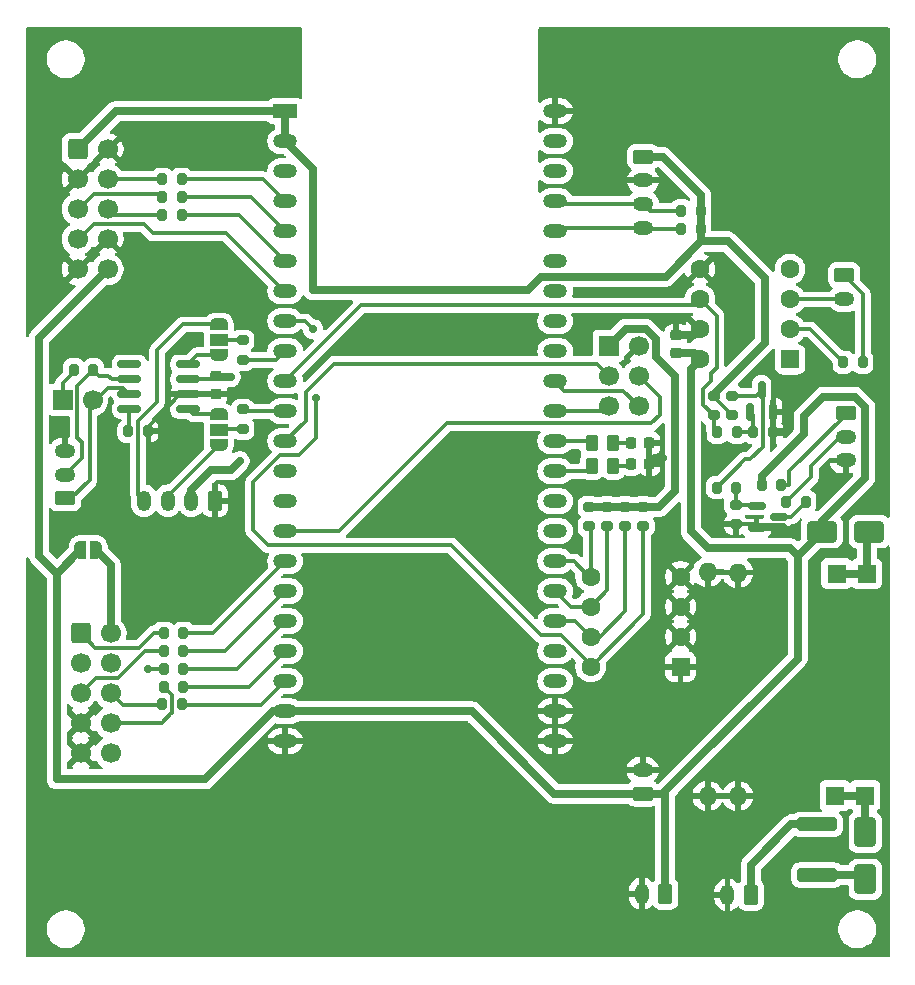
<source format=gtl>
%TF.GenerationSoftware,KiCad,Pcbnew,9.0.6*%
%TF.CreationDate,2026-01-05T15:15:04-05:00*%
%TF.ProjectId,OrganUniversalMCUboard,4f726761-6e55-46e6-9976-657273616c4d,rev?*%
%TF.SameCoordinates,Original*%
%TF.FileFunction,Copper,L1,Top*%
%TF.FilePolarity,Positive*%
%FSLAX46Y46*%
G04 Gerber Fmt 4.6, Leading zero omitted, Abs format (unit mm)*
G04 Created by KiCad (PCBNEW 9.0.6) date 2026-01-05 15:15:04*
%MOMM*%
%LPD*%
G01*
G04 APERTURE LIST*
G04 Aperture macros list*
%AMRoundRect*
0 Rectangle with rounded corners*
0 $1 Rounding radius*
0 $2 $3 $4 $5 $6 $7 $8 $9 X,Y pos of 4 corners*
0 Add a 4 corners polygon primitive as box body*
4,1,4,$2,$3,$4,$5,$6,$7,$8,$9,$2,$3,0*
0 Add four circle primitives for the rounded corners*
1,1,$1+$1,$2,$3*
1,1,$1+$1,$4,$5*
1,1,$1+$1,$6,$7*
1,1,$1+$1,$8,$9*
0 Add four rect primitives between the rounded corners*
20,1,$1+$1,$2,$3,$4,$5,0*
20,1,$1+$1,$4,$5,$6,$7,0*
20,1,$1+$1,$6,$7,$8,$9,0*
20,1,$1+$1,$8,$9,$2,$3,0*%
%AMFreePoly0*
4,1,23,0.500000,-0.750000,0.000000,-0.750000,0.000000,-0.745722,-0.065263,-0.745722,-0.191342,-0.711940,-0.304381,-0.646677,-0.396677,-0.554381,-0.461940,-0.441342,-0.495722,-0.315263,-0.495722,-0.250000,-0.500000,-0.250000,-0.500000,0.250000,-0.495722,0.250000,-0.495722,0.315263,-0.461940,0.441342,-0.396677,0.554381,-0.304381,0.646677,-0.191342,0.711940,-0.065263,0.745722,0.000000,0.745722,
0.000000,0.750000,0.500000,0.750000,0.500000,-0.750000,0.500000,-0.750000,$1*%
%AMFreePoly1*
4,1,23,0.000000,0.745722,0.065263,0.745722,0.191342,0.711940,0.304381,0.646677,0.396677,0.554381,0.461940,0.441342,0.495722,0.315263,0.495722,0.250000,0.500000,0.250000,0.500000,-0.250000,0.495722,-0.250000,0.495722,-0.315263,0.461940,-0.441342,0.396677,-0.554381,0.304381,-0.646677,0.191342,-0.711940,0.065263,-0.745722,0.000000,-0.745722,0.000000,-0.750000,-0.500000,-0.750000,
-0.500000,0.750000,0.000000,0.750000,0.000000,0.745722,0.000000,0.745722,$1*%
%AMFreePoly2*
4,1,23,0.550000,-0.750000,0.000000,-0.750000,0.000000,-0.745722,-0.065263,-0.745722,-0.191342,-0.711940,-0.304381,-0.646677,-0.396677,-0.554381,-0.461940,-0.441342,-0.495722,-0.315263,-0.495722,-0.250000,-0.500000,-0.250000,-0.500000,0.250000,-0.495722,0.250000,-0.495722,0.315263,-0.461940,0.441342,-0.396677,0.554381,-0.304381,0.646677,-0.191342,0.711940,-0.065263,0.745722,0.000000,0.745722,
0.000000,0.750000,0.550000,0.750000,0.550000,-0.750000,0.550000,-0.750000,$1*%
%AMFreePoly3*
4,1,23,0.000000,0.745722,0.065263,0.745722,0.191342,0.711940,0.304381,0.646677,0.396677,0.554381,0.461940,0.441342,0.495722,0.315263,0.495722,0.250000,0.500000,0.250000,0.500000,-0.250000,0.495722,-0.250000,0.495722,-0.315263,0.461940,-0.441342,0.396677,-0.554381,0.304381,-0.646677,0.191342,-0.711940,0.065263,-0.745722,0.000000,-0.745722,0.000000,-0.750000,-0.550000,-0.750000,
-0.550000,0.750000,0.000000,0.750000,0.000000,0.745722,0.000000,0.745722,$1*%
G04 Aperture macros list end*
%TA.AperFunction,ComponentPad*%
%ADD10O,1.600000X1.600000*%
%TD*%
%TA.AperFunction,ComponentPad*%
%ADD11R,1.600000X1.600000*%
%TD*%
%TA.AperFunction,SMDPad,CuDef*%
%ADD12RoundRect,0.200000X-0.200000X-0.275000X0.200000X-0.275000X0.200000X0.275000X-0.200000X0.275000X0*%
%TD*%
%TA.AperFunction,SMDPad,CuDef*%
%ADD13FreePoly0,180.000000*%
%TD*%
%TA.AperFunction,SMDPad,CuDef*%
%ADD14FreePoly1,180.000000*%
%TD*%
%TA.AperFunction,ComponentPad*%
%ADD15R,1.700000X1.700000*%
%TD*%
%TA.AperFunction,ComponentPad*%
%ADD16C,1.700000*%
%TD*%
%TA.AperFunction,ComponentPad*%
%ADD17RoundRect,0.250000X-0.625000X0.350000X-0.625000X-0.350000X0.625000X-0.350000X0.625000X0.350000X0*%
%TD*%
%TA.AperFunction,ComponentPad*%
%ADD18O,1.750000X1.200000*%
%TD*%
%TA.AperFunction,ComponentPad*%
%ADD19RoundRect,0.250000X-0.600000X-0.600000X0.600000X-0.600000X0.600000X0.600000X-0.600000X0.600000X0*%
%TD*%
%TA.AperFunction,ComponentPad*%
%ADD20RoundRect,0.250000X0.625000X-0.350000X0.625000X0.350000X-0.625000X0.350000X-0.625000X-0.350000X0*%
%TD*%
%TA.AperFunction,SMDPad,CuDef*%
%ADD21RoundRect,0.250000X1.450000X-0.312500X1.450000X0.312500X-1.450000X0.312500X-1.450000X-0.312500X0*%
%TD*%
%TA.AperFunction,ComponentPad*%
%ADD22O,1.200000X1.750000*%
%TD*%
%TA.AperFunction,ComponentPad*%
%ADD23RoundRect,0.250000X0.350000X0.625000X-0.350000X0.625000X-0.350000X-0.625000X0.350000X-0.625000X0*%
%TD*%
%TA.AperFunction,SMDPad,CuDef*%
%ADD24RoundRect,0.150000X-0.587500X-0.150000X0.587500X-0.150000X0.587500X0.150000X-0.587500X0.150000X0*%
%TD*%
%TA.AperFunction,SMDPad,CuDef*%
%ADD25RoundRect,0.200000X0.200000X0.275000X-0.200000X0.275000X-0.200000X-0.275000X0.200000X-0.275000X0*%
%TD*%
%TA.AperFunction,SMDPad,CuDef*%
%ADD26RoundRect,0.200000X0.275000X-0.200000X0.275000X0.200000X-0.275000X0.200000X-0.275000X-0.200000X0*%
%TD*%
%TA.AperFunction,SMDPad,CuDef*%
%ADD27RoundRect,0.218750X0.218750X0.256250X-0.218750X0.256250X-0.218750X-0.256250X0.218750X-0.256250X0*%
%TD*%
%TA.AperFunction,ComponentPad*%
%ADD28RoundRect,0.250000X0.550000X0.550000X-0.550000X0.550000X-0.550000X-0.550000X0.550000X-0.550000X0*%
%TD*%
%TA.AperFunction,ComponentPad*%
%ADD29C,1.600000*%
%TD*%
%TA.AperFunction,SMDPad,CuDef*%
%ADD30RoundRect,0.200000X-0.275000X0.200000X-0.275000X-0.200000X0.275000X-0.200000X0.275000X0.200000X0*%
%TD*%
%TA.AperFunction,SMDPad,CuDef*%
%ADD31RoundRect,0.250000X-0.262500X-0.450000X0.262500X-0.450000X0.262500X0.450000X-0.262500X0.450000X0*%
%TD*%
%TA.AperFunction,SMDPad,CuDef*%
%ADD32RoundRect,0.150000X0.150000X-0.587500X0.150000X0.587500X-0.150000X0.587500X-0.150000X-0.587500X0*%
%TD*%
%TA.AperFunction,SMDPad,CuDef*%
%ADD33FreePoly2,270.000000*%
%TD*%
%TA.AperFunction,SMDPad,CuDef*%
%ADD34R,1.500000X1.000000*%
%TD*%
%TA.AperFunction,SMDPad,CuDef*%
%ADD35FreePoly3,270.000000*%
%TD*%
%TA.AperFunction,SMDPad,CuDef*%
%ADD36RoundRect,0.225000X-0.250000X0.225000X-0.250000X-0.225000X0.250000X-0.225000X0.250000X0.225000X0*%
%TD*%
%TA.AperFunction,SMDPad,CuDef*%
%ADD37RoundRect,0.250000X-0.650000X1.000000X-0.650000X-1.000000X0.650000X-1.000000X0.650000X1.000000X0*%
%TD*%
%TA.AperFunction,SMDPad,CuDef*%
%ADD38FreePoly2,90.000000*%
%TD*%
%TA.AperFunction,SMDPad,CuDef*%
%ADD39FreePoly3,90.000000*%
%TD*%
%TA.AperFunction,ComponentPad*%
%ADD40R,2.000000X1.200000*%
%TD*%
%TA.AperFunction,ComponentPad*%
%ADD41O,2.000000X1.200000*%
%TD*%
%TA.AperFunction,SMDPad,CuDef*%
%ADD42RoundRect,0.150000X0.825000X0.150000X-0.825000X0.150000X-0.825000X-0.150000X0.825000X-0.150000X0*%
%TD*%
%TA.AperFunction,SMDPad,CuDef*%
%ADD43RoundRect,0.225000X0.250000X-0.225000X0.250000X0.225000X-0.250000X0.225000X-0.250000X-0.225000X0*%
%TD*%
%TA.AperFunction,SMDPad,CuDef*%
%ADD44RoundRect,0.250000X-1.000000X-0.650000X1.000000X-0.650000X1.000000X0.650000X-1.000000X0.650000X0*%
%TD*%
%TA.AperFunction,ViaPad*%
%ADD45C,0.700000*%
%TD*%
%TA.AperFunction,Conductor*%
%ADD46C,0.300000*%
%TD*%
%TA.AperFunction,Conductor*%
%ADD47C,0.700000*%
%TD*%
G04 APERTURE END LIST*
D10*
%TO.P,A5V1,4,OUT-*%
%TO.N,GND*%
X124332999Y-96139002D03*
X126873000Y-96164401D03*
D11*
%TO.P,A5V1,3,OUT+*%
%TO.N,/Power/BUCK_5V*%
X137795000Y-96266001D03*
X135254997Y-96266001D03*
D10*
%TO.P,A5V1,2,IN-*%
%TO.N,GND*%
X124332999Y-115062001D03*
X126872999Y-115087402D03*
D11*
%TO.P,A5V1,1,IN+*%
%TO.N,/Power/VIN_PROT*%
X137668000Y-115062001D03*
X135127999Y-115062001D03*
%TD*%
D12*
%TO.P,RS_LATCH1,1*%
%TO.N,Net-(J8-Pin_6)*%
X78169000Y-107315000D03*
%TO.P,RS_LATCH1,2*%
%TO.N,/SPI_LATCH*%
X79819000Y-107315000D03*
%TD*%
D13*
%TO.P,JP2,1,A*%
%TO.N,Net-(J8-Pin_2)*%
X72532000Y-94234000D03*
D14*
%TO.P,JP2,2,B*%
%TO.N,SYS_5V*%
X71232000Y-94234000D03*
%TD*%
D15*
%TO.P,JP1,1,A*%
%TO.N,Net-(JP1-A)*%
X69718000Y-81534000D03*
D16*
%TO.P,JP1,2,B*%
%TO.N,/BoardToBoardComms/CANH*%
X72258001Y-81534001D03*
%TD*%
D17*
%TO.P,J9,1,Pin_1*%
%TO.N,+3.3V*%
X118872000Y-60960000D03*
D18*
%TO.P,J9,2,Pin_2*%
%TO.N,GND*%
X118872000Y-62960000D03*
%TO.P,J9,3,Pin_3*%
%TO.N,/I2C_SDA*%
X118872000Y-64960000D03*
%TO.P,J9,4,Pin_4*%
%TO.N,/I2C_SCL*%
X118872001Y-66960001D03*
%TD*%
D19*
%TO.P,J7,1,Pin_1*%
%TO.N,+3.3V*%
X70993000Y-60325000D03*
D16*
%TO.P,J7,2,Pin_2*%
%TO.N,GND*%
X73533000Y-60325000D03*
%TO.P,J7,3,Pin_3*%
X70993000Y-62865000D03*
%TO.P,J7,4,Pin_4*%
%TO.N,Net-(J7-Pin_4)*%
X73533000Y-62865000D03*
%TO.P,J7,5,Pin_5*%
%TO.N,Net-(J7-Pin_5)*%
X70993000Y-65405000D03*
%TO.P,J7,6,Pin_6*%
%TO.N,Net-(J7-Pin_6)*%
X73533000Y-65405000D03*
%TO.P,J7,7,Pin_7*%
%TO.N,/I2S_MCLK*%
X70993000Y-67945000D03*
%TO.P,J7,8,Pin_8*%
%TO.N,GND*%
X73533000Y-67945000D03*
%TO.P,J7,9,Pin_9*%
X70993000Y-70485000D03*
%TO.P,J7,10,Pin_10*%
%TO.N,SYS_5V*%
X73533000Y-70485000D03*
%TD*%
D20*
%TO.P,J6,1,Pin_1*%
%TO.N,/BoardToBoardComms/CANH*%
X69935000Y-89884000D03*
D18*
%TO.P,J6,2,Pin_2*%
%TO.N,/BoardToBoardComms/CANL*%
X69935000Y-87884000D03*
%TO.P,J6,3,Pin_3*%
%TO.N,GND*%
X69935000Y-85884000D03*
%TD*%
D17*
%TO.P,J4,1,Pin_1*%
%TO.N,/MIDI/MIDI_THRU_P4*%
X136017000Y-82677000D03*
D18*
%TO.P,J4,2,Pin_2*%
%TO.N,/MIDI/MIDI_THRU_P5*%
X136017000Y-84677000D03*
%TO.P,J4,3,Pin_3*%
%TO.N,GND*%
X136017000Y-86677000D03*
%TD*%
D17*
%TO.P,J3,1,Pin_1*%
%TO.N,/MIDI/MIDI_IN_P4*%
X135890000Y-70993000D03*
D18*
%TO.P,J3,2,Pin_2*%
%TO.N,/MIDI/MIDI_IN_P5*%
X135890000Y-72993000D03*
%TD*%
D21*
%TO.P,F1,1*%
%TO.N,/Power/VIN_FUSED*%
X133604001Y-121771499D03*
%TO.P,F1,2*%
%TO.N,/Power/VIN_12V*%
X133603999Y-117496501D03*
%TD*%
D22*
%TO.P,J1,2,Pin_2*%
%TO.N,GND*%
X126016000Y-123444000D03*
D23*
%TO.P,J1,1,Pin_1*%
%TO.N,/Power/VIN_12V*%
X128016000Y-123444000D03*
%TD*%
D24*
%TO.P,Q1,3,C*%
%TO.N,/MIDI/MIDI_THRU_SINK*%
X130350500Y-91440000D03*
%TO.P,Q1,2,E*%
%TO.N,GND*%
X128475500Y-92390000D03*
%TO.P,Q1,1,B*%
%TO.N,/MIDI/Q1_B*%
X128475500Y-90490000D03*
%TD*%
D25*
%TO.P,R2,2*%
%TO.N,/MIDI/MIDI_THRU_P5*%
X131001000Y-90170000D03*
%TO.P,R2,1*%
%TO.N,/MIDI/MIDI_THRU_SINK*%
X132651000Y-90170000D03*
%TD*%
D12*
%TO.P,R3,2*%
%TO.N,/MIDI/Q1_B*%
X126767000Y-88971751D03*
%TO.P,R3,1*%
%TO.N,/MIDI/MIDI_THRU_DRV*%
X125117000Y-88971751D03*
%TD*%
%TO.P,R7,2*%
%TO.N,/MIDI/MIDI_THRU_P4*%
X130577000Y-88717751D03*
%TO.P,R7,1*%
%TO.N,SYS_5V*%
X128927000Y-88717751D03*
%TD*%
D26*
%TO.P,R4,1*%
%TO.N,GND*%
X126704000Y-92082751D03*
%TO.P,R4,2*%
%TO.N,/MIDI/Q1_B*%
X126704000Y-90432751D03*
%TD*%
D27*
%TO.P,D2,1,K*%
%TO.N,GND*%
X119405502Y-86995001D03*
%TO.P,D2,2,A*%
%TO.N,Net-(D2-A)*%
X117830498Y-86994999D03*
%TD*%
D28*
%TO.P,U2,1,NC*%
%TO.N,unconnected-(U2-NC-Pad1)*%
X131312999Y-78105000D03*
D29*
%TO.P,U2,2,A*%
%TO.N,Net-(U2-A)*%
X131313000Y-75564997D03*
%TO.P,U2,3,C*%
%TO.N,/MIDI/MIDI_IN_P5*%
X131312999Y-73025000D03*
%TO.P,U2,4,NC*%
%TO.N,unconnected-(U2-NC-Pad4)*%
X131312999Y-70485000D03*
%TO.P,U2,5,GND*%
%TO.N,GND*%
X123692999Y-70485000D03*
%TO.P,U2,6,VO*%
%TO.N,/MIDI_GPIO*%
X123692998Y-73025000D03*
%TO.P,U2,7,EN*%
%TO.N,GND*%
X123692999Y-75565001D03*
%TO.P,U2,8,VCC*%
%TO.N,SYS_5V*%
X123692999Y-78105000D03*
%TD*%
D30*
%TO.P,RP_DIP3,1*%
%TO.N,+3.3V*%
X115824000Y-90615000D03*
%TO.P,RP_DIP3,2*%
%TO.N,/DIP3*%
X115824000Y-92265000D03*
%TD*%
D25*
%TO.P,R9,1*%
%TO.N,GND*%
X129857002Y-84304752D03*
%TO.P,R9,2*%
%TO.N,Net-(Q2-B)*%
X128207002Y-84304752D03*
%TD*%
D12*
%TO.P,RS_MOSI1,1*%
%TO.N,Net-(J8-Pin_8)*%
X78296000Y-105862000D03*
%TO.P,RS_MOSI1,2*%
%TO.N,/SPI_MOSI*%
X79946000Y-105862000D03*
%TD*%
%TO.P,RS_CLR1,1*%
%TO.N,Net-(J8-Pin_1)*%
X78296000Y-101290000D03*
%TO.P,RS_CLR1,2*%
%TO.N,/SPI_CLR*%
X79946000Y-101290000D03*
%TD*%
D31*
%TO.P,RLED2,1*%
%TO.N,/LED2*%
X114530500Y-85217000D03*
%TO.P,RLED2,2*%
%TO.N,Net-(D3-A)*%
X116355500Y-85217000D03*
%TD*%
D23*
%TO.P,J2,1,Pin_1*%
%TO.N,SYS_5V*%
X120761001Y-123359000D03*
D22*
%TO.P,J2,2,Pin_2*%
%TO.N,GND*%
X118761001Y-123359000D03*
%TD*%
D32*
%TO.P,Q2,1,B*%
%TO.N,Net-(Q2-B)*%
X127955001Y-82575256D03*
%TO.P,Q2,2,E*%
%TO.N,GND*%
X129854998Y-82575254D03*
%TO.P,Q2,3,C*%
%TO.N,/MIDI/MIDI_THRU_DRV*%
X128904999Y-80700253D03*
%TD*%
D23*
%TO.P,J5,1,Pin_1*%
%TO.N,GND*%
X82629001Y-90084999D03*
D22*
%TO.P,J5,2,Pin_2*%
%TO.N,+3.3V*%
X80629001Y-90084999D03*
%TO.P,J5,3,Pin_3*%
%TO.N,/BoardToBoardComms/UART_TX_HDR*%
X78629001Y-90084999D03*
%TO.P,J5,4,Pin_4*%
%TO.N,/BoardToBoardComms/UART_RX_HDR*%
X76629000Y-90085000D03*
%TD*%
D33*
%TO.P,SJ_COMM_RX1,1,A*%
%TO.N,/BoardToBoardComms/UART_RX_HDR*%
X82952000Y-75154002D03*
D34*
%TO.P,SJ_COMM_RX1,2,C*%
%TO.N,Net-(SJ_COMM_RX1-C)*%
X82952000Y-76454002D03*
D35*
%TO.P,SJ_COMM_RX1,3,B*%
%TO.N,/BoardToBoardComms/CAN_RXD*%
X82952000Y-77754002D03*
%TD*%
D25*
%TO.P,RP_SDA1,1*%
%TO.N,+3.3V*%
X123761000Y-65532000D03*
%TO.P,RP_SDA1,2*%
%TO.N,/I2C_SDA*%
X122111000Y-65532000D03*
%TD*%
D36*
%TO.P,CD_U5,1*%
%TO.N,+3.3V*%
X82697998Y-79488994D03*
%TO.P,CD_U5,2*%
%TO.N,GND*%
X82697998Y-81038996D03*
%TD*%
D37*
%TO.P,D1,1,K*%
%TO.N,/Power/VIN_PROT*%
X137668000Y-118142001D03*
%TO.P,D1,2,A*%
%TO.N,/Power/VIN_FUSED*%
X137668000Y-122142001D03*
%TD*%
D20*
%TO.P,J10,1,Pin_1*%
%TO.N,SYS_5V*%
X118830000Y-114880900D03*
D18*
%TO.P,J10,2,Pin_2*%
%TO.N,GND*%
X118830000Y-112880900D03*
%TD*%
D27*
%TO.P,D3,1,K*%
%TO.N,GND*%
X119405502Y-85217001D03*
%TO.P,D3,2,A*%
%TO.N,Net-(D3-A)*%
X117830498Y-85216999D03*
%TD*%
D26*
%TO.P,R8,1*%
%TO.N,+3.3V*%
X126365000Y-82843751D03*
%TO.P,R8,2*%
%TO.N,/MIDI/MIDI_THRU_DRV*%
X126365000Y-81193751D03*
%TD*%
D38*
%TO.P,SJ_COMM_TX1,1,A*%
%TO.N,/BoardToBoardComms/UART_TX_HDR*%
X82951996Y-85373997D03*
D34*
%TO.P,SJ_COMM_TX1,2,C*%
%TO.N,Net-(SJ_COMM_TX1-C)*%
X82951996Y-84073997D03*
D39*
%TO.P,SJ_COMM_TX1,3,B*%
%TO.N,/BoardToBoardComms/CAN_TXD*%
X82951996Y-82773997D03*
%TD*%
D12*
%TO.P,R_TERM1,1*%
%TO.N,Net-(JP1-A)*%
X70676000Y-78994000D03*
%TO.P,R_TERM1,2*%
%TO.N,/BoardToBoardComms/CANL*%
X72326000Y-78994000D03*
%TD*%
%TO.P,RS1,1*%
%TO.N,Net-(U5-Rs)*%
X75268999Y-84201000D03*
%TO.P,RS1,2*%
%TO.N,GND*%
X76918999Y-84201000D03*
%TD*%
%TO.P,RS_BCLK1,1*%
%TO.N,Net-(J7-Pin_4)*%
X78155500Y-62851500D03*
%TO.P,RS_BCLK1,2*%
%TO.N,/I2S_BLCK*%
X79805500Y-62851500D03*
%TD*%
D40*
%TO.P,U1,1,3V3*%
%TO.N,+3.3V*%
X88570000Y-57107920D03*
D41*
%TO.P,U1,2,3V3*%
X88570000Y-59647920D03*
%TO.P,U1,3,CHIP_PU*%
%TO.N,unconnected-(U1-CHIP_PU-Pad3)*%
X88570000Y-62187920D03*
%TO.P,U1,4,GPIO4/ADC1_CH3*%
%TO.N,/I2S_BLCK*%
X88570000Y-64727920D03*
%TO.P,U1,5,GPIO5/ADC1_CH4*%
%TO.N,/I2S_LRCLK*%
X88570000Y-67267920D03*
%TO.P,U1,6,GPIO6/ADC1_CH5*%
%TO.N,/I2S_DIN*%
X88570000Y-69807920D03*
%TO.P,U1,7,GPIO7/ADC1_CH6*%
%TO.N,/I2S_MCLK*%
X88570000Y-72347920D03*
%TO.P,U1,8,GPIO15/ADC2_CH4/32K_P*%
%TO.N,/DIP1*%
X88570000Y-74887920D03*
%TO.P,U1,9,GPIO16/ADC2_CH5/32K_N*%
%TO.N,/COMM_RX*%
X88570000Y-77427920D03*
%TO.P,U1,10,GPIO17/ADC2_CH6*%
%TO.N,/MIDI_GPIO*%
X88570000Y-79967920D03*
%TO.P,U1,11,GPIO18/ADC2_CH7*%
%TO.N,/COMM_TX*%
X88570000Y-82507920D03*
%TO.P,U1,12,GPIO8/ADC1_CH7*%
%TO.N,/GPIO8*%
X88570000Y-85047920D03*
%TO.P,U1,13,GPIO3/ADC1_CH2*%
%TO.N,unconnected-(U1-GPIO3{slash}ADC1_CH2-Pad13)*%
X88570000Y-87587920D03*
%TO.P,U1,14,GPIO46*%
%TO.N,unconnected-(U1-GPIO46-Pad14)*%
X88570000Y-90127920D03*
%TO.P,U1,15,GPIO9/ADC1_CH8*%
%TO.N,/GPIO9*%
X88570000Y-92667920D03*
%TO.P,U1,16,GPIO10/ADC1_CH9*%
%TO.N,/SPI_CLR*%
X88570000Y-95207920D03*
%TO.P,U1,17,GPIO11/ADC2_CH0*%
%TO.N,/SPI_OE_N*%
X88570000Y-97747920D03*
%TO.P,U1,18,GPIO12/ADC2_CH1*%
%TO.N,/SPI_SCK*%
X88570000Y-100287920D03*
%TO.P,U1,19,GPIO13/ADC2_CH2*%
%TO.N,/SPI_MOSI*%
X88570000Y-102827920D03*
%TO.P,U1,20,GPIO14/ADC2_CH3*%
%TO.N,/SPI_LATCH*%
X88566320Y-105365200D03*
%TO.P,U1,21,5V*%
%TO.N,SYS_5V*%
X88566320Y-107905200D03*
%TO.P,U1,22,GND*%
%TO.N,GND*%
X88566320Y-110445200D03*
%TO.P,U1,23,GND*%
X111430000Y-110447920D03*
%TO.P,U1,24,GND*%
X111430000Y-107907920D03*
%TO.P,U1,25,GPIO19/USB_D-*%
%TO.N,unconnected-(U1-GPIO19{slash}USB_D--Pad25)*%
X111430000Y-105367920D03*
%TO.P,U1,26,GPIO20/USB_D+*%
%TO.N,unconnected-(U1-GPIO20{slash}USB_D+-Pad26)*%
X111430000Y-102827920D03*
%TO.P,U1,27,GPIO21*%
%TO.N,/DIP2*%
X111430000Y-100287920D03*
%TO.P,U1,28,GPIO47*%
%TO.N,/DIP3*%
X111430000Y-97747920D03*
%TO.P,U1,29,GPIO48*%
%TO.N,/DIP4*%
X111430000Y-95207920D03*
%TO.P,U1,30,GPIO45*%
%TO.N,unconnected-(U1-GPIO45-Pad30)*%
X111430000Y-92667920D03*
%TO.P,U1,31,GPIO0*%
%TO.N,unconnected-(U1-GPIO0-Pad31)*%
X111430000Y-90127920D03*
%TO.P,U1,32,GPIO35*%
%TO.N,/LED1*%
X111430000Y-87587920D03*
%TO.P,U1,33,GPIO36*%
%TO.N,/LED2*%
X111430000Y-85047920D03*
%TO.P,U1,34,GPIO37*%
%TO.N,/GPIO37*%
X111430000Y-82507920D03*
%TO.P,U1,35,GPIO38*%
%TO.N,/GPIO38*%
X111430000Y-79967920D03*
%TO.P,U1,36,GPIO39/MTCK*%
%TO.N,unconnected-(U1-GPIO39{slash}MTCK-Pad36)*%
X111430000Y-77427920D03*
%TO.P,U1,37,GPIO40/MTDO*%
%TO.N,unconnected-(U1-GPIO40{slash}MTDO-Pad37)*%
X111430000Y-74887920D03*
%TO.P,U1,38,GPIO41/MTDI*%
%TO.N,unconnected-(U1-GPIO41{slash}MTDI-Pad38)*%
X111430000Y-72347920D03*
%TO.P,U1,39,GPIO42/MTMS*%
%TO.N,unconnected-(U1-GPIO42{slash}MTMS-Pad39)*%
X111430000Y-69807920D03*
%TO.P,U1,40,GPIO2/ADC1_CH1*%
%TO.N,/I2C_SCL*%
X111430000Y-67267920D03*
%TO.P,U1,41,GPIO1/ADC1_CH0*%
%TO.N,/I2C_SDA*%
X111430000Y-64727920D03*
%TO.P,U1,42,GPIO44/U0RXD*%
%TO.N,unconnected-(U1-GPIO44{slash}U0RXD-Pad42)*%
X111430000Y-62187920D03*
%TO.P,U1,43,GPIO43/U0TXD*%
%TO.N,unconnected-(U1-GPIO43{slash}U0TXD-Pad43)*%
X111430000Y-59647920D03*
%TO.P,U1,44,GND*%
%TO.N,GND*%
X111430000Y-57107920D03*
%TD*%
D12*
%TO.P,R1,1*%
%TO.N,/MIDI_GPIO*%
X125159001Y-84304754D03*
%TO.P,R1,2*%
%TO.N,Net-(Q2-B)*%
X126809001Y-84304754D03*
%TD*%
%TO.P,RS_DIN1,1*%
%TO.N,Net-(J7-Pin_6)*%
X78155500Y-65899500D03*
%TO.P,RS_DIN1,2*%
%TO.N,/I2S_DIN*%
X79805500Y-65899500D03*
%TD*%
D15*
%TO.P,J11,1,Pin_1*%
%TO.N,+3.3V*%
X115946000Y-76962000D03*
D16*
%TO.P,J11,2,Pin_2*%
%TO.N,GND*%
X118486000Y-76962000D03*
%TO.P,J11,3,Pin_3*%
%TO.N,/GPIO8*%
X115946000Y-79502000D03*
%TO.P,J11,4,Pin_4*%
%TO.N,/GPIO9*%
X118486000Y-79502000D03*
%TO.P,J11,5,Pin_5*%
%TO.N,/GPIO37*%
X115946000Y-82042000D03*
%TO.P,J11,6,Pin_6*%
%TO.N,/GPIO38*%
X118486000Y-82042000D03*
%TD*%
D12*
%TO.P,RS_OE_N1,1*%
%TO.N,Net-(J8-Pin_5)*%
X78296000Y-102814000D03*
%TO.P,RS_OE_N1,2*%
%TO.N,/SPI_OE_N*%
X79946000Y-102814000D03*
%TD*%
D30*
%TO.P,RP_DIP2,1*%
%TO.N,+3.3V*%
X117348000Y-90615000D03*
%TO.P,RP_DIP2,2*%
%TO.N,/DIP2*%
X117348000Y-92265000D03*
%TD*%
D25*
%TO.P,R5,1*%
%TO.N,/MIDI/MIDI_IN_P4*%
X137477000Y-78359000D03*
%TO.P,R5,2*%
%TO.N,Net-(U2-A)*%
X135827000Y-78359000D03*
%TD*%
D42*
%TO.P,U5,1,D*%
%TO.N,/BoardToBoardComms/CAN_TXD*%
X80332998Y-82325001D03*
%TO.P,U5,2,GND*%
%TO.N,GND*%
X80333000Y-81054999D03*
%TO.P,U5,3,VCC*%
%TO.N,+3.3V*%
X80333000Y-79784999D03*
%TO.P,U5,4,R*%
%TO.N,/BoardToBoardComms/CAN_RXD*%
X80333000Y-78514998D03*
%TO.P,U5,5,Vref*%
%TO.N,unconnected-(U5-Vref-Pad5)*%
X75383002Y-78514997D03*
%TO.P,U5,6,CANL*%
%TO.N,/BoardToBoardComms/CANL*%
X75383000Y-79784999D03*
%TO.P,U5,7,CANH*%
%TO.N,/BoardToBoardComms/CANH*%
X75383000Y-81054999D03*
%TO.P,U5,8,Rs*%
%TO.N,Net-(U5-Rs)*%
X75383000Y-82325000D03*
%TD*%
D12*
%TO.P,RS_SCK1,1*%
%TO.N,Net-(J8-Pin_3)*%
X78296000Y-104338000D03*
%TO.P,RS_SCK1,2*%
%TO.N,/SPI_SCK*%
X79946000Y-104338000D03*
%TD*%
D30*
%TO.P,RP_DIP1,1*%
%TO.N,+3.3V*%
X118872000Y-90615000D03*
%TO.P,RP_DIP1,2*%
%TO.N,/DIP1*%
X118872000Y-92265000D03*
%TD*%
D25*
%TO.P,RP_SCL1,1*%
%TO.N,+3.3V*%
X123761000Y-67056000D03*
%TO.P,RP_SCL1,2*%
%TO.N,/I2C_SCL*%
X122111000Y-67056000D03*
%TD*%
D26*
%TO.P,RS_UART_RX1,1*%
%TO.N,/COMM_RX*%
X84984000Y-78168000D03*
%TO.P,RS_UART_RX1,2*%
%TO.N,Net-(SJ_COMM_RX1-C)*%
X84984000Y-76518000D03*
%TD*%
D43*
%TO.P,CD_U2,1*%
%TO.N,SYS_5V*%
X121666000Y-77610001D03*
%TO.P,CD_U2,2*%
%TO.N,GND*%
X121666000Y-76059999D03*
%TD*%
D19*
%TO.P,J8,1,Pin_1*%
%TO.N,Net-(J8-Pin_1)*%
X71247000Y-101290000D03*
D16*
%TO.P,J8,2,Pin_2*%
%TO.N,Net-(J8-Pin_2)*%
X73787000Y-101290000D03*
%TO.P,J8,3,Pin_3*%
%TO.N,Net-(J8-Pin_3)*%
X71247000Y-103830000D03*
%TO.P,J8,4,Pin_4*%
%TO.N,GND*%
X73787000Y-103830000D03*
%TO.P,J8,5,Pin_5*%
%TO.N,Net-(J8-Pin_5)*%
X71247000Y-106370000D03*
%TO.P,J8,6,Pin_6*%
%TO.N,Net-(J8-Pin_6)*%
X73787000Y-106370000D03*
%TO.P,J8,7,Pin_7*%
%TO.N,GND*%
X71247000Y-108910000D03*
%TO.P,J8,8,Pin_8*%
%TO.N,Net-(J8-Pin_8)*%
X73787000Y-108910000D03*
%TO.P,J8,9,Pin_9*%
%TO.N,GND*%
X71247000Y-111450000D03*
%TO.P,J8,10,Pin_10*%
%TO.N,unconnected-(J8-Pin_10-Pad10)*%
X73787000Y-111450000D03*
%TD*%
D31*
%TO.P,RLED1,1*%
%TO.N,/LED1*%
X114530500Y-87122000D03*
%TO.P,RLED1,2*%
%TO.N,Net-(D2-A)*%
X116355500Y-87122000D03*
%TD*%
D30*
%TO.P,RS_UART_TX1,1*%
%TO.N,/COMM_TX*%
X84983998Y-82359998D03*
%TO.P,RS_UART_TX1,2*%
%TO.N,Net-(SJ_COMM_TX1-C)*%
X84983998Y-84009998D03*
%TD*%
D12*
%TO.P,RS_LRCLK1,1*%
%TO.N,Net-(J7-Pin_5)*%
X78155500Y-64375500D03*
%TO.P,RS_LRCLK1,2*%
%TO.N,/I2S_LRCLK*%
X79805500Y-64375500D03*
%TD*%
D30*
%TO.P,R6,1*%
%TO.N,+3.3V*%
X124841000Y-81193751D03*
%TO.P,R6,2*%
%TO.N,/MIDI_GPIO*%
X124841000Y-82843751D03*
%TD*%
%TO.P,RP_DIP4,1*%
%TO.N,+3.3V*%
X114300000Y-90615000D03*
%TO.P,RP_DIP4,2*%
%TO.N,/DIP4*%
X114300000Y-92265000D03*
%TD*%
D28*
%TO.P,SW1,1*%
%TO.N,GND*%
X122042000Y-104127500D03*
D29*
%TO.P,SW1,2*%
X122042001Y-101587497D03*
%TO.P,SW1,3*%
X122042000Y-99047500D03*
%TO.P,SW1,4*%
X122042000Y-96507500D03*
%TO.P,SW1,5*%
%TO.N,/DIP4*%
X114422000Y-96507500D03*
%TO.P,SW1,6*%
%TO.N,/DIP3*%
X114421998Y-99047500D03*
%TO.P,SW1,7*%
%TO.N,/DIP2*%
X114422000Y-101587501D03*
%TO.P,SW1,8*%
%TO.N,/DIP1*%
X114422000Y-104127500D03*
%TD*%
D44*
%TO.P,D4,1,K*%
%TO.N,SYS_5V*%
X134017000Y-92710000D03*
%TO.P,D4,2,A*%
%TO.N,/Power/BUCK_5V*%
X138017000Y-92710000D03*
%TD*%
D45*
%TO.N,GND*%
X105000000Y-87500000D03*
X137500000Y-102500000D03*
X132500000Y-123698000D03*
X90000000Y-122500000D03*
X115000000Y-117500000D03*
X82500000Y-55000000D03*
X82629001Y-95000000D03*
X127500000Y-55000000D03*
X135000000Y-62500000D03*
X132500000Y-125000000D03*
X92500000Y-117500000D03*
X72500000Y-120000000D03*
X125000000Y-127500000D03*
X77500000Y-122500000D03*
X100000000Y-100000000D03*
X77597000Y-54991000D03*
X137500000Y-105000000D03*
X77500000Y-125000000D03*
X107500000Y-117500000D03*
X127000000Y-74549000D03*
X107500000Y-87500000D03*
X87500000Y-55000000D03*
X105000000Y-102500000D03*
X80137000Y-72009000D03*
X80000000Y-95000000D03*
X132500000Y-60000000D03*
X70000000Y-117500000D03*
X129540000Y-98679000D03*
X95000000Y-97500000D03*
X102500000Y-90000000D03*
X77597000Y-59055000D03*
X116967000Y-127508000D03*
X85000000Y-95000000D03*
X75000000Y-122500000D03*
X82500000Y-122500000D03*
X130000000Y-62500000D03*
X135000000Y-105000000D03*
X134378700Y-88658700D03*
X72644000Y-75311000D03*
X85000000Y-52500000D03*
X125000000Y-57500000D03*
X95000000Y-127500000D03*
X69469000Y-83566000D03*
X135000000Y-107500000D03*
X115000000Y-52500000D03*
X102500000Y-75000000D03*
X95000000Y-100000000D03*
X137500000Y-110000000D03*
X82423000Y-59055000D03*
X120000000Y-57500000D03*
X110000000Y-127500000D03*
X75184000Y-75184000D03*
X122500000Y-55000000D03*
X100000000Y-117500000D03*
X113919000Y-72390000D03*
X95000000Y-112500000D03*
X102500000Y-112500000D03*
X126873001Y-101600000D03*
X125000000Y-52500000D03*
X77851000Y-72009000D03*
X97500000Y-102500000D03*
X102500000Y-127500000D03*
X97500000Y-97500000D03*
X85000000Y-117500000D03*
X97500000Y-100000000D03*
X105000000Y-122500000D03*
X102500000Y-100000000D03*
X112500000Y-122500000D03*
X120000000Y-52500000D03*
X80000000Y-127500000D03*
X80010000Y-60198000D03*
X132500000Y-110000000D03*
X135000000Y-102500000D03*
X87500000Y-127500000D03*
X133604000Y-74422000D03*
X97500000Y-75000000D03*
X83185000Y-69342000D03*
X77470000Y-85884000D03*
X80000000Y-52500000D03*
X100000000Y-77500000D03*
X130000000Y-57500000D03*
X80000000Y-97500000D03*
X100000000Y-97500000D03*
X131826000Y-127508000D03*
X99949000Y-105410000D03*
X80000000Y-117500000D03*
X80645000Y-69469000D03*
X120777000Y-72390000D03*
X105000000Y-105000000D03*
X130749467Y-92340000D03*
X135000000Y-110000000D03*
X100000000Y-90000000D03*
X107500000Y-90000000D03*
X102500000Y-102500000D03*
X117500000Y-55000000D03*
X82500000Y-97500000D03*
X132500000Y-65000000D03*
X97500000Y-122500000D03*
X132500000Y-107500000D03*
X128397000Y-101600000D03*
X130000000Y-110000000D03*
X130937000Y-84304751D03*
X105000000Y-90000000D03*
X95000000Y-102500000D03*
X120523000Y-86487000D03*
X75000000Y-52500000D03*
X102500000Y-87500000D03*
X100000000Y-102500000D03*
X127889000Y-98679000D03*
X127000000Y-72263000D03*
X127500000Y-60000000D03*
X137500000Y-107500000D03*
%TO.N,+3.3V*%
X83947000Y-79629000D03*
X84709000Y-86741000D03*
X115951000Y-71120000D03*
%TO.N,Net-(J8-Pin_3)*%
X76962000Y-104338000D03*
%TO.N,/DIP1*%
X90932000Y-75565000D03*
X91186000Y-81407000D03*
%TD*%
D46*
%TO.N,/BoardToBoardComms/CANL*%
X71374000Y-85138000D02*
X71374000Y-86445000D01*
X71374000Y-86445000D02*
X69935000Y-87884000D01*
X70969000Y-80351000D02*
X70969000Y-84733000D01*
X72326000Y-78994000D02*
X70969000Y-80351000D01*
X70969000Y-84733000D02*
X71374000Y-85138000D01*
%TO.N,Net-(JP1-A)*%
X70676000Y-79184000D02*
X69718000Y-80142000D01*
X69718000Y-80142000D02*
X69718000Y-81534000D01*
D47*
%TO.N,/Power/VIN_12V*%
X131423499Y-117496501D02*
X133603999Y-117496501D01*
X128016000Y-120904000D02*
X131423499Y-117496501D01*
X128016000Y-123444000D02*
X128016000Y-120904000D01*
D46*
%TO.N,/I2C_SCL*%
X118872001Y-66960001D02*
X111737919Y-66960001D01*
X122111000Y-67056000D02*
X118968000Y-67056000D01*
%TO.N,/I2C_SDA*%
X118872000Y-64960000D02*
X111662080Y-64960000D01*
X119444000Y-65532000D02*
X118872000Y-64960000D01*
X122111000Y-65532000D02*
X119444000Y-65532000D01*
D47*
%TO.N,+3.3V*%
X123761000Y-64198000D02*
X123761000Y-65532000D01*
X120523000Y-60960000D02*
X123761000Y-64198000D01*
X118872000Y-60960000D02*
X120523000Y-60960000D01*
X74210080Y-57107920D02*
X88570000Y-57107920D01*
X70993000Y-60325000D02*
X74210080Y-57107920D01*
%TO.N,Net-(J8-Pin_2)*%
X73787000Y-95489000D02*
X73787000Y-101290000D01*
X72532000Y-94234000D02*
X73787000Y-95489000D01*
%TO.N,SYS_5V*%
X69215000Y-96251000D02*
X71232000Y-94234000D01*
X67691000Y-76327000D02*
X73533000Y-70485000D01*
X67691000Y-94727000D02*
X67691000Y-76327000D01*
X69215000Y-96251000D02*
X67691000Y-94727000D01*
X81788000Y-113665000D02*
X69215000Y-113665000D01*
X87547800Y-107905200D02*
X81788000Y-113665000D01*
X88566320Y-107905200D02*
X87547800Y-107905200D01*
X69215000Y-113665000D02*
X69215000Y-96251000D01*
D46*
%TO.N,Net-(J8-Pin_8)*%
X78102484Y-108910000D02*
X73787000Y-108910000D01*
X78935484Y-108077000D02*
X78102484Y-108910000D01*
X78994000Y-106560000D02*
X78994000Y-108077000D01*
X78994000Y-108077000D02*
X78935484Y-108077000D01*
X78296000Y-105862000D02*
X78994000Y-106560000D01*
%TO.N,/MIDI/MIDI_THRU_P5*%
X133096000Y-87122000D02*
X135541000Y-84677000D01*
X133096000Y-88075000D02*
X133096000Y-87122000D01*
X131001000Y-90170000D02*
X133096000Y-88075000D01*
%TO.N,/MIDI/MIDI_THRU_SINK*%
X131381000Y-91440000D02*
X132651000Y-90170000D01*
X130350500Y-91440000D02*
X131381000Y-91440000D01*
%TO.N,/MIDI/MIDI_THRU_DRV*%
X127919002Y-86590750D02*
X127498001Y-86590750D01*
X129008003Y-80803251D02*
X129007999Y-85501753D01*
X129007999Y-85501753D02*
X127919002Y-86590750D01*
X127498001Y-86590750D02*
X125117000Y-88971751D01*
%TO.N,/MIDI/MIDI_THRU_P4*%
X131223000Y-88717751D02*
X131223000Y-87598000D01*
X130577000Y-88717751D02*
X131223000Y-88717751D01*
X131223000Y-87598000D02*
X136017000Y-82804000D01*
D47*
%TO.N,/Power/BUCK_5V*%
X135255000Y-96266000D02*
X137795000Y-96266000D01*
X137795000Y-96266000D02*
X137795000Y-92804999D01*
%TO.N,/Power/VIN_PROT*%
X137668001Y-118142001D02*
X137667999Y-115062000D01*
X137667999Y-115062000D02*
X135128000Y-115061999D01*
D46*
%TO.N,GND*%
X76918999Y-85332999D02*
X77470000Y-85884000D01*
D47*
X119913503Y-86487000D02*
X119405502Y-86995001D01*
D46*
X80332997Y-81054998D02*
X82681996Y-81054997D01*
X76918999Y-84201000D02*
X76918999Y-85332999D01*
D47*
X121666000Y-76059999D02*
X123198001Y-76059999D01*
X120523000Y-86487000D02*
X119913503Y-86487000D01*
D46*
X76918995Y-83819997D02*
X79684000Y-81055002D01*
D47*
X123198001Y-76059999D02*
X123692999Y-75565001D01*
D46*
X119405502Y-85217001D02*
X119405502Y-86995001D01*
D47*
%TO.N,SYS_5V*%
X120761001Y-114642900D02*
X131953000Y-103450901D01*
X120761000Y-120780900D02*
X120761001Y-123359000D01*
X121666000Y-77610001D02*
X123198000Y-77610001D01*
X120523002Y-114880900D02*
X120761001Y-114642900D01*
X122893000Y-78904999D02*
X122893000Y-92667000D01*
X122893000Y-92667000D02*
X124333000Y-94107000D01*
X131286000Y-94107000D02*
X131953000Y-94774000D01*
X134017000Y-92710000D02*
X134017000Y-91789000D01*
X131953000Y-103450901D02*
X131953000Y-94774000D01*
X88566320Y-107905200D02*
X104349200Y-107905200D01*
X118830000Y-114880900D02*
X120523002Y-114880900D01*
X104349200Y-107905200D02*
X111324900Y-114880900D01*
X111324900Y-114880900D02*
X118830000Y-114880900D01*
X123198000Y-77610001D02*
X123692999Y-78105000D01*
X120761000Y-120780900D02*
X120761001Y-114642900D01*
X131953000Y-94774000D02*
X134017000Y-92710000D01*
X124333000Y-94107000D02*
X131286000Y-94107000D01*
X123692999Y-78105000D02*
X122893000Y-78904999D01*
%TO.N,+3.3V*%
X90932000Y-72263000D02*
X109093000Y-72263000D01*
X117348000Y-90615000D02*
X116332000Y-90615000D01*
X80629001Y-90084999D02*
X80629001Y-89169999D01*
X80629001Y-89169999D02*
X82296000Y-87503000D01*
X121539000Y-89281000D02*
X120205000Y-90615000D01*
X83947000Y-79629000D02*
X82838004Y-79629000D01*
X90932000Y-62009920D02*
X90932000Y-72263000D01*
X88570000Y-59647920D02*
X88570000Y-57107920D01*
X120777000Y-71120000D02*
X123761000Y-68136000D01*
D46*
X82401993Y-79784999D02*
X82697998Y-79488994D01*
D47*
X109093000Y-72263000D02*
X110236000Y-71120000D01*
D46*
X80333000Y-79784999D02*
X82401993Y-79784999D01*
D47*
X123761000Y-67056000D02*
X123761000Y-65532000D01*
X115946000Y-76962000D02*
X117397000Y-75511000D01*
X119937000Y-77900000D02*
X121539000Y-79502000D01*
X110236000Y-71120000D02*
X115951000Y-71120000D01*
X119087024Y-75511000D02*
X119937000Y-76360976D01*
X83947000Y-87503000D02*
X84709000Y-86741000D01*
X88570000Y-59647920D02*
X90932000Y-62009920D01*
X121539000Y-79502000D02*
X121539000Y-89281000D01*
X115951000Y-71120000D02*
X120777000Y-71120000D01*
X82296000Y-87503000D02*
X83947000Y-87503000D01*
X116332000Y-90615000D02*
X114300000Y-90615000D01*
X116332000Y-90615000D02*
X115824000Y-90615000D01*
X117397000Y-75511000D02*
X119087024Y-75511000D01*
X119937000Y-76360976D02*
X119937000Y-77900000D01*
X120205000Y-90615000D02*
X118872000Y-90615000D01*
X82838004Y-79629000D02*
X82697998Y-79488994D01*
X118872000Y-90615000D02*
X117348000Y-90615000D01*
X123761000Y-68136000D02*
X123761000Y-67056000D01*
%TO.N,/Power/VIN_FUSED*%
X133603999Y-121771500D02*
X137297500Y-121771500D01*
D46*
%TO.N,Net-(D2-A)*%
X116355500Y-87122000D02*
X117703497Y-87122000D01*
%TO.N,Net-(D3-A)*%
X116355500Y-85217000D02*
X117830498Y-85216999D01*
%TO.N,/BoardToBoardComms/UART_TX_HDR*%
X78629001Y-89696992D02*
X82951996Y-85373997D01*
%TO.N,/BoardToBoardComms/UART_RX_HDR*%
X77724000Y-77343000D02*
X79912998Y-75154002D01*
X77724000Y-81745521D02*
X77724000Y-77343000D01*
X76117999Y-83351522D02*
X77724000Y-81745521D01*
X79912998Y-75154002D02*
X82952000Y-75154002D01*
X76629000Y-90085000D02*
X76117999Y-89573999D01*
X76117999Y-89573999D02*
X76117999Y-83351522D01*
%TO.N,/BoardToBoardComms/CANL*%
X72326000Y-78994000D02*
X72834000Y-79502000D01*
X72834000Y-79502000D02*
X73596000Y-79502000D01*
X73596000Y-79502000D02*
X73878999Y-79784999D01*
X73878999Y-79784999D02*
X75383000Y-79784999D01*
%TO.N,/BoardToBoardComms/CANH*%
X74846001Y-80518000D02*
X75383000Y-81054999D01*
X72009000Y-82037005D02*
X72009000Y-88318000D01*
X73528005Y-80518000D02*
X74846001Y-80518000D01*
X72512002Y-81534003D02*
X73528005Y-80518000D01*
X72009000Y-88318000D02*
X70443000Y-89884000D01*
%TO.N,Net-(J7-Pin_6)*%
X78155500Y-65899500D02*
X74157500Y-65899500D01*
X74157500Y-65899500D02*
X73657500Y-65399500D01*
%TO.N,Net-(J7-Pin_5)*%
X77928500Y-64148500D02*
X72368500Y-64148500D01*
X72368500Y-64148500D02*
X71117500Y-65399500D01*
%TO.N,Net-(J7-Pin_4)*%
X78155500Y-62851500D02*
X73665500Y-62851500D01*
%TO.N,/I2S_MCLK*%
X77343000Y-67437000D02*
X83566000Y-67437000D01*
X72368500Y-66688500D02*
X76594500Y-66688500D01*
X83566000Y-67437000D02*
X88476920Y-72347920D01*
X71117500Y-67939500D02*
X72368500Y-66688500D01*
X76594500Y-66688500D02*
X77343000Y-67437000D01*
%TO.N,Net-(J8-Pin_5)*%
X74441000Y-105081000D02*
X72536000Y-105081000D01*
X72536000Y-105081000D02*
X71247000Y-106370000D01*
X78296000Y-102814000D02*
X76708000Y-102814000D01*
X76708000Y-102814000D02*
X74441000Y-105081000D01*
%TO.N,Net-(J8-Pin_1)*%
X78296000Y-101290000D02*
X77454182Y-101290000D01*
X72498000Y-102541000D02*
X71247000Y-101290000D01*
X77454182Y-101290000D02*
X76203183Y-102541000D01*
X76203183Y-102541000D02*
X72498000Y-102541000D01*
%TO.N,Net-(J8-Pin_3)*%
X78296000Y-104338000D02*
X76962000Y-104338000D01*
%TO.N,Net-(J8-Pin_6)*%
X74803000Y-107386000D02*
X73787000Y-106370000D01*
X78296000Y-107386000D02*
X74803000Y-107386000D01*
%TO.N,/GPIO38*%
X111430000Y-79967920D02*
X112215080Y-80753000D01*
X117197000Y-80753000D02*
X118486000Y-82042000D01*
X112215080Y-80753000D02*
X117197000Y-80753000D01*
%TO.N,/GPIO37*%
X111430000Y-82507920D02*
X115480080Y-82507920D01*
%TO.N,/GPIO8*%
X114930000Y-78486000D02*
X115946000Y-79502000D01*
X90297000Y-80899000D02*
X92710000Y-78486000D01*
X92710000Y-78486000D02*
X114930000Y-78486000D01*
X90297000Y-83320920D02*
X90297000Y-80899000D01*
X88570000Y-85047920D02*
X90297000Y-83320920D01*
%TO.N,/GPIO9*%
X119564080Y-83508920D02*
X120269000Y-82804000D01*
X120269000Y-81285000D02*
X118486000Y-79502000D01*
X88570000Y-92667920D02*
X93133080Y-92667920D01*
X120269000Y-82804000D02*
X120269000Y-81285000D01*
X93133080Y-92667920D02*
X102292080Y-83508920D01*
X102292080Y-83508920D02*
X119564080Y-83508920D01*
%TO.N,/MIDI_GPIO*%
X124611340Y-79306000D02*
X125095000Y-78822340D01*
X125095000Y-78822340D02*
X125095000Y-74427002D01*
X124200998Y-73533000D02*
X95004920Y-73533000D01*
X95004920Y-73533000D02*
X88570000Y-79967920D01*
X123952000Y-80645000D02*
X124611340Y-79985660D01*
X124611340Y-79985660D02*
X124611340Y-79306000D01*
X125095000Y-74427002D02*
X124200998Y-73533000D01*
X124841000Y-82843751D02*
X123952000Y-81954751D01*
X123952000Y-81954751D02*
X123952000Y-80645000D01*
%TO.N,/LED1*%
X114064580Y-87587920D02*
X114530500Y-87122000D01*
X111430000Y-87587920D02*
X114064580Y-87587920D01*
%TO.N,/LED2*%
X111430000Y-85047920D02*
X114361420Y-85047920D01*
%TO.N,/DIP1*%
X88570000Y-74887920D02*
X90254920Y-74887920D01*
X87122000Y-93853000D02*
X102616000Y-93853000D01*
X91186000Y-81407000D02*
X91186000Y-84785548D01*
X110236000Y-101473000D02*
X111890708Y-101473000D01*
X111890708Y-101473000D02*
X114422000Y-104004292D01*
X118872000Y-99677500D02*
X114422000Y-104127500D01*
X88109292Y-86233000D02*
X85852000Y-88490292D01*
X85852000Y-92583000D02*
X87122000Y-93853000D01*
X91186000Y-84785548D02*
X89738548Y-86233000D01*
X90254920Y-74887920D02*
X90932000Y-75565000D01*
X85852000Y-88490292D02*
X85852000Y-92583000D01*
X102616000Y-93853000D02*
X110236000Y-101473000D01*
X89738548Y-86233000D02*
X88109292Y-86233000D01*
X118872000Y-92265000D02*
X118872000Y-99677500D01*
%TO.N,/DIP2*%
X113122419Y-100287920D02*
X114422000Y-101587501D01*
X115201499Y-101587501D02*
X117348000Y-99441000D01*
X114422000Y-101587501D02*
X115201499Y-101587501D01*
X117348000Y-99441000D02*
X117348000Y-92265000D01*
X111430000Y-100287920D02*
X113122419Y-100287920D01*
%TO.N,/DIP3*%
X114421998Y-99047500D02*
X115824000Y-97645498D01*
X115824000Y-97645498D02*
X115824000Y-92265000D01*
X114421998Y-99047500D02*
X112729580Y-99047500D01*
X112729580Y-99047500D02*
X111430000Y-97747920D01*
%TO.N,/DIP4*%
X114329580Y-96507500D02*
X113030000Y-95207920D01*
X111430000Y-95207920D02*
X113030000Y-95207920D01*
X114422000Y-96507500D02*
X114422000Y-92387000D01*
%TO.N,Net-(U5-Rs)*%
X75383000Y-83705998D02*
X75268995Y-83820000D01*
X75382994Y-82324999D02*
X75383000Y-83705998D01*
%TO.N,/I2S_BLCK*%
X86693580Y-62851500D02*
X88570000Y-64727920D01*
X79805500Y-62851500D02*
X86693580Y-62851500D01*
%TO.N,/SPI_CLR*%
X82487920Y-101290000D02*
X88570000Y-95207920D01*
X79946000Y-101290000D02*
X82487920Y-101290000D01*
%TO.N,/I2S_DIN*%
X79805500Y-65899500D02*
X84661580Y-65899500D01*
X84661580Y-65899500D02*
X88570000Y-69807920D01*
%TO.N,/SPI_LATCH*%
X79946000Y-107386000D02*
X86545520Y-107386000D01*
X86545520Y-107386000D02*
X88566320Y-105365200D01*
%TO.N,/I2S_LRCLK*%
X85677580Y-64375500D02*
X88570000Y-67267920D01*
X79805500Y-64375500D02*
X85677580Y-64375500D01*
%TO.N,/SPI_MOSI*%
X79946000Y-105862000D02*
X85535920Y-105862000D01*
X85535920Y-105862000D02*
X88570000Y-102827920D01*
%TO.N,/SPI_OE_N*%
X79946000Y-102814000D02*
X83503920Y-102814000D01*
X83503920Y-102814000D02*
X88570000Y-97747920D01*
%TO.N,/SPI_SCK*%
X79946000Y-104338000D02*
X84519920Y-104338000D01*
X84519920Y-104338000D02*
X88570000Y-100287920D01*
%TO.N,Net-(SJ_COMM_RX1-C)*%
X84983998Y-76518001D02*
X83016000Y-76518000D01*
%TO.N,/COMM_RX*%
X87829920Y-78168000D02*
X88570000Y-77427920D01*
X84984000Y-78168000D02*
X87829920Y-78168000D01*
%TO.N,/COMM_TX*%
X88570000Y-82507920D02*
X85131920Y-82507920D01*
%TO.N,Net-(SJ_COMM_TX1-C)*%
X84984003Y-84009997D02*
X83015998Y-84010002D01*
%TO.N,/BoardToBoardComms/CAN_RXD*%
X81094002Y-77754000D02*
X80332996Y-78515002D01*
X82952003Y-77753999D02*
X81094002Y-77754000D01*
%TO.N,/BoardToBoardComms/CAN_TXD*%
X82951997Y-82774001D02*
X80781995Y-82774000D01*
X80781995Y-82774000D02*
X80332997Y-82324996D01*
D47*
%TO.N,+3.3V*%
X123761000Y-68136000D02*
X126048000Y-68136000D01*
X126048000Y-68136000D02*
X129159000Y-71247000D01*
X129159000Y-71247000D02*
X129159000Y-76708000D01*
X129159000Y-76708000D02*
X124841000Y-81026000D01*
D46*
%TO.N,Net-(U2-A)*%
X131313000Y-75564997D02*
X133032997Y-75564997D01*
X133032997Y-75564997D02*
X135827000Y-78359000D01*
%TO.N,/MIDI/MIDI_IN_P4*%
X137477000Y-72570000D02*
X135932000Y-71025000D01*
%TO.N,/MIDI/MIDI_IN_P5*%
X135932000Y-73025000D02*
X131312999Y-73025000D01*
%TO.N,/MIDI/MIDI_IN_P4*%
X137477000Y-78359000D02*
X137477000Y-72570000D01*
%TO.N,Net-(Q2-B)*%
X126809002Y-84304752D02*
X128207002Y-84304748D01*
%TO.N,/MIDI/Q1_B*%
X126767000Y-88971751D02*
X126767000Y-90369751D01*
%TO.N,Net-(Q2-B)*%
X128207002Y-84304748D02*
X128207005Y-82827252D01*
%TO.N,/MIDI_GPIO*%
X124841000Y-83986753D02*
X125159001Y-84304754D01*
%TO.N,/MIDI/MIDI_THRU_DRV*%
X126365000Y-81193751D02*
X128411501Y-81193751D01*
%TO.N,/MIDI_GPIO*%
X124841000Y-82843751D02*
X124841000Y-83986753D01*
%TO.N,/MIDI/Q1_B*%
X126704000Y-90432751D02*
X128435500Y-90432751D01*
%TO.N,/MIDI/MIDI_THRU_DRV*%
X128411501Y-81193751D02*
X128904999Y-80700253D01*
D47*
%TO.N,+3.3V*%
X124841000Y-81026000D02*
X124841000Y-81193751D01*
D46*
X124841000Y-81319751D02*
X126365000Y-82843751D01*
%TO.N,GND*%
X126704000Y-92082751D02*
X128168251Y-92082751D01*
%TO.N,Net-(Q2-B)*%
X128207005Y-82827252D02*
X127954999Y-82575252D01*
D47*
%TO.N,GND*%
X128525500Y-92340000D02*
X128475500Y-92390000D01*
X130749467Y-92340000D02*
X128525500Y-92340000D01*
D46*
X128168251Y-92082751D02*
X128475500Y-92390000D01*
D47*
X130937000Y-84304751D02*
X129857002Y-84304752D01*
D46*
X129857002Y-84304751D02*
X129857003Y-82577251D01*
X128475500Y-92292751D02*
X128560500Y-92207751D01*
D47*
%TO.N,SYS_5V*%
X128927000Y-87989000D02*
X128927000Y-88717751D01*
X132461000Y-84455000D02*
X128927000Y-87989000D01*
X134017000Y-91789000D02*
X137668000Y-88138000D01*
X132461000Y-82931000D02*
X132461000Y-84455000D01*
X137668000Y-88138000D02*
X137668000Y-82142576D01*
X137668000Y-82142576D02*
X136805424Y-81280000D01*
X134112000Y-81280000D02*
X132461000Y-82931000D01*
X136805424Y-81280000D02*
X134112000Y-81280000D01*
%TD*%
%TA.AperFunction,Conductor*%
%TO.N,GND*%
G36*
X125753275Y-114831686D02*
G01*
X125760368Y-114837402D01*
X126557313Y-114837402D01*
X126552919Y-114841796D01*
X126500258Y-114933008D01*
X126472999Y-115034741D01*
X126472999Y-115140063D01*
X126500258Y-115241796D01*
X126552919Y-115333008D01*
X126557313Y-115337402D01*
X125519762Y-115337402D01*
X125452723Y-115317717D01*
X125445630Y-115312001D01*
X124648685Y-115312001D01*
X124653079Y-115307607D01*
X124705740Y-115216395D01*
X124732999Y-115114662D01*
X124732999Y-115009340D01*
X124705740Y-114907607D01*
X124653079Y-114816395D01*
X124648685Y-114812001D01*
X125686236Y-114812001D01*
X125753275Y-114831686D01*
G37*
%TD.AperFunction*%
%TA.AperFunction,Conductor*%
G36*
X139692539Y-50020185D02*
G01*
X139738294Y-50072989D01*
X139749500Y-50124500D01*
X139749500Y-91431770D01*
X139729815Y-91498809D01*
X139677011Y-91544564D01*
X139607853Y-91554508D01*
X139544297Y-91525483D01*
X139537819Y-91519451D01*
X139485657Y-91467289D01*
X139485656Y-91467288D01*
X139367412Y-91394355D01*
X139336336Y-91375187D01*
X139336331Y-91375185D01*
X139319338Y-91369554D01*
X139169797Y-91320001D01*
X139169795Y-91320000D01*
X139067010Y-91309500D01*
X136966998Y-91309500D01*
X136966981Y-91309501D01*
X136864203Y-91320000D01*
X136864200Y-91320001D01*
X136697668Y-91375185D01*
X136697663Y-91375187D01*
X136548342Y-91467289D01*
X136424289Y-91591342D01*
X136332187Y-91740663D01*
X136332185Y-91740668D01*
X136320678Y-91775394D01*
X136277001Y-91907203D01*
X136277001Y-91907204D01*
X136277000Y-91907204D01*
X136266500Y-92009983D01*
X136266500Y-93410001D01*
X136266501Y-93410018D01*
X136277000Y-93512796D01*
X136277001Y-93512799D01*
X136332185Y-93679331D01*
X136332187Y-93679336D01*
X136367069Y-93735888D01*
X136424288Y-93828656D01*
X136548344Y-93952712D01*
X136697666Y-94044814D01*
X136859506Y-94098442D01*
X136916949Y-94138213D01*
X136943772Y-94202729D01*
X136944500Y-94216147D01*
X136944500Y-94864561D01*
X136924815Y-94931600D01*
X136872011Y-94977355D01*
X136863833Y-94980743D01*
X136752671Y-95022203D01*
X136752664Y-95022207D01*
X136637455Y-95108453D01*
X136637453Y-95108455D01*
X136624263Y-95126075D01*
X136568328Y-95167945D01*
X136498636Y-95172927D01*
X136437314Y-95139441D01*
X136425733Y-95126075D01*
X136412543Y-95108455D01*
X136412541Y-95108453D01*
X136412540Y-95108452D01*
X136297332Y-95022207D01*
X136297325Y-95022203D01*
X136162479Y-94971909D01*
X136162480Y-94971909D01*
X136102880Y-94965502D01*
X136102878Y-94965501D01*
X136102870Y-94965501D01*
X136102861Y-94965501D01*
X134407126Y-94965501D01*
X134407120Y-94965502D01*
X134347513Y-94971909D01*
X134212668Y-95022203D01*
X134212661Y-95022207D01*
X134097452Y-95108453D01*
X134097449Y-95108456D01*
X134011203Y-95223665D01*
X134011199Y-95223672D01*
X133960905Y-95358518D01*
X133955883Y-95405233D01*
X133954498Y-95418124D01*
X133954497Y-95418136D01*
X133954497Y-97113871D01*
X133954498Y-97113877D01*
X133960905Y-97173484D01*
X134011199Y-97308329D01*
X134011203Y-97308336D01*
X134097449Y-97423545D01*
X134097452Y-97423548D01*
X134212661Y-97509794D01*
X134212668Y-97509798D01*
X134347514Y-97560092D01*
X134347513Y-97560092D01*
X134354441Y-97560836D01*
X134407124Y-97566501D01*
X136102869Y-97566500D01*
X136162480Y-97560092D01*
X136297328Y-97509797D01*
X136412543Y-97423547D01*
X136425732Y-97405928D01*
X136481662Y-97364058D01*
X136551354Y-97359072D01*
X136612678Y-97392556D01*
X136624264Y-97405928D01*
X136637452Y-97423545D01*
X136637455Y-97423548D01*
X136752664Y-97509794D01*
X136752671Y-97509798D01*
X136887517Y-97560092D01*
X136887516Y-97560092D01*
X136894444Y-97560836D01*
X136947127Y-97566501D01*
X138642872Y-97566500D01*
X138702483Y-97560092D01*
X138837331Y-97509797D01*
X138952546Y-97423547D01*
X139038796Y-97308332D01*
X139089091Y-97173484D01*
X139095500Y-97113874D01*
X139095499Y-95418129D01*
X139089091Y-95358518D01*
X139065225Y-95294531D01*
X139038797Y-95223672D01*
X139038793Y-95223665D01*
X138952547Y-95108456D01*
X138952544Y-95108453D01*
X138837335Y-95022207D01*
X138837329Y-95022204D01*
X138726166Y-94980742D01*
X138670233Y-94938870D01*
X138645816Y-94873406D01*
X138645500Y-94864560D01*
X138645500Y-94234499D01*
X138665185Y-94167460D01*
X138717989Y-94121705D01*
X138769500Y-94110499D01*
X139067002Y-94110499D01*
X139067008Y-94110499D01*
X139169797Y-94099999D01*
X139336334Y-94044814D01*
X139485656Y-93952712D01*
X139537819Y-93900549D01*
X139599142Y-93867064D01*
X139668834Y-93872048D01*
X139724767Y-93913920D01*
X139749184Y-93979384D01*
X139749500Y-93988230D01*
X139749500Y-128625500D01*
X139729815Y-128692539D01*
X139677011Y-128738294D01*
X139625500Y-128749500D01*
X66743500Y-128749500D01*
X66676461Y-128729815D01*
X66630706Y-128677011D01*
X66619500Y-128625500D01*
X66619500Y-126239038D01*
X68399500Y-126239038D01*
X68399500Y-126490961D01*
X68438910Y-126739785D01*
X68516760Y-126979383D01*
X68631132Y-127203848D01*
X68779201Y-127407649D01*
X68779205Y-127407654D01*
X68957345Y-127585794D01*
X68957350Y-127585798D01*
X69135117Y-127714952D01*
X69161155Y-127733870D01*
X69304184Y-127806747D01*
X69385616Y-127848239D01*
X69385618Y-127848239D01*
X69385621Y-127848241D01*
X69625215Y-127926090D01*
X69874038Y-127965500D01*
X69874039Y-127965500D01*
X70125961Y-127965500D01*
X70125962Y-127965500D01*
X70374785Y-127926090D01*
X70614379Y-127848241D01*
X70838845Y-127733870D01*
X71042656Y-127585793D01*
X71220793Y-127407656D01*
X71368870Y-127203845D01*
X71483241Y-126979379D01*
X71561090Y-126739785D01*
X71600500Y-126490962D01*
X71600500Y-126239038D01*
X135399500Y-126239038D01*
X135399500Y-126490961D01*
X135438910Y-126739785D01*
X135516760Y-126979383D01*
X135631132Y-127203848D01*
X135779201Y-127407649D01*
X135779205Y-127407654D01*
X135957345Y-127585794D01*
X135957350Y-127585798D01*
X136135117Y-127714952D01*
X136161155Y-127733870D01*
X136304184Y-127806747D01*
X136385616Y-127848239D01*
X136385618Y-127848239D01*
X136385621Y-127848241D01*
X136625215Y-127926090D01*
X136874038Y-127965500D01*
X136874039Y-127965500D01*
X137125961Y-127965500D01*
X137125962Y-127965500D01*
X137374785Y-127926090D01*
X137614379Y-127848241D01*
X137838845Y-127733870D01*
X138042656Y-127585793D01*
X138220793Y-127407656D01*
X138368870Y-127203845D01*
X138483241Y-126979379D01*
X138561090Y-126739785D01*
X138600500Y-126490962D01*
X138600500Y-126239038D01*
X138561090Y-125990215D01*
X138483241Y-125750621D01*
X138483239Y-125750618D01*
X138483239Y-125750616D01*
X138441747Y-125669184D01*
X138368870Y-125526155D01*
X138349952Y-125500117D01*
X138220798Y-125322350D01*
X138220794Y-125322345D01*
X138042654Y-125144205D01*
X138042649Y-125144201D01*
X137838848Y-124996132D01*
X137838847Y-124996131D01*
X137838845Y-124996130D01*
X137768747Y-124960413D01*
X137614383Y-124881760D01*
X137374785Y-124803910D01*
X137125962Y-124764500D01*
X136874038Y-124764500D01*
X136749626Y-124784205D01*
X136625214Y-124803910D01*
X136385616Y-124881760D01*
X136161151Y-124996132D01*
X135957350Y-125144201D01*
X135957345Y-125144205D01*
X135779205Y-125322345D01*
X135779201Y-125322350D01*
X135631132Y-125526151D01*
X135516760Y-125750616D01*
X135438910Y-125990214D01*
X135399500Y-126239038D01*
X71600500Y-126239038D01*
X71561090Y-125990215D01*
X71483241Y-125750621D01*
X71483239Y-125750618D01*
X71483239Y-125750616D01*
X71441747Y-125669184D01*
X71368870Y-125526155D01*
X71349952Y-125500117D01*
X71220798Y-125322350D01*
X71220794Y-125322345D01*
X71042654Y-125144205D01*
X71042649Y-125144201D01*
X70838848Y-124996132D01*
X70838847Y-124996131D01*
X70838845Y-124996130D01*
X70768747Y-124960413D01*
X70614383Y-124881760D01*
X70374785Y-124803910D01*
X70125962Y-124764500D01*
X69874038Y-124764500D01*
X69749626Y-124784205D01*
X69625214Y-124803910D01*
X69385616Y-124881760D01*
X69161151Y-124996132D01*
X68957350Y-125144201D01*
X68957345Y-125144205D01*
X68779205Y-125322345D01*
X68779201Y-125322350D01*
X68631132Y-125526151D01*
X68516760Y-125750616D01*
X68438910Y-125990214D01*
X68399500Y-126239038D01*
X66619500Y-126239038D01*
X66619500Y-94958722D01*
X66639185Y-94891683D01*
X66691989Y-94845928D01*
X66761147Y-94835984D01*
X66824703Y-94865009D01*
X66862477Y-94923787D01*
X66865117Y-94934528D01*
X66871278Y-94965502D01*
X66873116Y-94974741D01*
X66873185Y-94975085D01*
X66937297Y-95129866D01*
X67030372Y-95269161D01*
X67030375Y-95269165D01*
X68328181Y-96566969D01*
X68361666Y-96628292D01*
X68364500Y-96654650D01*
X68364500Y-113748771D01*
X68397182Y-113913074D01*
X68397184Y-113913082D01*
X68461295Y-114067860D01*
X68554373Y-114207162D01*
X68672837Y-114325626D01*
X68755188Y-114380651D01*
X68812137Y-114418703D01*
X68812138Y-114418703D01*
X68812139Y-114418704D01*
X68847201Y-114433227D01*
X68966918Y-114482816D01*
X69131228Y-114515499D01*
X69131232Y-114515500D01*
X69131233Y-114515500D01*
X81871768Y-114515500D01*
X81871769Y-114515499D01*
X81926538Y-114504605D01*
X82036074Y-114482818D01*
X82036078Y-114482816D01*
X82036082Y-114482816D01*
X82081415Y-114464037D01*
X82190863Y-114418704D01*
X82330162Y-114325627D01*
X86460588Y-110195199D01*
X87092204Y-110195199D01*
X87092205Y-110195200D01*
X88250634Y-110195200D01*
X88246240Y-110199594D01*
X88193579Y-110290806D01*
X88166320Y-110392539D01*
X88166320Y-110497861D01*
X88193579Y-110599594D01*
X88246240Y-110690806D01*
X88250634Y-110695200D01*
X87092205Y-110695200D01*
X87093405Y-110702784D01*
X87146911Y-110867455D01*
X87225515Y-111021724D01*
X87327287Y-111161802D01*
X87449717Y-111284232D01*
X87589795Y-111386004D01*
X87744062Y-111464608D01*
X87908735Y-111518114D01*
X88079749Y-111545200D01*
X88316320Y-111545200D01*
X88316320Y-110760886D01*
X88320714Y-110765280D01*
X88411926Y-110817941D01*
X88513659Y-110845200D01*
X88618981Y-110845200D01*
X88720714Y-110817941D01*
X88811926Y-110765280D01*
X88816320Y-110760886D01*
X88816320Y-111545200D01*
X89052891Y-111545200D01*
X89223904Y-111518114D01*
X89388577Y-111464608D01*
X89542844Y-111386004D01*
X89682922Y-111284232D01*
X89805352Y-111161802D01*
X89907124Y-111021724D01*
X89985728Y-110867455D01*
X90039234Y-110702784D01*
X90040435Y-110695200D01*
X88882006Y-110695200D01*
X88886400Y-110690806D01*
X88939061Y-110599594D01*
X88966320Y-110497861D01*
X88966320Y-110392539D01*
X88939061Y-110290806D01*
X88886400Y-110199594D01*
X88882006Y-110195200D01*
X90040435Y-110195200D01*
X90040435Y-110195199D01*
X90039234Y-110187615D01*
X89985728Y-110022944D01*
X89907124Y-109868675D01*
X89805352Y-109728597D01*
X89682922Y-109606167D01*
X89542844Y-109504395D01*
X89388577Y-109425791D01*
X89223904Y-109372285D01*
X89052891Y-109345200D01*
X88816320Y-109345200D01*
X88816320Y-110129514D01*
X88811926Y-110125120D01*
X88720714Y-110072459D01*
X88618981Y-110045200D01*
X88513659Y-110045200D01*
X88411926Y-110072459D01*
X88320714Y-110125120D01*
X88316320Y-110129514D01*
X88316320Y-109345200D01*
X88079749Y-109345200D01*
X87908735Y-109372285D01*
X87744062Y-109425791D01*
X87589795Y-109504395D01*
X87449717Y-109606167D01*
X87327287Y-109728597D01*
X87225515Y-109868675D01*
X87146911Y-110022944D01*
X87093405Y-110187615D01*
X87092204Y-110195199D01*
X86460588Y-110195199D01*
X87680213Y-108975574D01*
X87741534Y-108942091D01*
X87806206Y-108945325D01*
X87908619Y-108978602D01*
X88079709Y-109005700D01*
X88079710Y-109005700D01*
X89052930Y-109005700D01*
X89052931Y-109005700D01*
X89224021Y-108978602D01*
X89388765Y-108925073D01*
X89543108Y-108846432D01*
X89635394Y-108779382D01*
X89701201Y-108755902D01*
X89708280Y-108755700D01*
X103945549Y-108755700D01*
X104012588Y-108775385D01*
X104033230Y-108792019D01*
X110782734Y-115541524D01*
X110782742Y-115541530D01*
X110922027Y-115634597D01*
X110922031Y-115634599D01*
X110922038Y-115634604D01*
X110975523Y-115656758D01*
X111076818Y-115698716D01*
X111241128Y-115731399D01*
X111241132Y-115731400D01*
X111241133Y-115731400D01*
X111241134Y-115731400D01*
X111408667Y-115731400D01*
X117592770Y-115731400D01*
X117659809Y-115751085D01*
X117680451Y-115767719D01*
X117736344Y-115823612D01*
X117885666Y-115915714D01*
X118052203Y-115970899D01*
X118154991Y-115981400D01*
X119505008Y-115981399D01*
X119607797Y-115970899D01*
X119747500Y-115924605D01*
X119817323Y-115922204D01*
X119877365Y-115957935D01*
X119908559Y-116020455D01*
X119910500Y-116042312D01*
X119910500Y-122121769D01*
X119903780Y-122144652D01*
X119901404Y-122168385D01*
X119893160Y-122180820D01*
X119890815Y-122188808D01*
X119883616Y-122198869D01*
X119879196Y-122204435D01*
X119818289Y-122265344D01*
X119774567Y-122336227D01*
X119769998Y-122341984D01*
X119747208Y-122358054D01*
X119726472Y-122376706D01*
X119719046Y-122377914D01*
X119712898Y-122382250D01*
X119685031Y-122383448D01*
X119657509Y-122387927D01*
X119650610Y-122384929D01*
X119643093Y-122385253D01*
X119619007Y-122371198D01*
X119593427Y-122360084D01*
X119585201Y-122352565D01*
X119477603Y-122244967D01*
X119337525Y-122143195D01*
X119183258Y-122064591D01*
X119018590Y-122011087D01*
X119018582Y-122011085D01*
X119011001Y-122009884D01*
X119011001Y-123078670D01*
X118991256Y-123058925D01*
X118905746Y-123009556D01*
X118810371Y-122984000D01*
X118711631Y-122984000D01*
X118616256Y-123009556D01*
X118530746Y-123058925D01*
X118511001Y-123078670D01*
X118511001Y-122009884D01*
X118511000Y-122009884D01*
X118503419Y-122011085D01*
X118503411Y-122011087D01*
X118338743Y-122064591D01*
X118184476Y-122143195D01*
X118044398Y-122244967D01*
X117921968Y-122367397D01*
X117820196Y-122507475D01*
X117741592Y-122661742D01*
X117688086Y-122826415D01*
X117661001Y-122997428D01*
X117661001Y-123109000D01*
X118480671Y-123109000D01*
X118460926Y-123128745D01*
X118411557Y-123214255D01*
X118386001Y-123309630D01*
X118386001Y-123408370D01*
X118411557Y-123503745D01*
X118460926Y-123589255D01*
X118480671Y-123609000D01*
X117661001Y-123609000D01*
X117661001Y-123720571D01*
X117688086Y-123891584D01*
X117741592Y-124056257D01*
X117820196Y-124210524D01*
X117921968Y-124350602D01*
X118044398Y-124473032D01*
X118184476Y-124574804D01*
X118338745Y-124653408D01*
X118503416Y-124706914D01*
X118503415Y-124706914D01*
X118511000Y-124708115D01*
X118511001Y-124708114D01*
X118511001Y-123639330D01*
X118530746Y-123659075D01*
X118616256Y-123708444D01*
X118711631Y-123734000D01*
X118810371Y-123734000D01*
X118905746Y-123708444D01*
X118991256Y-123659075D01*
X119011001Y-123639330D01*
X119011001Y-124708115D01*
X119018585Y-124706914D01*
X119183256Y-124653408D01*
X119337525Y-124574804D01*
X119477599Y-124473035D01*
X119585200Y-124365434D01*
X119646523Y-124331949D01*
X119716215Y-124336933D01*
X119772149Y-124378804D01*
X119778419Y-124388016D01*
X119818289Y-124452656D01*
X119942345Y-124576712D01*
X120091667Y-124668814D01*
X120258204Y-124723999D01*
X120360992Y-124734500D01*
X121161009Y-124734499D01*
X121161017Y-124734498D01*
X121161020Y-124734498D01*
X121217303Y-124728748D01*
X121263798Y-124723999D01*
X121430335Y-124668814D01*
X121579657Y-124576712D01*
X121703713Y-124452656D01*
X121795815Y-124303334D01*
X121851000Y-124136797D01*
X121861501Y-124034009D01*
X121861500Y-123082428D01*
X124916000Y-123082428D01*
X124916000Y-123194000D01*
X125735670Y-123194000D01*
X125715925Y-123213745D01*
X125666556Y-123299255D01*
X125641000Y-123394630D01*
X125641000Y-123493370D01*
X125666556Y-123588745D01*
X125715925Y-123674255D01*
X125735670Y-123694000D01*
X124916000Y-123694000D01*
X124916000Y-123805571D01*
X124943085Y-123976584D01*
X124996591Y-124141257D01*
X125075195Y-124295524D01*
X125176967Y-124435602D01*
X125299397Y-124558032D01*
X125439475Y-124659804D01*
X125593744Y-124738408D01*
X125758415Y-124791914D01*
X125758414Y-124791914D01*
X125765999Y-124793115D01*
X125766000Y-124793114D01*
X125766000Y-123724330D01*
X125785745Y-123744075D01*
X125871255Y-123793444D01*
X125966630Y-123819000D01*
X126065370Y-123819000D01*
X126160745Y-123793444D01*
X126246255Y-123744075D01*
X126266000Y-123724330D01*
X126266000Y-124793115D01*
X126273584Y-124791914D01*
X126438255Y-124738408D01*
X126592524Y-124659804D01*
X126732598Y-124558035D01*
X126840199Y-124450434D01*
X126901522Y-124416949D01*
X126971214Y-124421933D01*
X127027148Y-124463804D01*
X127033418Y-124473016D01*
X127073288Y-124537656D01*
X127197344Y-124661712D01*
X127346666Y-124753814D01*
X127513203Y-124808999D01*
X127615991Y-124819500D01*
X128416008Y-124819499D01*
X128416016Y-124819498D01*
X128416019Y-124819498D01*
X128472302Y-124813748D01*
X128518797Y-124808999D01*
X128685334Y-124753814D01*
X128834656Y-124661712D01*
X128958712Y-124537656D01*
X129050814Y-124388334D01*
X129105999Y-124221797D01*
X129116500Y-124119009D01*
X129116499Y-122768992D01*
X129105999Y-122666203D01*
X129050814Y-122499666D01*
X128958712Y-122350344D01*
X128902819Y-122294451D01*
X128869334Y-122233128D01*
X128866500Y-122206770D01*
X128866500Y-121408982D01*
X131403501Y-121408982D01*
X131403501Y-122134000D01*
X131403502Y-122134018D01*
X131414001Y-122236795D01*
X131414002Y-122236798D01*
X131469186Y-122403330D01*
X131469188Y-122403335D01*
X131490301Y-122437565D01*
X131561289Y-122552655D01*
X131685345Y-122676711D01*
X131834667Y-122768813D01*
X132001204Y-122823998D01*
X132103992Y-122834499D01*
X135104009Y-122834498D01*
X135206798Y-122823998D01*
X135373335Y-122768813D01*
X135522657Y-122676711D01*
X135541049Y-122658319D01*
X135602372Y-122624834D01*
X135628730Y-122622000D01*
X136143501Y-122622000D01*
X136210540Y-122641685D01*
X136256295Y-122694489D01*
X136267501Y-122746000D01*
X136267501Y-123192019D01*
X136278000Y-123294797D01*
X136278001Y-123294800D01*
X136333185Y-123461332D01*
X136333187Y-123461337D01*
X136368069Y-123517889D01*
X136425288Y-123610657D01*
X136549344Y-123734713D01*
X136698666Y-123826815D01*
X136865203Y-123882000D01*
X136967991Y-123892501D01*
X138368008Y-123892500D01*
X138470797Y-123882000D01*
X138637334Y-123826815D01*
X138786656Y-123734713D01*
X138910712Y-123610657D01*
X139002814Y-123461335D01*
X139057999Y-123294798D01*
X139068500Y-123192010D01*
X139068499Y-121091993D01*
X139057999Y-120989204D01*
X139002814Y-120822667D01*
X138910712Y-120673345D01*
X138786656Y-120549289D01*
X138637334Y-120457187D01*
X138470797Y-120402002D01*
X138470795Y-120402001D01*
X138368010Y-120391501D01*
X136967998Y-120391501D01*
X136967981Y-120391502D01*
X136865203Y-120402001D01*
X136865200Y-120402002D01*
X136698668Y-120457186D01*
X136698663Y-120457188D01*
X136549342Y-120549290D01*
X136425289Y-120673343D01*
X136333187Y-120822664D01*
X136333185Y-120822669D01*
X136328767Y-120836004D01*
X136288994Y-120893449D01*
X136224478Y-120920272D01*
X136211061Y-120921000D01*
X135628732Y-120921000D01*
X135561693Y-120901315D01*
X135541051Y-120884681D01*
X135522658Y-120866288D01*
X135522657Y-120866287D01*
X135373335Y-120774185D01*
X135206798Y-120719000D01*
X135206796Y-120718999D01*
X135104011Y-120708499D01*
X132103999Y-120708499D01*
X132103982Y-120708500D01*
X132001204Y-120718999D01*
X132001201Y-120719000D01*
X131834669Y-120774184D01*
X131834664Y-120774186D01*
X131685343Y-120866288D01*
X131561290Y-120990341D01*
X131469188Y-121139662D01*
X131469187Y-121139665D01*
X131414002Y-121306202D01*
X131414002Y-121306203D01*
X131414001Y-121306203D01*
X131403501Y-121408982D01*
X128866500Y-121408982D01*
X128866500Y-121307649D01*
X128886185Y-121240610D01*
X128902814Y-121219973D01*
X131638115Y-118484671D01*
X131699436Y-118451188D01*
X131769128Y-118456172D01*
X131790890Y-118466815D01*
X131834658Y-118493811D01*
X131834659Y-118493811D01*
X131834665Y-118493815D01*
X132001202Y-118549000D01*
X132103990Y-118559501D01*
X135104007Y-118559500D01*
X135206796Y-118549000D01*
X135373333Y-118493815D01*
X135522655Y-118401713D01*
X135646711Y-118277657D01*
X135738813Y-118128335D01*
X135793998Y-117961798D01*
X135804499Y-117859010D01*
X135804498Y-117133993D01*
X135793998Y-117031204D01*
X135738813Y-116864667D01*
X135646711Y-116715345D01*
X135522655Y-116591289D01*
X135516988Y-116586808D01*
X135518006Y-116585519D01*
X135477146Y-116540092D01*
X135465923Y-116471130D01*
X135493766Y-116407047D01*
X135551834Y-116368190D01*
X135588965Y-116362500D01*
X135975871Y-116362500D01*
X136035482Y-116356092D01*
X136170330Y-116305797D01*
X136285545Y-116219547D01*
X136298732Y-116201930D01*
X136354665Y-116160059D01*
X136424357Y-116155075D01*
X136477822Y-116181350D01*
X136488726Y-116190523D01*
X136510454Y-116219547D01*
X136625669Y-116305797D01*
X136625834Y-116305858D01*
X136629198Y-116308688D01*
X136646644Y-116334981D01*
X136665557Y-116360246D01*
X136665816Y-116363875D01*
X136667828Y-116366907D01*
X136668290Y-116398463D01*
X136670541Y-116429938D01*
X136668797Y-116433130D01*
X136668851Y-116436769D01*
X136652180Y-116463562D01*
X136637056Y-116491261D01*
X136632904Y-116494543D01*
X136631940Y-116496094D01*
X136629448Y-116497276D01*
X136614472Y-116509118D01*
X136549342Y-116549290D01*
X136425289Y-116673343D01*
X136333187Y-116822664D01*
X136333185Y-116822669D01*
X136319268Y-116864669D01*
X136278001Y-116989204D01*
X136278001Y-116989205D01*
X136278000Y-116989205D01*
X136267500Y-117091984D01*
X136267500Y-119192002D01*
X136267501Y-119192019D01*
X136278000Y-119294797D01*
X136278001Y-119294800D01*
X136333185Y-119461332D01*
X136333186Y-119461335D01*
X136425288Y-119610657D01*
X136549344Y-119734713D01*
X136698666Y-119826815D01*
X136865203Y-119882000D01*
X136967991Y-119892501D01*
X138368008Y-119892500D01*
X138470797Y-119882000D01*
X138637334Y-119826815D01*
X138786656Y-119734713D01*
X138910712Y-119610657D01*
X139002814Y-119461335D01*
X139057999Y-119294798D01*
X139068500Y-119192010D01*
X139068499Y-117091993D01*
X139057999Y-116989204D01*
X139002814Y-116822667D01*
X138910712Y-116673345D01*
X138786656Y-116549289D01*
X138786655Y-116549288D01*
X138721528Y-116509118D01*
X138674803Y-116457170D01*
X138663580Y-116388208D01*
X138691423Y-116324125D01*
X138712306Y-116304318D01*
X138825546Y-116219547D01*
X138911796Y-116104332D01*
X138962091Y-115969484D01*
X138968500Y-115909874D01*
X138968499Y-114214129D01*
X138962091Y-114154518D01*
X138915206Y-114028814D01*
X138911797Y-114019672D01*
X138911793Y-114019665D01*
X138825547Y-113904456D01*
X138825544Y-113904453D01*
X138710335Y-113818207D01*
X138710328Y-113818203D01*
X138575482Y-113767909D01*
X138575483Y-113767909D01*
X138515883Y-113761502D01*
X138515881Y-113761501D01*
X138515873Y-113761501D01*
X138515864Y-113761501D01*
X136820129Y-113761501D01*
X136820123Y-113761502D01*
X136760516Y-113767909D01*
X136625671Y-113818203D01*
X136625664Y-113818207D01*
X136510456Y-113904452D01*
X136510455Y-113904454D01*
X136510454Y-113904455D01*
X136497263Y-113922075D01*
X136441330Y-113963944D01*
X136371638Y-113968927D01*
X136310316Y-113935440D01*
X136298732Y-113922071D01*
X136285545Y-113904456D01*
X136285545Y-113904455D01*
X136285544Y-113904454D01*
X136285543Y-113904453D01*
X136170334Y-113818207D01*
X136170327Y-113818203D01*
X136035481Y-113767909D01*
X136035482Y-113767909D01*
X135975882Y-113761502D01*
X135975880Y-113761501D01*
X135975872Y-113761501D01*
X135975863Y-113761501D01*
X134280128Y-113761501D01*
X134280122Y-113761502D01*
X134220515Y-113767909D01*
X134085670Y-113818203D01*
X134085663Y-113818207D01*
X133970454Y-113904453D01*
X133970451Y-113904456D01*
X133884205Y-114019665D01*
X133884201Y-114019672D01*
X133833907Y-114154518D01*
X133828248Y-114207162D01*
X133827500Y-114214124D01*
X133827499Y-114214136D01*
X133827499Y-115909871D01*
X133827500Y-115909877D01*
X133833907Y-115969484D01*
X133884201Y-116104329D01*
X133884205Y-116104336D01*
X133970451Y-116219545D01*
X133972726Y-116221820D01*
X133974267Y-116224642D01*
X133975767Y-116226646D01*
X133975478Y-116226861D01*
X134006211Y-116283143D01*
X134001227Y-116352835D01*
X133959355Y-116408768D01*
X133893891Y-116433185D01*
X133885045Y-116433501D01*
X132103997Y-116433501D01*
X132103980Y-116433502D01*
X132001202Y-116444001D01*
X132001199Y-116444002D01*
X131834667Y-116499186D01*
X131834662Y-116499188D01*
X131685341Y-116591290D01*
X131666950Y-116609682D01*
X131605627Y-116643167D01*
X131579269Y-116646001D01*
X131339727Y-116646001D01*
X131175424Y-116678683D01*
X131175416Y-116678685D01*
X131020638Y-116742796D01*
X130881336Y-116835874D01*
X130881333Y-116835877D01*
X127355375Y-120361834D01*
X127355372Y-120361838D01*
X127262299Y-120501130D01*
X127262292Y-120501143D01*
X127216962Y-120610583D01*
X127198185Y-120655913D01*
X127198182Y-120655925D01*
X127165500Y-120820228D01*
X127165500Y-122206770D01*
X127158780Y-122229653D01*
X127156404Y-122253387D01*
X127148160Y-122265822D01*
X127145815Y-122273809D01*
X127138616Y-122283871D01*
X127134205Y-122289426D01*
X127073288Y-122350344D01*
X127029563Y-122421232D01*
X127024997Y-122426985D01*
X127002205Y-122443056D01*
X126981472Y-122461705D01*
X126974045Y-122462913D01*
X126967896Y-122467250D01*
X126940037Y-122468448D01*
X126912509Y-122472928D01*
X126905606Y-122469928D01*
X126898091Y-122470252D01*
X126874006Y-122456198D01*
X126848427Y-122445084D01*
X126840200Y-122437565D01*
X126732602Y-122329967D01*
X126592524Y-122228195D01*
X126438257Y-122149591D01*
X126273589Y-122096087D01*
X126273581Y-122096085D01*
X126266000Y-122094884D01*
X126266000Y-123163670D01*
X126246255Y-123143925D01*
X126160745Y-123094556D01*
X126065370Y-123069000D01*
X125966630Y-123069000D01*
X125871255Y-123094556D01*
X125785745Y-123143925D01*
X125766000Y-123163670D01*
X125766000Y-122094884D01*
X125765999Y-122094884D01*
X125758418Y-122096085D01*
X125758410Y-122096087D01*
X125593742Y-122149591D01*
X125439475Y-122228195D01*
X125299397Y-122329967D01*
X125176967Y-122452397D01*
X125075195Y-122592475D01*
X124996591Y-122746742D01*
X124943085Y-122911415D01*
X124916000Y-123082428D01*
X121861500Y-123082428D01*
X121861500Y-122683992D01*
X121858877Y-122658319D01*
X121851000Y-122581203D01*
X121850999Y-122581200D01*
X121814127Y-122469928D01*
X121795815Y-122414666D01*
X121703713Y-122265344D01*
X121647819Y-122209450D01*
X121614334Y-122148127D01*
X121611500Y-122121769D01*
X121611500Y-115046551D01*
X121631185Y-114979512D01*
X121647819Y-114958870D01*
X121794688Y-114812001D01*
X123056390Y-114812001D01*
X124017313Y-114812001D01*
X124012919Y-114816395D01*
X123960258Y-114907607D01*
X123932999Y-115009340D01*
X123932999Y-115114662D01*
X123960258Y-115216395D01*
X124012919Y-115307607D01*
X124017313Y-115312001D01*
X123056390Y-115312001D01*
X123065008Y-115366414D01*
X123128243Y-115561030D01*
X123221139Y-115743350D01*
X123341416Y-115908895D01*
X123341416Y-115908896D01*
X123486103Y-116053583D01*
X123651649Y-116173860D01*
X123833967Y-116266755D01*
X124028577Y-116329989D01*
X124082999Y-116338608D01*
X124082999Y-115377687D01*
X124087393Y-115382081D01*
X124178605Y-115434742D01*
X124280338Y-115462001D01*
X124385660Y-115462001D01*
X124487393Y-115434742D01*
X124578605Y-115382081D01*
X124582999Y-115377687D01*
X124582999Y-116338607D01*
X124637420Y-116329989D01*
X124832030Y-116266755D01*
X125014348Y-116173860D01*
X125179893Y-116053583D01*
X125179894Y-116053583D01*
X125324581Y-115908896D01*
X125324581Y-115908895D01*
X125444860Y-115743348D01*
X125486042Y-115662522D01*
X125534015Y-115611726D01*
X125601836Y-115594930D01*
X125667971Y-115617467D01*
X125707012Y-115662521D01*
X125761139Y-115768751D01*
X125881416Y-115934296D01*
X125881416Y-115934297D01*
X126026103Y-116078984D01*
X126191649Y-116199261D01*
X126373967Y-116292156D01*
X126568577Y-116355390D01*
X126622999Y-116364009D01*
X126622999Y-115403088D01*
X126627393Y-115407482D01*
X126718605Y-115460143D01*
X126820338Y-115487402D01*
X126925660Y-115487402D01*
X127027393Y-115460143D01*
X127118605Y-115407482D01*
X127122999Y-115403088D01*
X127122999Y-116364008D01*
X127177420Y-116355390D01*
X127372030Y-116292156D01*
X127554348Y-116199261D01*
X127719893Y-116078984D01*
X127719894Y-116078984D01*
X127864581Y-115934297D01*
X127864581Y-115934296D01*
X127984858Y-115768751D01*
X128077754Y-115586431D01*
X128140989Y-115391815D01*
X128149608Y-115337402D01*
X127188685Y-115337402D01*
X127193079Y-115333008D01*
X127245740Y-115241796D01*
X127272999Y-115140063D01*
X127272999Y-115034741D01*
X127245740Y-114933008D01*
X127193079Y-114841796D01*
X127188685Y-114837402D01*
X128149608Y-114837402D01*
X128140989Y-114782988D01*
X128077754Y-114588372D01*
X127984858Y-114406052D01*
X127864581Y-114240507D01*
X127864581Y-114240506D01*
X127719894Y-114095819D01*
X127554348Y-113975542D01*
X127372028Y-113882646D01*
X127177412Y-113819411D01*
X127122999Y-113810792D01*
X127122999Y-114771716D01*
X127118605Y-114767322D01*
X127027393Y-114714661D01*
X126925660Y-114687402D01*
X126820338Y-114687402D01*
X126718605Y-114714661D01*
X126627393Y-114767322D01*
X126622999Y-114771716D01*
X126622999Y-113810792D01*
X126568585Y-113819411D01*
X126373969Y-113882646D01*
X126191649Y-113975542D01*
X126026104Y-114095819D01*
X126026103Y-114095819D01*
X125881416Y-114240506D01*
X125881416Y-114240507D01*
X125761139Y-114406052D01*
X125719955Y-114486881D01*
X125671980Y-114537677D01*
X125604159Y-114554472D01*
X125538024Y-114531934D01*
X125498985Y-114486881D01*
X125444858Y-114380651D01*
X125324581Y-114215106D01*
X125324581Y-114215105D01*
X125179894Y-114070418D01*
X125014348Y-113950141D01*
X124832028Y-113857245D01*
X124637412Y-113794010D01*
X124582999Y-113785391D01*
X124582999Y-114746315D01*
X124578605Y-114741921D01*
X124487393Y-114689260D01*
X124385660Y-114662001D01*
X124280338Y-114662001D01*
X124178605Y-114689260D01*
X124087393Y-114741921D01*
X124082999Y-114746315D01*
X124082999Y-113785391D01*
X124028585Y-113794010D01*
X123833969Y-113857245D01*
X123651649Y-113950141D01*
X123486104Y-114070418D01*
X123486103Y-114070418D01*
X123341416Y-114215105D01*
X123341416Y-114215106D01*
X123221139Y-114380651D01*
X123128243Y-114562971D01*
X123065008Y-114757587D01*
X123056390Y-114812001D01*
X121794688Y-114812001D01*
X121845306Y-114761383D01*
X127120225Y-109486465D01*
X132613627Y-103993063D01*
X132706704Y-103853764D01*
X132770816Y-103698982D01*
X132771377Y-103696165D01*
X132803500Y-103534668D01*
X132803500Y-95177650D01*
X132823185Y-95110611D01*
X132839814Y-95089973D01*
X133782970Y-94146817D01*
X133844293Y-94113333D01*
X133870651Y-94110499D01*
X135067002Y-94110499D01*
X135067008Y-94110499D01*
X135169797Y-94099999D01*
X135336334Y-94044814D01*
X135485656Y-93952712D01*
X135609712Y-93828656D01*
X135701814Y-93679334D01*
X135756999Y-93512797D01*
X135767500Y-93410009D01*
X135767499Y-92009992D01*
X135756999Y-91907203D01*
X135701814Y-91740666D01*
X135609712Y-91591344D01*
X135601259Y-91582891D01*
X135567774Y-91521568D01*
X135572758Y-91451876D01*
X135601259Y-91407529D01*
X136929183Y-90079606D01*
X138328627Y-88680162D01*
X138421704Y-88540863D01*
X138477091Y-88407145D01*
X138485816Y-88386082D01*
X138518500Y-88221767D01*
X138518500Y-82058809D01*
X138485816Y-81894494D01*
X138475834Y-81870395D01*
X138466270Y-81847306D01*
X138466250Y-81847259D01*
X138462305Y-81837735D01*
X138421704Y-81739713D01*
X138421702Y-81739711D01*
X138421702Y-81739709D01*
X138328627Y-81600414D01*
X138328624Y-81600410D01*
X137347589Y-80619375D01*
X137347585Y-80619372D01*
X137208290Y-80526297D01*
X137208287Y-80526296D01*
X137080094Y-80473197D01*
X137053509Y-80462185D01*
X137053499Y-80462182D01*
X136889195Y-80429500D01*
X136889191Y-80429500D01*
X134028233Y-80429500D01*
X134028228Y-80429500D01*
X133863925Y-80462182D01*
X133863917Y-80462184D01*
X133822114Y-80479500D01*
X133822113Y-80479500D01*
X133709139Y-80526294D01*
X133709136Y-80526296D01*
X133569842Y-80619369D01*
X133569834Y-80619375D01*
X131800375Y-82388834D01*
X131800372Y-82388838D01*
X131707299Y-82528130D01*
X131707292Y-82528143D01*
X131666623Y-82626330D01*
X131643185Y-82682913D01*
X131643182Y-82682925D01*
X131610500Y-82847228D01*
X131610500Y-84051348D01*
X131590815Y-84118387D01*
X131574181Y-84139029D01*
X130967193Y-84746017D01*
X130905870Y-84779502D01*
X130836178Y-84774518D01*
X130780245Y-84732646D01*
X130755828Y-84667182D01*
X130756021Y-84647110D01*
X130757002Y-84636318D01*
X130757002Y-84554752D01*
X130107002Y-84554752D01*
X130107002Y-85279751D01*
X130113580Y-85279751D01*
X130124362Y-85278771D01*
X130192908Y-85292307D01*
X130243255Y-85340752D01*
X130259417Y-85408727D01*
X130236264Y-85474649D01*
X130223267Y-85489943D01*
X129799794Y-85913415D01*
X129738471Y-85946900D01*
X129668779Y-85941916D01*
X129612846Y-85900044D01*
X129588429Y-85834580D01*
X129597553Y-85778280D01*
X129633498Y-85691504D01*
X129633501Y-85691493D01*
X129658499Y-85565825D01*
X129658500Y-84304752D01*
X129658500Y-83581322D01*
X129658500Y-83234479D01*
X130104998Y-83234479D01*
X130107002Y-83253118D01*
X130107002Y-84054752D01*
X130757001Y-84054752D01*
X130757001Y-83973169D01*
X130750593Y-83902649D01*
X130750592Y-83902644D01*
X130700020Y-83740355D01*
X130612074Y-83594874D01*
X130607448Y-83588969D01*
X130608582Y-83588080D01*
X130579070Y-83534032D01*
X130584054Y-83464340D01*
X130593507Y-83444549D01*
X130606278Y-83422955D01*
X130606281Y-83422948D01*
X130652097Y-83265249D01*
X130652098Y-83265243D01*
X130654997Y-83228403D01*
X130654998Y-83228388D01*
X130654998Y-82825254D01*
X130104998Y-82825254D01*
X130104998Y-83234479D01*
X129658500Y-83234479D01*
X129658501Y-82325254D01*
X130104998Y-82325254D01*
X130654998Y-82325254D01*
X130654998Y-81922119D01*
X130654997Y-81922104D01*
X130652098Y-81885264D01*
X130652097Y-81885258D01*
X130606281Y-81727560D01*
X130606280Y-81727557D01*
X130522683Y-81586201D01*
X130522676Y-81586192D01*
X130406559Y-81470075D01*
X130406550Y-81470068D01*
X130265194Y-81386471D01*
X130265191Y-81386470D01*
X130107492Y-81340654D01*
X130107495Y-81340654D01*
X130104998Y-81340457D01*
X130104998Y-82325254D01*
X129658501Y-82325254D01*
X129658501Y-81559735D01*
X129663423Y-81525155D01*
X129702597Y-81390322D01*
X129705499Y-81353447D01*
X129705499Y-80047059D01*
X129702597Y-80010184D01*
X129702550Y-80010023D01*
X129662273Y-79871388D01*
X129656743Y-79852355D01*
X129573080Y-79710888D01*
X129573078Y-79710886D01*
X129573075Y-79710882D01*
X129456869Y-79594676D01*
X129456861Y-79594670D01*
X129351618Y-79532430D01*
X129315397Y-79511009D01*
X129315396Y-79511008D01*
X129315395Y-79511008D01*
X129315392Y-79511007D01*
X129157572Y-79465155D01*
X129157566Y-79465154D01*
X129120700Y-79462253D01*
X129120693Y-79462253D01*
X128689305Y-79462253D01*
X128689297Y-79462253D01*
X128652431Y-79465154D01*
X128652425Y-79465155D01*
X128494605Y-79511007D01*
X128494602Y-79511008D01*
X128353136Y-79594670D01*
X128353128Y-79594676D01*
X128236922Y-79710882D01*
X128236916Y-79710890D01*
X128153254Y-79852356D01*
X128153253Y-79852359D01*
X128107401Y-80010179D01*
X128107400Y-80010185D01*
X128104499Y-80047051D01*
X128104499Y-80419251D01*
X128084814Y-80486290D01*
X128032010Y-80532045D01*
X127980499Y-80543251D01*
X127231519Y-80543251D01*
X127164480Y-80523566D01*
X127143842Y-80506936D01*
X127075185Y-80438279D01*
X126934114Y-80352998D01*
X126886928Y-80301472D01*
X126875090Y-80232613D01*
X126902359Y-80168284D01*
X126910575Y-80159212D01*
X129819626Y-77250162D01*
X129819634Y-77250149D01*
X129821635Y-77247712D01*
X129823022Y-77246766D01*
X129823934Y-77245855D01*
X129824106Y-77246027D01*
X129879375Y-77208369D01*
X129949220Y-77206489D01*
X130008993Y-77242667D01*
X130039718Y-77305419D01*
X130035206Y-77365365D01*
X130023001Y-77402197D01*
X130022999Y-77402204D01*
X130012499Y-77504983D01*
X130012499Y-78705001D01*
X130012500Y-78705018D01*
X130022999Y-78807796D01*
X130023000Y-78807799D01*
X130062411Y-78926732D01*
X130078185Y-78974334D01*
X130170287Y-79123656D01*
X130294343Y-79247712D01*
X130443665Y-79339814D01*
X130610202Y-79394999D01*
X130712990Y-79405500D01*
X131913007Y-79405499D01*
X132015796Y-79394999D01*
X132182333Y-79339814D01*
X132331655Y-79247712D01*
X132455711Y-79123656D01*
X132547813Y-78974334D01*
X132602998Y-78807797D01*
X132613499Y-78705009D01*
X132613498Y-77504992D01*
X132602998Y-77402203D01*
X132547813Y-77235666D01*
X132455711Y-77086344D01*
X132331655Y-76962288D01*
X132182333Y-76870186D01*
X132100425Y-76843044D01*
X132042981Y-76803272D01*
X132016158Y-76738756D01*
X132028473Y-76669981D01*
X132066543Y-76625021D01*
X132160219Y-76556963D01*
X132304966Y-76412216D01*
X132410753Y-76266610D01*
X132415085Y-76263270D01*
X132417358Y-76258294D01*
X132442454Y-76242165D01*
X132466082Y-76223946D01*
X132472755Y-76222692D01*
X132476136Y-76220520D01*
X132511071Y-76215497D01*
X132712189Y-76215497D01*
X132779228Y-76235182D01*
X132799870Y-76251816D01*
X134890181Y-78342127D01*
X134923666Y-78403450D01*
X134926500Y-78429808D01*
X134926500Y-78690616D01*
X134927807Y-78705001D01*
X134932913Y-78761192D01*
X134932913Y-78761194D01*
X134932914Y-78761196D01*
X134983522Y-78923606D01*
X135070122Y-79066860D01*
X135071530Y-79069188D01*
X135191811Y-79189469D01*
X135191813Y-79189470D01*
X135191815Y-79189472D01*
X135337394Y-79277478D01*
X135499804Y-79328086D01*
X135570384Y-79334500D01*
X135570387Y-79334500D01*
X136083613Y-79334500D01*
X136083616Y-79334500D01*
X136154196Y-79328086D01*
X136316606Y-79277478D01*
X136462185Y-79189472D01*
X136512323Y-79139334D01*
X136564319Y-79087339D01*
X136625642Y-79053854D01*
X136695334Y-79058838D01*
X136739681Y-79087339D01*
X136841811Y-79189469D01*
X136841813Y-79189470D01*
X136841815Y-79189472D01*
X136987394Y-79277478D01*
X137149804Y-79328086D01*
X137220384Y-79334500D01*
X137220387Y-79334500D01*
X137733613Y-79334500D01*
X137733616Y-79334500D01*
X137804196Y-79328086D01*
X137966606Y-79277478D01*
X138112185Y-79189472D01*
X138232472Y-79069185D01*
X138320478Y-78923606D01*
X138371086Y-78761196D01*
X138377500Y-78690616D01*
X138377500Y-78027384D01*
X138371086Y-77956804D01*
X138320478Y-77794394D01*
X138232472Y-77648815D01*
X138232470Y-77648813D01*
X138232469Y-77648811D01*
X138163819Y-77580161D01*
X138130334Y-77518838D01*
X138127500Y-77492480D01*
X138127500Y-72505928D01*
X138102502Y-72380261D01*
X138102501Y-72380260D01*
X138102501Y-72380256D01*
X138053465Y-72261873D01*
X138023577Y-72217142D01*
X138023577Y-72217141D01*
X137982275Y-72155328D01*
X137982272Y-72155325D01*
X137301818Y-71474872D01*
X137268333Y-71413549D01*
X137265499Y-71387200D01*
X137265499Y-70592992D01*
X137265174Y-70589815D01*
X137254999Y-70490203D01*
X137254998Y-70490200D01*
X137244783Y-70459374D01*
X137199814Y-70323666D01*
X137107712Y-70174344D01*
X136983656Y-70050288D01*
X136877807Y-69985000D01*
X136834336Y-69958187D01*
X136834331Y-69958185D01*
X136832862Y-69957698D01*
X136667797Y-69903001D01*
X136667795Y-69903000D01*
X136565010Y-69892500D01*
X135214998Y-69892500D01*
X135214981Y-69892501D01*
X135112203Y-69903000D01*
X135112200Y-69903001D01*
X134945668Y-69958185D01*
X134945663Y-69958187D01*
X134796342Y-70050289D01*
X134672289Y-70174342D01*
X134580187Y-70323663D01*
X134580186Y-70323666D01*
X134525001Y-70490203D01*
X134525001Y-70490204D01*
X134525000Y-70490204D01*
X134514500Y-70592983D01*
X134514500Y-71393001D01*
X134514501Y-71393019D01*
X134525000Y-71495796D01*
X134525001Y-71495799D01*
X134574281Y-71644515D01*
X134580186Y-71662334D01*
X134672288Y-71811656D01*
X134796344Y-71935712D01*
X134850003Y-71968809D01*
X134860543Y-71975310D01*
X134874222Y-71990518D01*
X134891149Y-72002001D01*
X134897111Y-72015966D01*
X134907268Y-72027258D01*
X134910552Y-72047447D01*
X134918585Y-72066259D01*
X134916050Y-72081233D01*
X134918489Y-72096221D01*
X134910338Y-72114978D01*
X134906925Y-72135149D01*
X134893225Y-72154365D01*
X134890646Y-72160303D01*
X134887111Y-72164356D01*
X134885155Y-72166502D01*
X134775586Y-72276072D01*
X134737179Y-72328933D01*
X134732558Y-72334007D01*
X134708333Y-72348737D01*
X134685881Y-72366051D01*
X134677171Y-72367686D01*
X134672859Y-72370309D01*
X134664337Y-72370097D01*
X134640893Y-72374500D01*
X132511070Y-72374500D01*
X132444031Y-72354815D01*
X132410753Y-72323386D01*
X132304965Y-72177781D01*
X132160218Y-72033034D01*
X132160212Y-72033028D01*
X131994613Y-71912715D01*
X131967590Y-71898946D01*
X131901916Y-71865483D01*
X131851122Y-71817511D01*
X131834327Y-71749690D01*
X131856864Y-71683555D01*
X131901916Y-71644516D01*
X131994609Y-71597287D01*
X132041844Y-71562969D01*
X132160212Y-71476971D01*
X132160214Y-71476968D01*
X132160218Y-71476966D01*
X132304965Y-71332219D01*
X132304967Y-71332215D01*
X132304970Y-71332213D01*
X132357731Y-71259590D01*
X132425286Y-71166610D01*
X132518219Y-70984219D01*
X132581476Y-70789534D01*
X132613499Y-70587352D01*
X132613499Y-70382648D01*
X132592460Y-70249815D01*
X132581476Y-70180465D01*
X132539179Y-70050289D01*
X132518219Y-69985781D01*
X132518217Y-69985778D01*
X132518217Y-69985776D01*
X132451117Y-69854087D01*
X132425286Y-69803390D01*
X132406432Y-69777439D01*
X132304970Y-69637786D01*
X132160212Y-69493028D01*
X131994612Y-69372715D01*
X131994611Y-69372714D01*
X131994609Y-69372713D01*
X131911526Y-69330380D01*
X131812222Y-69279781D01*
X131617533Y-69216522D01*
X131442994Y-69188878D01*
X131415351Y-69184500D01*
X131210647Y-69184500D01*
X131186328Y-69188351D01*
X131008464Y-69216522D01*
X130813775Y-69279781D01*
X130631385Y-69372715D01*
X130465785Y-69493028D01*
X130321027Y-69637786D01*
X130200714Y-69803386D01*
X130107780Y-69985776D01*
X130044521Y-70180465D01*
X130012499Y-70382648D01*
X130012499Y-70587351D01*
X130012640Y-70589144D01*
X130012499Y-70589815D01*
X130012499Y-70592224D01*
X130011993Y-70592224D01*
X130007119Y-70615422D01*
X130005204Y-70642204D01*
X130000045Y-70649095D01*
X129998275Y-70657521D01*
X129979425Y-70676640D01*
X129963333Y-70698138D01*
X129955265Y-70701147D01*
X129949222Y-70707277D01*
X129923028Y-70713170D01*
X129897869Y-70722555D01*
X129889456Y-70720724D01*
X129881057Y-70722615D01*
X129855829Y-70713409D01*
X129829596Y-70707703D01*
X129819520Y-70700161D01*
X129815420Y-70698665D01*
X129801341Y-70686553D01*
X129754182Y-70639394D01*
X129701162Y-70586374D01*
X128923660Y-69808872D01*
X126590165Y-67475375D01*
X126590161Y-67475372D01*
X126450869Y-67382299D01*
X126450856Y-67382292D01*
X126329410Y-67331989D01*
X126329408Y-67331988D01*
X126296086Y-67318185D01*
X126296074Y-67318182D01*
X126131771Y-67285500D01*
X126131767Y-67285500D01*
X124785500Y-67285500D01*
X124718461Y-67265815D01*
X124672706Y-67213011D01*
X124661500Y-67161500D01*
X124661500Y-66724386D01*
X124661500Y-66724384D01*
X124655086Y-66653804D01*
X124617114Y-66531943D01*
X124611500Y-66495054D01*
X124611500Y-66092944D01*
X124617114Y-66056055D01*
X124628732Y-66018769D01*
X124655086Y-65934196D01*
X124661500Y-65863616D01*
X124661500Y-65200384D01*
X124655086Y-65129804D01*
X124617114Y-65007943D01*
X124611500Y-64971054D01*
X124611500Y-64114232D01*
X124611499Y-64114228D01*
X124593429Y-64023382D01*
X124578816Y-63949918D01*
X124533441Y-63840373D01*
X124516319Y-63799036D01*
X124514707Y-63795144D01*
X124514700Y-63795131D01*
X124421627Y-63655838D01*
X124421624Y-63655834D01*
X121065165Y-60299375D01*
X121065161Y-60299372D01*
X120925866Y-60206297D01*
X120925863Y-60206296D01*
X120816416Y-60160962D01*
X120816414Y-60160961D01*
X120771086Y-60142185D01*
X120771074Y-60142182D01*
X120606771Y-60109500D01*
X120606767Y-60109500D01*
X120109230Y-60109500D01*
X120042191Y-60089815D01*
X120021549Y-60073181D01*
X119965657Y-60017289D01*
X119965656Y-60017288D01*
X119816334Y-59925186D01*
X119649797Y-59870001D01*
X119649795Y-59870000D01*
X119547010Y-59859500D01*
X118196998Y-59859500D01*
X118196981Y-59859501D01*
X118094203Y-59870000D01*
X118094200Y-59870001D01*
X117927668Y-59925185D01*
X117927663Y-59925187D01*
X117778342Y-60017289D01*
X117654289Y-60141342D01*
X117562187Y-60290663D01*
X117562185Y-60290668D01*
X117559300Y-60299375D01*
X117507001Y-60457203D01*
X117507001Y-60457204D01*
X117507000Y-60457204D01*
X117496500Y-60559983D01*
X117496500Y-61360001D01*
X117496501Y-61360019D01*
X117507000Y-61462796D01*
X117507001Y-61462799D01*
X117562185Y-61629331D01*
X117562187Y-61629336D01*
X117564883Y-61633707D01*
X117654288Y-61778656D01*
X117778344Y-61902712D01*
X117842981Y-61942580D01*
X117889705Y-61994526D01*
X117900928Y-62063489D01*
X117873085Y-62127571D01*
X117865566Y-62135799D01*
X117757964Y-62243401D01*
X117656195Y-62383475D01*
X117577591Y-62537744D01*
X117524085Y-62702415D01*
X117522884Y-62709999D01*
X117522885Y-62710000D01*
X118591670Y-62710000D01*
X118571925Y-62729745D01*
X118522556Y-62815255D01*
X118497000Y-62910630D01*
X118497000Y-63009370D01*
X118522556Y-63104745D01*
X118571925Y-63190255D01*
X118591670Y-63210000D01*
X117522885Y-63210000D01*
X117524085Y-63217584D01*
X117577591Y-63382255D01*
X117656195Y-63536524D01*
X117757967Y-63676602D01*
X117880401Y-63799036D01*
X117963447Y-63859371D01*
X118006114Y-63914701D01*
X118012093Y-63984314D01*
X117979488Y-64046109D01*
X117963450Y-64060007D01*
X117880072Y-64120585D01*
X117757585Y-64243072D01*
X117746459Y-64258387D01*
X117691128Y-64301052D01*
X117646142Y-64309500D01*
X112927911Y-64309500D01*
X112860872Y-64289815D01*
X112817426Y-64241794D01*
X112771233Y-64151133D01*
X112744422Y-64114232D01*
X112669414Y-64010992D01*
X112546928Y-63888506D01*
X112406788Y-63786688D01*
X112285717Y-63725000D01*
X112252447Y-63708048D01*
X112252446Y-63708047D01*
X112252445Y-63708047D01*
X112087701Y-63654518D01*
X112087699Y-63654517D01*
X112087698Y-63654517D01*
X111956271Y-63633701D01*
X111916611Y-63627420D01*
X110943389Y-63627420D01*
X110903728Y-63633701D01*
X110772302Y-63654517D01*
X110607552Y-63708048D01*
X110453211Y-63786688D01*
X110379321Y-63840373D01*
X110313072Y-63888506D01*
X110313070Y-63888508D01*
X110313069Y-63888508D01*
X110211681Y-63989897D01*
X110150358Y-64023382D01*
X110080666Y-64018398D01*
X110024733Y-63976526D01*
X110000316Y-63911062D01*
X110000000Y-63902216D01*
X110000000Y-63013624D01*
X110019685Y-62946585D01*
X110072489Y-62900830D01*
X110141647Y-62890886D01*
X110205203Y-62919911D01*
X110211681Y-62925943D01*
X110313072Y-63027334D01*
X110453212Y-63129152D01*
X110607555Y-63207793D01*
X110772299Y-63261322D01*
X110943389Y-63288420D01*
X110943390Y-63288420D01*
X111916610Y-63288420D01*
X111916611Y-63288420D01*
X112087701Y-63261322D01*
X112252445Y-63207793D01*
X112406788Y-63129152D01*
X112546928Y-63027334D01*
X112669414Y-62904848D01*
X112771232Y-62764708D01*
X112849873Y-62610365D01*
X112903402Y-62445621D01*
X112930500Y-62274531D01*
X112930500Y-62101309D01*
X112903402Y-61930219D01*
X112849873Y-61765475D01*
X112771232Y-61611132D01*
X112669414Y-61470992D01*
X112546928Y-61348506D01*
X112406788Y-61246688D01*
X112252445Y-61168047D01*
X112087701Y-61114518D01*
X112087699Y-61114517D01*
X112087698Y-61114517D01*
X111920020Y-61087960D01*
X111916611Y-61087420D01*
X110943389Y-61087420D01*
X110939980Y-61087960D01*
X110772302Y-61114517D01*
X110607552Y-61168048D01*
X110453211Y-61246688D01*
X110373256Y-61304779D01*
X110313072Y-61348506D01*
X110313070Y-61348508D01*
X110313069Y-61348508D01*
X110211681Y-61449897D01*
X110150358Y-61483382D01*
X110080666Y-61478398D01*
X110024733Y-61436526D01*
X110000316Y-61371062D01*
X110000000Y-61362216D01*
X110000000Y-60473624D01*
X110019685Y-60406585D01*
X110072489Y-60360830D01*
X110141647Y-60350886D01*
X110205203Y-60379911D01*
X110211681Y-60385943D01*
X110313072Y-60487334D01*
X110453212Y-60589152D01*
X110607555Y-60667793D01*
X110772299Y-60721322D01*
X110943389Y-60748420D01*
X110943390Y-60748420D01*
X111916610Y-60748420D01*
X111916611Y-60748420D01*
X112087701Y-60721322D01*
X112252445Y-60667793D01*
X112406788Y-60589152D01*
X112546928Y-60487334D01*
X112669414Y-60364848D01*
X112771232Y-60224708D01*
X112849873Y-60070365D01*
X112903402Y-59905621D01*
X112930500Y-59734531D01*
X112930500Y-59561309D01*
X112903402Y-59390219D01*
X112849873Y-59225475D01*
X112771232Y-59071132D01*
X112669414Y-58930992D01*
X112546928Y-58808506D01*
X112406788Y-58706688D01*
X112252445Y-58628047D01*
X112087701Y-58574518D01*
X112087699Y-58574517D01*
X112087698Y-58574517D01*
X111956271Y-58553701D01*
X111916611Y-58547420D01*
X110943389Y-58547420D01*
X110903728Y-58553701D01*
X110772302Y-58574517D01*
X110607552Y-58628048D01*
X110453211Y-58706688D01*
X110373256Y-58764779D01*
X110313072Y-58808506D01*
X110313070Y-58808508D01*
X110313069Y-58808508D01*
X110211681Y-58909897D01*
X110150358Y-58943382D01*
X110080666Y-58938398D01*
X110024733Y-58896526D01*
X110000316Y-58831062D01*
X110000000Y-58822216D01*
X110000000Y-57932917D01*
X110019685Y-57865878D01*
X110072489Y-57820123D01*
X110141647Y-57810179D01*
X110205203Y-57839204D01*
X110211681Y-57845236D01*
X110313397Y-57946952D01*
X110453475Y-58048724D01*
X110607742Y-58127328D01*
X110772415Y-58180834D01*
X110943429Y-58207920D01*
X111180000Y-58207920D01*
X111180000Y-57423606D01*
X111184394Y-57428000D01*
X111275606Y-57480661D01*
X111377339Y-57507920D01*
X111482661Y-57507920D01*
X111584394Y-57480661D01*
X111675606Y-57428000D01*
X111680000Y-57423606D01*
X111680000Y-58207920D01*
X111916571Y-58207920D01*
X112087584Y-58180834D01*
X112252257Y-58127328D01*
X112406524Y-58048724D01*
X112546602Y-57946952D01*
X112669032Y-57824522D01*
X112770804Y-57684444D01*
X112849408Y-57530175D01*
X112902914Y-57365504D01*
X112904115Y-57357920D01*
X111745686Y-57357920D01*
X111750080Y-57353526D01*
X111802741Y-57262314D01*
X111830000Y-57160581D01*
X111830000Y-57055259D01*
X111802741Y-56953526D01*
X111750080Y-56862314D01*
X111745686Y-56857920D01*
X112904115Y-56857920D01*
X112904115Y-56857919D01*
X112902914Y-56850335D01*
X112849408Y-56685664D01*
X112770804Y-56531395D01*
X112669032Y-56391317D01*
X112546602Y-56268887D01*
X112406524Y-56167115D01*
X112252257Y-56088511D01*
X112087584Y-56035005D01*
X111916571Y-56007920D01*
X111680000Y-56007920D01*
X111680000Y-56792234D01*
X111675606Y-56787840D01*
X111584394Y-56735179D01*
X111482661Y-56707920D01*
X111377339Y-56707920D01*
X111275606Y-56735179D01*
X111184394Y-56787840D01*
X111180000Y-56792234D01*
X111180000Y-56007920D01*
X110943429Y-56007920D01*
X110772415Y-56035005D01*
X110607742Y-56088511D01*
X110453475Y-56167115D01*
X110313397Y-56268887D01*
X110211681Y-56370604D01*
X110150358Y-56404089D01*
X110080666Y-56399105D01*
X110024733Y-56357233D01*
X110000316Y-56291769D01*
X110000000Y-56282923D01*
X110000000Y-52579038D01*
X135399500Y-52579038D01*
X135399500Y-52830961D01*
X135438910Y-53079785D01*
X135516760Y-53319383D01*
X135631132Y-53543848D01*
X135779201Y-53747649D01*
X135779205Y-53747654D01*
X135957345Y-53925794D01*
X135957350Y-53925798D01*
X136135117Y-54054952D01*
X136161155Y-54073870D01*
X136304184Y-54146747D01*
X136385616Y-54188239D01*
X136385618Y-54188239D01*
X136385621Y-54188241D01*
X136625215Y-54266090D01*
X136874038Y-54305500D01*
X136874039Y-54305500D01*
X137125961Y-54305500D01*
X137125962Y-54305500D01*
X137374785Y-54266090D01*
X137614379Y-54188241D01*
X137838845Y-54073870D01*
X138042656Y-53925793D01*
X138220793Y-53747656D01*
X138368870Y-53543845D01*
X138483241Y-53319379D01*
X138561090Y-53079785D01*
X138600500Y-52830962D01*
X138600500Y-52579038D01*
X138561090Y-52330215D01*
X138483241Y-52090621D01*
X138483239Y-52090618D01*
X138483239Y-52090616D01*
X138441747Y-52009184D01*
X138368870Y-51866155D01*
X138349952Y-51840117D01*
X138220798Y-51662350D01*
X138220794Y-51662345D01*
X138042654Y-51484205D01*
X138042649Y-51484201D01*
X137838848Y-51336132D01*
X137838847Y-51336131D01*
X137838845Y-51336130D01*
X137768747Y-51300413D01*
X137614383Y-51221760D01*
X137374785Y-51143910D01*
X137125962Y-51104500D01*
X136874038Y-51104500D01*
X136749626Y-51124205D01*
X136625214Y-51143910D01*
X136385616Y-51221760D01*
X136161151Y-51336132D01*
X135957350Y-51484201D01*
X135957345Y-51484205D01*
X135779205Y-51662345D01*
X135779201Y-51662350D01*
X135631132Y-51866151D01*
X135516760Y-52090616D01*
X135438910Y-52330214D01*
X135399500Y-52579038D01*
X110000000Y-52579038D01*
X110000000Y-50124500D01*
X110019685Y-50057461D01*
X110072489Y-50011706D01*
X110124000Y-50000500D01*
X139625500Y-50000500D01*
X139692539Y-50020185D01*
G37*
%TD.AperFunction*%
%TA.AperFunction,Conductor*%
G36*
X121961834Y-90163469D02*
G01*
X122017767Y-90205341D01*
X122042184Y-90270805D01*
X122042500Y-90279651D01*
X122042500Y-92750771D01*
X122075182Y-92915074D01*
X122075185Y-92915086D01*
X122081606Y-92930587D01*
X122139292Y-93069856D01*
X122139299Y-93069869D01*
X122232372Y-93209161D01*
X122232375Y-93209165D01*
X123795091Y-94771881D01*
X123828576Y-94833204D01*
X123823592Y-94902896D01*
X123781720Y-94958829D01*
X123763705Y-94970047D01*
X123651649Y-95027142D01*
X123486104Y-95147419D01*
X123486103Y-95147419D01*
X123341416Y-95292106D01*
X123341416Y-95292107D01*
X123221139Y-95457652D01*
X123151382Y-95594558D01*
X123153074Y-95605240D01*
X123175743Y-95646755D01*
X123170759Y-95716447D01*
X123142258Y-95760794D01*
X122442000Y-96461052D01*
X122442000Y-96454839D01*
X122414741Y-96353106D01*
X122362080Y-96261894D01*
X122287606Y-96187420D01*
X122196394Y-96134759D01*
X122094661Y-96107500D01*
X122088446Y-96107500D01*
X122767922Y-95428024D01*
X122767921Y-95428023D01*
X122723359Y-95395647D01*
X122723350Y-95395641D01*
X122541031Y-95302744D01*
X122346417Y-95239509D01*
X122144317Y-95207500D01*
X121939683Y-95207500D01*
X121737582Y-95239509D01*
X121542968Y-95302744D01*
X121360644Y-95395643D01*
X121316077Y-95428023D01*
X121316077Y-95428024D01*
X121995554Y-96107500D01*
X121989339Y-96107500D01*
X121887606Y-96134759D01*
X121796394Y-96187420D01*
X121721920Y-96261894D01*
X121669259Y-96353106D01*
X121642000Y-96454839D01*
X121642000Y-96461053D01*
X120962524Y-95781577D01*
X120962523Y-95781577D01*
X120930143Y-95826144D01*
X120837244Y-96008468D01*
X120774009Y-96203082D01*
X120742000Y-96405182D01*
X120742000Y-96609817D01*
X120774009Y-96811917D01*
X120837244Y-97006531D01*
X120930141Y-97188850D01*
X120930147Y-97188859D01*
X120962523Y-97233421D01*
X120962524Y-97233422D01*
X121642000Y-96553946D01*
X121642000Y-96560161D01*
X121669259Y-96661894D01*
X121721920Y-96753106D01*
X121796394Y-96827580D01*
X121887606Y-96880241D01*
X121989339Y-96907500D01*
X121995553Y-96907500D01*
X121316076Y-97586974D01*
X121360650Y-97619359D01*
X121454180Y-97667015D01*
X121504976Y-97714989D01*
X121521771Y-97782810D01*
X121499234Y-97848945D01*
X121454180Y-97887985D01*
X121360644Y-97935643D01*
X121316077Y-97968023D01*
X121316077Y-97968024D01*
X121995554Y-98647500D01*
X121989339Y-98647500D01*
X121887606Y-98674759D01*
X121796394Y-98727420D01*
X121721920Y-98801894D01*
X121669259Y-98893106D01*
X121642000Y-98994839D01*
X121642000Y-99001053D01*
X120962524Y-98321577D01*
X120962523Y-98321577D01*
X120930143Y-98366144D01*
X120837244Y-98548468D01*
X120774009Y-98743082D01*
X120742000Y-98945182D01*
X120742000Y-99149817D01*
X120774009Y-99351917D01*
X120837244Y-99546531D01*
X120930141Y-99728850D01*
X120930147Y-99728859D01*
X120962523Y-99773421D01*
X120962524Y-99773422D01*
X121642000Y-99093946D01*
X121642000Y-99100161D01*
X121669259Y-99201894D01*
X121721920Y-99293106D01*
X121796394Y-99367580D01*
X121887606Y-99420241D01*
X121989339Y-99447500D01*
X121995553Y-99447500D01*
X121316076Y-100126974D01*
X121360652Y-100159361D01*
X121454176Y-100207013D01*
X121504972Y-100254987D01*
X121521768Y-100322808D01*
X121499231Y-100388943D01*
X121454178Y-100427982D01*
X121360649Y-100475638D01*
X121360646Y-100475640D01*
X121316078Y-100508020D01*
X121316078Y-100508021D01*
X121995555Y-101187497D01*
X121989340Y-101187497D01*
X121887607Y-101214756D01*
X121796395Y-101267417D01*
X121721921Y-101341891D01*
X121669260Y-101433103D01*
X121642001Y-101534836D01*
X121642001Y-101541050D01*
X120962525Y-100861574D01*
X120962524Y-100861574D01*
X120930144Y-100906141D01*
X120837245Y-101088465D01*
X120774010Y-101283079D01*
X120742001Y-101485179D01*
X120742001Y-101689814D01*
X120774010Y-101891914D01*
X120837245Y-102086528D01*
X120930142Y-102268847D01*
X120930148Y-102268856D01*
X120962524Y-102313418D01*
X120962525Y-102313419D01*
X121642001Y-101633943D01*
X121642001Y-101640158D01*
X121669260Y-101741891D01*
X121721921Y-101833103D01*
X121796395Y-101907577D01*
X121887607Y-101960238D01*
X121989340Y-101987497D01*
X121995554Y-101987497D01*
X121316077Y-102666971D01*
X121317404Y-102683827D01*
X121332202Y-102703017D01*
X121338181Y-102772630D01*
X121305576Y-102834426D01*
X121255656Y-102865712D01*
X121172878Y-102893142D01*
X121172875Y-102893143D01*
X121023654Y-102985184D01*
X120899684Y-103109154D01*
X120807643Y-103258375D01*
X120807641Y-103258380D01*
X120752494Y-103424802D01*
X120752493Y-103424809D01*
X120742000Y-103527513D01*
X120742000Y-103877500D01*
X121726314Y-103877500D01*
X121721920Y-103881894D01*
X121669259Y-103973106D01*
X121642000Y-104074839D01*
X121642000Y-104180161D01*
X121669259Y-104281894D01*
X121721920Y-104373106D01*
X121726314Y-104377500D01*
X120742001Y-104377500D01*
X120742001Y-104727486D01*
X120752494Y-104830197D01*
X120807641Y-104996619D01*
X120807643Y-104996624D01*
X120899684Y-105145845D01*
X121023654Y-105269815D01*
X121172875Y-105361856D01*
X121172880Y-105361858D01*
X121339302Y-105417005D01*
X121339309Y-105417006D01*
X121442019Y-105427499D01*
X121791999Y-105427499D01*
X121792000Y-105427498D01*
X121792000Y-104443186D01*
X121796394Y-104447580D01*
X121887606Y-104500241D01*
X121989339Y-104527500D01*
X122094661Y-104527500D01*
X122196394Y-104500241D01*
X122287606Y-104447580D01*
X122292000Y-104443186D01*
X122292000Y-105427499D01*
X122641972Y-105427499D01*
X122641986Y-105427498D01*
X122744697Y-105417005D01*
X122911119Y-105361858D01*
X122911124Y-105361856D01*
X123060345Y-105269815D01*
X123184315Y-105145845D01*
X123276356Y-104996624D01*
X123276358Y-104996619D01*
X123331505Y-104830197D01*
X123331506Y-104830190D01*
X123341999Y-104727486D01*
X123342000Y-104727473D01*
X123342000Y-104377500D01*
X122357686Y-104377500D01*
X122362080Y-104373106D01*
X122414741Y-104281894D01*
X122442000Y-104180161D01*
X122442000Y-104074839D01*
X122414741Y-103973106D01*
X122362080Y-103881894D01*
X122357686Y-103877500D01*
X123341999Y-103877500D01*
X123341999Y-103527528D01*
X123341998Y-103527513D01*
X123331505Y-103424802D01*
X123276358Y-103258380D01*
X123276356Y-103258375D01*
X123184315Y-103109154D01*
X123060345Y-102985184D01*
X122911124Y-102893143D01*
X122911121Y-102893142D01*
X122828343Y-102865712D01*
X122770899Y-102825939D01*
X122744076Y-102761423D01*
X122756391Y-102692647D01*
X122766876Y-102680264D01*
X122767922Y-102666971D01*
X122088448Y-101987497D01*
X122094662Y-101987497D01*
X122196395Y-101960238D01*
X122287607Y-101907577D01*
X122362081Y-101833103D01*
X122414742Y-101741891D01*
X122442001Y-101640158D01*
X122442001Y-101633944D01*
X123121475Y-102313418D01*
X123153860Y-102268846D01*
X123246756Y-102086528D01*
X123309991Y-101891914D01*
X123342001Y-101689814D01*
X123342001Y-101485179D01*
X123309991Y-101283079D01*
X123246756Y-101088465D01*
X123153860Y-100906147D01*
X123121475Y-100861574D01*
X123121475Y-100861573D01*
X122442001Y-101541048D01*
X122442001Y-101534836D01*
X122414742Y-101433103D01*
X122362081Y-101341891D01*
X122287607Y-101267417D01*
X122196395Y-101214756D01*
X122094662Y-101187497D01*
X122088447Y-101187497D01*
X122767923Y-100508021D01*
X122767922Y-100508020D01*
X122723360Y-100475644D01*
X122723351Y-100475638D01*
X122629823Y-100427983D01*
X122579027Y-100380008D01*
X122562232Y-100312187D01*
X122584770Y-100246052D01*
X122629824Y-100207013D01*
X122723346Y-100159361D01*
X122723347Y-100159361D01*
X122767921Y-100126974D01*
X122088447Y-99447500D01*
X122094661Y-99447500D01*
X122196394Y-99420241D01*
X122287606Y-99367580D01*
X122362080Y-99293106D01*
X122414741Y-99201894D01*
X122442000Y-99100161D01*
X122442000Y-99093947D01*
X123121474Y-99773421D01*
X123153859Y-99728849D01*
X123246755Y-99546531D01*
X123309990Y-99351917D01*
X123342000Y-99149817D01*
X123342000Y-98945182D01*
X123309990Y-98743082D01*
X123246755Y-98548468D01*
X123153859Y-98366150D01*
X123121474Y-98321577D01*
X123121474Y-98321576D01*
X122442000Y-99001051D01*
X122442000Y-98994839D01*
X122414741Y-98893106D01*
X122362080Y-98801894D01*
X122287606Y-98727420D01*
X122196394Y-98674759D01*
X122094661Y-98647500D01*
X122088446Y-98647500D01*
X122767922Y-97968024D01*
X122767921Y-97968023D01*
X122723359Y-97935647D01*
X122723350Y-97935641D01*
X122629819Y-97887985D01*
X122579023Y-97840011D01*
X122562228Y-97772190D01*
X122584765Y-97706055D01*
X122629820Y-97667015D01*
X122723346Y-97619361D01*
X122723347Y-97619361D01*
X122767921Y-97586974D01*
X122088447Y-96907500D01*
X122094661Y-96907500D01*
X122196394Y-96880241D01*
X122287606Y-96827580D01*
X122362080Y-96753106D01*
X122414741Y-96661894D01*
X122442000Y-96560161D01*
X122442000Y-96553947D01*
X123121474Y-97233421D01*
X123153861Y-97188847D01*
X123153861Y-97188846D01*
X123208188Y-97082222D01*
X123256161Y-97031426D01*
X123323982Y-97014630D01*
X123390117Y-97037167D01*
X123406354Y-97050835D01*
X123486103Y-97130584D01*
X123651649Y-97250861D01*
X123833967Y-97343756D01*
X124028577Y-97406990D01*
X124082999Y-97415609D01*
X124082999Y-96454688D01*
X124087393Y-96459082D01*
X124178605Y-96511743D01*
X124280338Y-96539002D01*
X124385660Y-96539002D01*
X124487393Y-96511743D01*
X124578605Y-96459082D01*
X124582999Y-96454688D01*
X124582999Y-97415608D01*
X124637420Y-97406990D01*
X124832030Y-97343756D01*
X125014348Y-97250861D01*
X125179893Y-97130584D01*
X125179894Y-97130584D01*
X125324581Y-96985897D01*
X125324581Y-96985896D01*
X125444861Y-96820347D01*
X125486043Y-96739522D01*
X125534016Y-96688725D01*
X125601837Y-96671929D01*
X125667972Y-96694465D01*
X125707013Y-96739520D01*
X125761140Y-96845750D01*
X125881417Y-97011295D01*
X125881417Y-97011296D01*
X126026104Y-97155983D01*
X126191650Y-97276260D01*
X126373968Y-97369155D01*
X126568578Y-97432389D01*
X126623000Y-97441008D01*
X126623000Y-96480087D01*
X126627394Y-96484481D01*
X126718606Y-96537142D01*
X126820339Y-96564401D01*
X126925661Y-96564401D01*
X127027394Y-96537142D01*
X127118606Y-96484481D01*
X127123000Y-96480087D01*
X127123000Y-97441007D01*
X127177421Y-97432389D01*
X127372031Y-97369155D01*
X127554349Y-97276260D01*
X127719894Y-97155983D01*
X127719895Y-97155983D01*
X127864582Y-97011296D01*
X127864582Y-97011295D01*
X127984859Y-96845750D01*
X128077755Y-96663430D01*
X128140990Y-96468814D01*
X128149609Y-96414401D01*
X127188686Y-96414401D01*
X127193080Y-96410007D01*
X127245741Y-96318795D01*
X127273000Y-96217062D01*
X127273000Y-96111740D01*
X127245741Y-96010007D01*
X127193080Y-95918795D01*
X127188686Y-95914401D01*
X128149609Y-95914401D01*
X128140990Y-95859987D01*
X128077755Y-95665371D01*
X127984859Y-95483051D01*
X127864582Y-95317506D01*
X127864582Y-95317505D01*
X127716448Y-95169371D01*
X127718085Y-95167733D01*
X127685146Y-95117162D01*
X127684718Y-95047293D01*
X127722133Y-94988285D01*
X127785510Y-94958872D01*
X127803907Y-94957500D01*
X130882348Y-94957500D01*
X130911784Y-94966143D01*
X130941774Y-94972667D01*
X130946791Y-94976422D01*
X130949387Y-94977185D01*
X130970029Y-94993818D01*
X131066181Y-95089969D01*
X131099666Y-95151292D01*
X131102500Y-95177651D01*
X131102500Y-103047250D01*
X131082815Y-103114289D01*
X131066181Y-103134931D01*
X120207031Y-113994081D01*
X120145708Y-114027566D01*
X120119350Y-114030400D01*
X120067230Y-114030400D01*
X120000191Y-114010715D01*
X119979549Y-113994081D01*
X119923655Y-113938187D01*
X119868964Y-113904454D01*
X119859018Y-113898319D01*
X119812294Y-113846372D01*
X119801071Y-113777410D01*
X119828914Y-113713328D01*
X119836434Y-113705099D01*
X119944035Y-113597498D01*
X120045804Y-113457424D01*
X120124408Y-113303155D01*
X120177914Y-113138484D01*
X120179115Y-113130900D01*
X119110330Y-113130900D01*
X119130075Y-113111155D01*
X119179444Y-113025645D01*
X119205000Y-112930270D01*
X119205000Y-112831530D01*
X119179444Y-112736155D01*
X119130075Y-112650645D01*
X119110330Y-112630900D01*
X120179115Y-112630900D01*
X120179115Y-112630899D01*
X120177914Y-112623315D01*
X120124408Y-112458644D01*
X120045804Y-112304375D01*
X119944032Y-112164297D01*
X119821602Y-112041867D01*
X119681524Y-111940095D01*
X119527257Y-111861491D01*
X119362584Y-111807985D01*
X119191571Y-111780900D01*
X119080000Y-111780900D01*
X119080000Y-112600570D01*
X119060255Y-112580825D01*
X118974745Y-112531456D01*
X118879370Y-112505900D01*
X118780630Y-112505900D01*
X118685255Y-112531456D01*
X118599745Y-112580825D01*
X118580000Y-112600570D01*
X118580000Y-111780900D01*
X118468429Y-111780900D01*
X118297415Y-111807985D01*
X118132742Y-111861491D01*
X117978475Y-111940095D01*
X117838397Y-112041867D01*
X117715967Y-112164297D01*
X117614195Y-112304375D01*
X117535591Y-112458644D01*
X117482085Y-112623315D01*
X117480884Y-112630899D01*
X117480885Y-112630900D01*
X118549670Y-112630900D01*
X118529925Y-112650645D01*
X118480556Y-112736155D01*
X118455000Y-112831530D01*
X118455000Y-112930270D01*
X118480556Y-113025645D01*
X118529925Y-113111155D01*
X118549670Y-113130900D01*
X117480885Y-113130900D01*
X117482085Y-113138484D01*
X117535591Y-113303155D01*
X117614195Y-113457424D01*
X117715967Y-113597502D01*
X117823565Y-113705100D01*
X117831279Y-113719228D01*
X117842984Y-113730286D01*
X117847680Y-113749264D01*
X117857050Y-113766423D01*
X117855901Y-113782481D01*
X117859769Y-113798109D01*
X117853460Y-113816611D01*
X117852066Y-113836115D01*
X117842166Y-113849738D01*
X117837222Y-113864241D01*
X117819558Y-113880850D01*
X117812985Y-113889897D01*
X117807232Y-113894463D01*
X117736344Y-113938188D01*
X117675426Y-113999105D01*
X117669871Y-114003516D01*
X117643806Y-114014090D01*
X117619128Y-114027566D01*
X117607513Y-114028814D01*
X117605127Y-114029783D01*
X117602718Y-114029330D01*
X117592770Y-114030400D01*
X111728551Y-114030400D01*
X111661512Y-114010715D01*
X111640870Y-113994081D01*
X110402435Y-112755646D01*
X108395326Y-110748536D01*
X107844709Y-110197919D01*
X109955884Y-110197919D01*
X109955885Y-110197920D01*
X111114314Y-110197920D01*
X111109920Y-110202314D01*
X111057259Y-110293526D01*
X111030000Y-110395259D01*
X111030000Y-110500581D01*
X111057259Y-110602314D01*
X111109920Y-110693526D01*
X111114314Y-110697920D01*
X109955885Y-110697920D01*
X109957085Y-110705504D01*
X110010591Y-110870175D01*
X110089195Y-111024444D01*
X110190967Y-111164522D01*
X110313397Y-111286952D01*
X110453475Y-111388724D01*
X110607742Y-111467328D01*
X110772415Y-111520834D01*
X110943429Y-111547920D01*
X111180000Y-111547920D01*
X111180000Y-110763606D01*
X111184394Y-110768000D01*
X111275606Y-110820661D01*
X111377339Y-110847920D01*
X111482661Y-110847920D01*
X111584394Y-110820661D01*
X111675606Y-110768000D01*
X111680000Y-110763606D01*
X111680000Y-111547920D01*
X111916571Y-111547920D01*
X112087584Y-111520834D01*
X112252257Y-111467328D01*
X112406524Y-111388724D01*
X112546602Y-111286952D01*
X112669032Y-111164522D01*
X112770804Y-111024444D01*
X112849408Y-110870175D01*
X112902914Y-110705504D01*
X112904115Y-110697920D01*
X111745686Y-110697920D01*
X111750080Y-110693526D01*
X111802741Y-110602314D01*
X111830000Y-110500581D01*
X111830000Y-110395259D01*
X111802741Y-110293526D01*
X111750080Y-110202314D01*
X111745686Y-110197920D01*
X112904115Y-110197920D01*
X112904115Y-110197919D01*
X112902914Y-110190335D01*
X112849408Y-110025664D01*
X112770804Y-109871395D01*
X112669032Y-109731317D01*
X112546602Y-109608887D01*
X112406524Y-109507115D01*
X112252257Y-109428511D01*
X112087584Y-109375005D01*
X111916571Y-109347920D01*
X111680000Y-109347920D01*
X111680000Y-110132234D01*
X111675606Y-110127840D01*
X111584394Y-110075179D01*
X111482661Y-110047920D01*
X111377339Y-110047920D01*
X111275606Y-110075179D01*
X111184394Y-110127840D01*
X111180000Y-110132234D01*
X111180000Y-109347920D01*
X110943429Y-109347920D01*
X110772415Y-109375005D01*
X110607742Y-109428511D01*
X110453475Y-109507115D01*
X110313397Y-109608887D01*
X110190967Y-109731317D01*
X110089195Y-109871395D01*
X110010591Y-110025664D01*
X109957085Y-110190335D01*
X109955884Y-110197919D01*
X107844709Y-110197919D01*
X105304709Y-107657919D01*
X109955884Y-107657919D01*
X109955885Y-107657920D01*
X111114314Y-107657920D01*
X111109920Y-107662314D01*
X111057259Y-107753526D01*
X111030000Y-107855259D01*
X111030000Y-107960581D01*
X111057259Y-108062314D01*
X111109920Y-108153526D01*
X111114314Y-108157920D01*
X109955885Y-108157920D01*
X109957085Y-108165504D01*
X110010591Y-108330175D01*
X110089195Y-108484444D01*
X110190967Y-108624522D01*
X110313397Y-108746952D01*
X110453475Y-108848724D01*
X110607742Y-108927328D01*
X110772415Y-108980834D01*
X110943429Y-109007920D01*
X111180000Y-109007920D01*
X111180000Y-108223606D01*
X111184394Y-108228000D01*
X111275606Y-108280661D01*
X111377339Y-108307920D01*
X111482661Y-108307920D01*
X111584394Y-108280661D01*
X111675606Y-108228000D01*
X111680000Y-108223606D01*
X111680000Y-109007920D01*
X111916571Y-109007920D01*
X112087584Y-108980834D01*
X112252257Y-108927328D01*
X112406524Y-108848724D01*
X112546602Y-108746952D01*
X112669032Y-108624522D01*
X112770804Y-108484444D01*
X112849408Y-108330175D01*
X112902914Y-108165504D01*
X112904115Y-108157920D01*
X111745686Y-108157920D01*
X111750080Y-108153526D01*
X111802741Y-108062314D01*
X111830000Y-107960581D01*
X111830000Y-107855259D01*
X111802741Y-107753526D01*
X111750080Y-107662314D01*
X111745686Y-107657920D01*
X112904115Y-107657920D01*
X112904115Y-107657919D01*
X112902914Y-107650335D01*
X112849408Y-107485664D01*
X112770804Y-107331395D01*
X112669032Y-107191317D01*
X112546602Y-107068887D01*
X112406524Y-106967115D01*
X112252257Y-106888511D01*
X112087584Y-106835005D01*
X111916571Y-106807920D01*
X111680000Y-106807920D01*
X111680000Y-107592234D01*
X111675606Y-107587840D01*
X111584394Y-107535179D01*
X111482661Y-107507920D01*
X111377339Y-107507920D01*
X111275606Y-107535179D01*
X111184394Y-107587840D01*
X111180000Y-107592234D01*
X111180000Y-106807920D01*
X110943429Y-106807920D01*
X110772415Y-106835005D01*
X110607742Y-106888511D01*
X110453475Y-106967115D01*
X110313397Y-107068887D01*
X110190967Y-107191317D01*
X110089195Y-107331395D01*
X110010591Y-107485664D01*
X109957085Y-107650335D01*
X109955884Y-107657919D01*
X105304709Y-107657919D01*
X104891365Y-107244575D01*
X104891361Y-107244572D01*
X104752066Y-107151497D01*
X104752063Y-107151496D01*
X104642616Y-107106162D01*
X104642614Y-107106161D01*
X104597286Y-107087385D01*
X104597274Y-107087382D01*
X104432971Y-107054700D01*
X104432967Y-107054700D01*
X89708280Y-107054700D01*
X89641241Y-107035015D01*
X89635394Y-107031018D01*
X89543108Y-106963968D01*
X89388767Y-106885328D01*
X89388766Y-106885327D01*
X89388765Y-106885327D01*
X89224021Y-106831798D01*
X89224019Y-106831797D01*
X89224018Y-106831797D01*
X89073261Y-106807920D01*
X89052931Y-106804700D01*
X88346128Y-106804700D01*
X88324882Y-106798461D01*
X88302794Y-106796882D01*
X88292010Y-106788809D01*
X88279089Y-106785015D01*
X88264589Y-106768281D01*
X88246861Y-106755010D01*
X88242153Y-106742389D01*
X88233334Y-106732211D01*
X88230182Y-106710293D01*
X88222444Y-106689546D01*
X88225306Y-106676385D01*
X88223390Y-106663053D01*
X88232589Y-106642909D01*
X88237296Y-106621273D01*
X88250564Y-106603547D01*
X88252415Y-106599497D01*
X88258447Y-106593019D01*
X88349447Y-106502019D01*
X88410770Y-106468534D01*
X88437128Y-106465700D01*
X89052930Y-106465700D01*
X89052931Y-106465700D01*
X89224021Y-106438602D01*
X89388765Y-106385073D01*
X89543108Y-106306432D01*
X89683248Y-106204614D01*
X89805734Y-106082128D01*
X89907552Y-105941988D01*
X89986193Y-105787645D01*
X90039722Y-105622901D01*
X90066820Y-105451811D01*
X90066820Y-105281309D01*
X109929500Y-105281309D01*
X109929500Y-105454531D01*
X109934485Y-105486006D01*
X109956166Y-105622897D01*
X109956598Y-105625621D01*
X110010127Y-105790365D01*
X110088768Y-105944708D01*
X110190586Y-106084848D01*
X110313072Y-106207334D01*
X110453212Y-106309152D01*
X110607555Y-106387793D01*
X110772299Y-106441322D01*
X110943389Y-106468420D01*
X110943390Y-106468420D01*
X111916610Y-106468420D01*
X111916611Y-106468420D01*
X112087701Y-106441322D01*
X112252445Y-106387793D01*
X112406788Y-106309152D01*
X112546928Y-106207334D01*
X112669414Y-106084848D01*
X112771232Y-105944708D01*
X112849873Y-105790365D01*
X112903402Y-105625621D01*
X112930500Y-105454531D01*
X112930500Y-105281309D01*
X112903402Y-105110219D01*
X112849873Y-104945475D01*
X112771232Y-104791132D01*
X112669414Y-104650992D01*
X112546928Y-104528506D01*
X112406788Y-104426688D01*
X112310250Y-104377500D01*
X112252447Y-104348048D01*
X112252446Y-104348047D01*
X112252445Y-104348047D01*
X112087701Y-104294518D01*
X112087699Y-104294517D01*
X112087698Y-104294517D01*
X111956271Y-104273701D01*
X111916611Y-104267420D01*
X110943389Y-104267420D01*
X110903728Y-104273701D01*
X110772302Y-104294517D01*
X110607552Y-104348048D01*
X110453211Y-104426688D01*
X110385132Y-104476151D01*
X110313072Y-104528506D01*
X110313070Y-104528508D01*
X110313069Y-104528508D01*
X110190588Y-104650989D01*
X110190588Y-104650990D01*
X110190586Y-104650992D01*
X110147865Y-104709792D01*
X110088768Y-104791131D01*
X110010128Y-104945472D01*
X109956597Y-105110222D01*
X109940010Y-105214949D01*
X109929500Y-105281309D01*
X90066820Y-105281309D01*
X90066820Y-105278589D01*
X90039722Y-105107499D01*
X89986193Y-104942755D01*
X89907552Y-104788412D01*
X89805734Y-104648272D01*
X89683248Y-104525786D01*
X89543108Y-104423968D01*
X89388765Y-104345327D01*
X89224021Y-104291798D01*
X89224019Y-104291797D01*
X89224018Y-104291797D01*
X89070104Y-104267420D01*
X89052931Y-104264700D01*
X88352528Y-104264700D01*
X88331282Y-104258461D01*
X88309194Y-104256882D01*
X88298410Y-104248809D01*
X88285489Y-104245015D01*
X88270989Y-104228281D01*
X88253261Y-104215010D01*
X88248553Y-104202389D01*
X88239734Y-104192211D01*
X88236582Y-104170293D01*
X88228844Y-104149546D01*
X88231706Y-104136385D01*
X88229790Y-104123053D01*
X88238989Y-104102909D01*
X88243696Y-104081273D01*
X88256964Y-104063547D01*
X88258815Y-104059497D01*
X88264847Y-104053019D01*
X88353127Y-103964739D01*
X88414450Y-103931254D01*
X88440808Y-103928420D01*
X89056610Y-103928420D01*
X89056611Y-103928420D01*
X89227701Y-103901322D01*
X89392445Y-103847793D01*
X89546788Y-103769152D01*
X89686928Y-103667334D01*
X89809414Y-103544848D01*
X89911232Y-103404708D01*
X89989873Y-103250365D01*
X90043402Y-103085621D01*
X90070500Y-102914531D01*
X90070500Y-102741309D01*
X90043402Y-102570219D01*
X89989873Y-102405475D01*
X89911232Y-102251132D01*
X89809414Y-102110992D01*
X89686928Y-101988506D01*
X89546788Y-101886688D01*
X89392445Y-101808047D01*
X89227701Y-101754518D01*
X89227699Y-101754517D01*
X89227698Y-101754517D01*
X89095750Y-101733619D01*
X89056611Y-101727420D01*
X88349808Y-101727420D01*
X88328562Y-101721181D01*
X88306474Y-101719602D01*
X88295690Y-101711529D01*
X88282769Y-101707735D01*
X88268269Y-101691001D01*
X88250541Y-101677730D01*
X88245833Y-101665109D01*
X88237014Y-101654931D01*
X88233862Y-101633013D01*
X88226124Y-101612266D01*
X88228986Y-101599105D01*
X88227070Y-101585773D01*
X88236269Y-101565629D01*
X88240976Y-101543993D01*
X88254244Y-101526267D01*
X88256095Y-101522217D01*
X88262127Y-101515739D01*
X88353127Y-101424739D01*
X88414450Y-101391254D01*
X88440808Y-101388420D01*
X89056610Y-101388420D01*
X89056611Y-101388420D01*
X89227701Y-101361322D01*
X89392445Y-101307793D01*
X89546788Y-101229152D01*
X89686928Y-101127334D01*
X89809414Y-101004848D01*
X89911232Y-100864708D01*
X89989873Y-100710365D01*
X90043402Y-100545621D01*
X90070500Y-100374531D01*
X90070500Y-100201309D01*
X90043402Y-100030219D01*
X89989873Y-99865475D01*
X89911232Y-99711132D01*
X89809414Y-99570992D01*
X89686928Y-99448506D01*
X89546788Y-99346688D01*
X89392447Y-99268048D01*
X89392446Y-99268047D01*
X89392445Y-99268047D01*
X89227701Y-99214518D01*
X89227699Y-99214517D01*
X89227698Y-99214517D01*
X89095750Y-99193619D01*
X89056611Y-99187420D01*
X88349808Y-99187420D01*
X88328562Y-99181181D01*
X88306474Y-99179602D01*
X88295690Y-99171529D01*
X88282769Y-99167735D01*
X88268269Y-99151001D01*
X88250541Y-99137730D01*
X88245833Y-99125109D01*
X88237014Y-99114931D01*
X88233862Y-99093013D01*
X88226124Y-99072266D01*
X88228986Y-99059105D01*
X88227070Y-99045773D01*
X88236269Y-99025629D01*
X88240976Y-99003993D01*
X88254244Y-98986267D01*
X88256095Y-98982217D01*
X88262127Y-98975739D01*
X88353127Y-98884739D01*
X88414450Y-98851254D01*
X88440808Y-98848420D01*
X89056610Y-98848420D01*
X89056611Y-98848420D01*
X89227701Y-98821322D01*
X89392445Y-98767793D01*
X89546788Y-98689152D01*
X89686928Y-98587334D01*
X89809414Y-98464848D01*
X89911232Y-98324708D01*
X89989873Y-98170365D01*
X90043402Y-98005621D01*
X90070500Y-97834531D01*
X90070500Y-97661309D01*
X90043402Y-97490219D01*
X89989873Y-97325475D01*
X89911232Y-97171132D01*
X89809414Y-97030992D01*
X89686928Y-96908506D01*
X89546788Y-96806688D01*
X89392447Y-96728048D01*
X89392446Y-96728047D01*
X89392445Y-96728047D01*
X89227701Y-96674518D01*
X89227699Y-96674517D01*
X89227698Y-96674517D01*
X89095750Y-96653619D01*
X89056611Y-96647420D01*
X88349808Y-96647420D01*
X88328562Y-96641181D01*
X88306474Y-96639602D01*
X88295690Y-96631529D01*
X88282769Y-96627735D01*
X88268269Y-96611001D01*
X88250541Y-96597730D01*
X88245833Y-96585109D01*
X88237014Y-96574931D01*
X88233862Y-96553013D01*
X88226124Y-96532266D01*
X88228986Y-96519105D01*
X88227070Y-96505773D01*
X88236269Y-96485629D01*
X88240976Y-96463993D01*
X88254244Y-96446267D01*
X88256095Y-96442217D01*
X88262127Y-96435739D01*
X88353127Y-96344739D01*
X88414450Y-96311254D01*
X88440808Y-96308420D01*
X89056610Y-96308420D01*
X89056611Y-96308420D01*
X89227701Y-96281322D01*
X89392445Y-96227793D01*
X89546788Y-96149152D01*
X89686928Y-96047334D01*
X89809414Y-95924848D01*
X89911232Y-95784708D01*
X89989873Y-95630365D01*
X90043402Y-95465621D01*
X90070500Y-95294531D01*
X90070500Y-95121309D01*
X90043402Y-94950219D01*
X89989873Y-94785475D01*
X89947670Y-94702646D01*
X89938065Y-94683794D01*
X89925169Y-94615125D01*
X89951446Y-94550385D01*
X90008552Y-94510128D01*
X90048550Y-94503500D01*
X102295192Y-94503500D01*
X102362231Y-94523185D01*
X102382873Y-94539819D01*
X109821324Y-101978271D01*
X109821331Y-101978277D01*
X109927871Y-102049464D01*
X109927874Y-102049466D01*
X110021643Y-102088306D01*
X110076047Y-102132147D01*
X110098112Y-102198441D01*
X110084676Y-102259161D01*
X110010129Y-102405469D01*
X109956597Y-102570222D01*
X109929500Y-102741309D01*
X109929500Y-102914530D01*
X109950520Y-103047250D01*
X109956598Y-103085621D01*
X110010127Y-103250365D01*
X110088768Y-103404708D01*
X110190586Y-103544848D01*
X110313072Y-103667334D01*
X110453212Y-103769152D01*
X110607555Y-103847793D01*
X110772299Y-103901322D01*
X110943389Y-103928420D01*
X110943390Y-103928420D01*
X111916610Y-103928420D01*
X111916611Y-103928420D01*
X112087701Y-103901322D01*
X112252445Y-103847793D01*
X112406788Y-103769152D01*
X112546928Y-103667334D01*
X112669414Y-103544848D01*
X112741120Y-103446152D01*
X112796450Y-103403487D01*
X112866063Y-103397508D01*
X112927858Y-103430114D01*
X112929119Y-103431357D01*
X113140796Y-103643034D01*
X113174281Y-103704357D01*
X113171046Y-103769032D01*
X113153523Y-103822962D01*
X113121500Y-104025148D01*
X113121500Y-104229851D01*
X113153522Y-104432034D01*
X113216781Y-104626723D01*
X113259108Y-104709792D01*
X113300552Y-104791131D01*
X113309715Y-104809113D01*
X113430028Y-104974713D01*
X113574786Y-105119471D01*
X113701456Y-105211500D01*
X113740390Y-105239787D01*
X113843174Y-105292158D01*
X113922776Y-105332718D01*
X113922778Y-105332718D01*
X113922781Y-105332720D01*
X114012459Y-105361858D01*
X114117465Y-105395977D01*
X114218557Y-105411988D01*
X114319648Y-105428000D01*
X114319649Y-105428000D01*
X114524351Y-105428000D01*
X114524352Y-105428000D01*
X114726534Y-105395977D01*
X114921219Y-105332720D01*
X115103610Y-105239787D01*
X115219187Y-105155816D01*
X115269213Y-105119471D01*
X115269215Y-105119468D01*
X115269219Y-105119466D01*
X115413966Y-104974719D01*
X115413968Y-104974715D01*
X115413971Y-104974713D01*
X115509467Y-104843272D01*
X115534287Y-104809110D01*
X115627220Y-104626719D01*
X115690477Y-104432034D01*
X115692103Y-104421767D01*
X115710322Y-104306740D01*
X115716550Y-104267420D01*
X115722500Y-104229852D01*
X115722500Y-104025148D01*
X115708426Y-103936287D01*
X115694345Y-103847386D01*
X115703300Y-103778093D01*
X115729134Y-103740310D01*
X119377276Y-100092170D01*
X119397089Y-100062517D01*
X119431629Y-100010825D01*
X119448464Y-99985628D01*
X119448465Y-99985627D01*
X119497501Y-99867244D01*
X119514329Y-99782644D01*
X119522500Y-99741569D01*
X119522500Y-93126488D01*
X119542185Y-93059449D01*
X119576809Y-93025763D01*
X119576285Y-93025094D01*
X119582180Y-93020474D01*
X119582185Y-93020472D01*
X119702472Y-92900185D01*
X119790478Y-92754606D01*
X119841086Y-92592196D01*
X119847500Y-92521616D01*
X119847500Y-92008384D01*
X119841086Y-91937804D01*
X119790478Y-91775394D01*
X119716879Y-91653647D01*
X119699044Y-91586096D01*
X119720561Y-91519622D01*
X119774602Y-91475334D01*
X119822997Y-91465500D01*
X120288768Y-91465500D01*
X120288769Y-91465499D01*
X120369180Y-91449505D01*
X120453074Y-91432818D01*
X120453078Y-91432816D01*
X120453082Y-91432816D01*
X120481685Y-91420967D01*
X120498408Y-91414040D01*
X120498409Y-91414039D01*
X120498415Y-91414037D01*
X120607863Y-91368704D01*
X120747162Y-91275627D01*
X121830819Y-90191970D01*
X121892142Y-90158485D01*
X121961834Y-90163469D01*
G37*
%TD.AperFunction*%
%TA.AperFunction,Conductor*%
G36*
X70781075Y-111642993D02*
G01*
X70846901Y-111757007D01*
X70939993Y-111850099D01*
X71054007Y-111915925D01*
X71117590Y-111932962D01*
X70485282Y-112565269D01*
X70485282Y-112565271D01*
X70519569Y-112590182D01*
X70562235Y-112645511D01*
X70568214Y-112715125D01*
X70535609Y-112776920D01*
X70474770Y-112811277D01*
X70446684Y-112814500D01*
X70189500Y-112814500D01*
X70122461Y-112794815D01*
X70076706Y-112742011D01*
X70065500Y-112690500D01*
X70065500Y-112329307D01*
X70085185Y-112262268D01*
X70101819Y-112241626D01*
X70764037Y-111579408D01*
X70781075Y-111642993D01*
G37*
%TD.AperFunction*%
%TA.AperFunction,Conductor*%
G36*
X72362270Y-112211717D02*
G01*
X72362270Y-112211716D01*
X72401622Y-112157555D01*
X72406232Y-112148507D01*
X72454205Y-112097709D01*
X72522025Y-112080912D01*
X72588161Y-112103447D01*
X72627204Y-112148504D01*
X72631949Y-112157817D01*
X72756890Y-112329786D01*
X72907209Y-112480105D01*
X72907214Y-112480109D01*
X73058717Y-112590182D01*
X73101383Y-112645511D01*
X73107362Y-112715125D01*
X73074757Y-112776920D01*
X73013918Y-112811277D01*
X72985832Y-112814500D01*
X72047316Y-112814500D01*
X71980277Y-112794815D01*
X71934522Y-112742011D01*
X71924578Y-112672853D01*
X71953603Y-112609297D01*
X71974430Y-112590182D01*
X72008716Y-112565270D01*
X72008717Y-112565270D01*
X71376408Y-111932962D01*
X71439993Y-111915925D01*
X71554007Y-111850099D01*
X71647099Y-111757007D01*
X71712925Y-111642993D01*
X71729962Y-111579408D01*
X72362270Y-112211717D01*
G37*
%TD.AperFunction*%
%TA.AperFunction,Conductor*%
G36*
X70781075Y-109102993D02*
G01*
X70846901Y-109217007D01*
X70939993Y-109310099D01*
X71054007Y-109375925D01*
X71117591Y-109392962D01*
X70516971Y-109993581D01*
X70595711Y-110110895D01*
X70616727Y-110177529D01*
X70598383Y-110244947D01*
X70549051Y-110290483D01*
X70539440Y-110295380D01*
X70485282Y-110334727D01*
X70485282Y-110334728D01*
X71117591Y-110967037D01*
X71054007Y-110984075D01*
X70939993Y-111049901D01*
X70846901Y-111142993D01*
X70781075Y-111257007D01*
X70764037Y-111320591D01*
X70101819Y-110658373D01*
X70068334Y-110597050D01*
X70065500Y-110570692D01*
X70065500Y-109789307D01*
X70085185Y-109722268D01*
X70101819Y-109701626D01*
X70764037Y-109039408D01*
X70781075Y-109102993D01*
G37*
%TD.AperFunction*%
%TA.AperFunction,Conductor*%
G36*
X72362270Y-109671717D02*
G01*
X72362270Y-109671716D01*
X72401622Y-109617555D01*
X72406232Y-109608507D01*
X72454205Y-109557709D01*
X72522025Y-109540912D01*
X72588161Y-109563447D01*
X72627204Y-109608504D01*
X72631949Y-109617817D01*
X72756890Y-109789786D01*
X72907213Y-109940109D01*
X73079182Y-110065050D01*
X73087946Y-110069516D01*
X73138742Y-110117491D01*
X73155536Y-110185312D01*
X73132998Y-110251447D01*
X73087946Y-110290484D01*
X73079182Y-110294949D01*
X72907213Y-110419890D01*
X72756890Y-110570213D01*
X72631949Y-110742182D01*
X72627202Y-110751499D01*
X72579227Y-110802293D01*
X72511405Y-110819087D01*
X72445271Y-110796548D01*
X72406234Y-110751495D01*
X72401626Y-110742452D01*
X72362270Y-110688282D01*
X72362269Y-110688282D01*
X71729962Y-111320590D01*
X71712925Y-111257007D01*
X71647099Y-111142993D01*
X71554007Y-111049901D01*
X71439993Y-110984075D01*
X71376409Y-110967037D01*
X72008716Y-110334728D01*
X71954550Y-110295375D01*
X71944954Y-110290486D01*
X71894157Y-110242512D01*
X71877361Y-110174692D01*
X71899897Y-110108556D01*
X71944954Y-110069514D01*
X71954554Y-110064622D01*
X72008716Y-110025270D01*
X72008717Y-110025270D01*
X71376408Y-109392962D01*
X71439993Y-109375925D01*
X71554007Y-109310099D01*
X71647099Y-109217007D01*
X71712925Y-109102993D01*
X71729962Y-109039408D01*
X72362270Y-109671717D01*
G37*
%TD.AperFunction*%
%TA.AperFunction,Conductor*%
G36*
X70270703Y-107304045D02*
G01*
X70277181Y-107310077D01*
X70367213Y-107400109D01*
X70539179Y-107525048D01*
X70539181Y-107525049D01*
X70539184Y-107525051D01*
X70548493Y-107529794D01*
X70599290Y-107577766D01*
X70616087Y-107645587D01*
X70593552Y-107711722D01*
X70548505Y-107750760D01*
X70539446Y-107755376D01*
X70539440Y-107755380D01*
X70485282Y-107794727D01*
X70485282Y-107794728D01*
X71117591Y-108427037D01*
X71054007Y-108444075D01*
X70939993Y-108509901D01*
X70846901Y-108602993D01*
X70781075Y-108717007D01*
X70764037Y-108780591D01*
X70101819Y-108118373D01*
X70068334Y-108057050D01*
X70065500Y-108030692D01*
X70065500Y-107397758D01*
X70085185Y-107330719D01*
X70137989Y-107284964D01*
X70207147Y-107275020D01*
X70270703Y-107304045D01*
G37*
%TD.AperFunction*%
%TA.AperFunction,Conductor*%
G36*
X72588444Y-107023999D02*
G01*
X72627486Y-107069056D01*
X72631951Y-107077820D01*
X72756890Y-107249786D01*
X72907213Y-107400109D01*
X73079182Y-107525050D01*
X73087946Y-107529516D01*
X73138742Y-107577491D01*
X73155536Y-107645312D01*
X73132998Y-107711447D01*
X73087946Y-107750484D01*
X73079182Y-107754949D01*
X72907213Y-107879890D01*
X72756890Y-108030213D01*
X72631949Y-108202182D01*
X72627202Y-108211499D01*
X72579227Y-108262293D01*
X72511405Y-108279087D01*
X72445271Y-108256548D01*
X72406234Y-108211495D01*
X72401626Y-108202452D01*
X72362270Y-108148282D01*
X72362269Y-108148282D01*
X71729962Y-108780590D01*
X71712925Y-108717007D01*
X71647099Y-108602993D01*
X71554007Y-108509901D01*
X71439993Y-108444075D01*
X71376409Y-108427037D01*
X72008716Y-107794728D01*
X71954547Y-107755373D01*
X71954547Y-107755372D01*
X71945500Y-107750763D01*
X71894706Y-107702788D01*
X71877912Y-107634966D01*
X71900451Y-107568832D01*
X71945508Y-107529793D01*
X71954816Y-107525051D01*
X72034007Y-107467515D01*
X72126786Y-107400109D01*
X72126788Y-107400106D01*
X72126792Y-107400104D01*
X72277104Y-107249792D01*
X72277106Y-107249788D01*
X72277109Y-107249786D01*
X72402048Y-107077820D01*
X72402047Y-107077820D01*
X72402051Y-107077816D01*
X72406514Y-107069054D01*
X72454488Y-107018259D01*
X72522308Y-107001463D01*
X72588444Y-107023999D01*
G37*
%TD.AperFunction*%
%TA.AperFunction,Conductor*%
G36*
X73836420Y-81232042D02*
G01*
X73892353Y-81273914D01*
X73912162Y-81313629D01*
X73956253Y-81465392D01*
X73956255Y-81465395D01*
X73956256Y-81465397D01*
X73959023Y-81470075D01*
X74039917Y-81606861D01*
X74044702Y-81613030D01*
X74042256Y-81614926D01*
X74068857Y-81663641D01*
X74063873Y-81733333D01*
X74043082Y-81765719D01*
X74044699Y-81766974D01*
X74039915Y-81773140D01*
X73956255Y-81914603D01*
X73956254Y-81914606D01*
X73910402Y-82072426D01*
X73910401Y-82072432D01*
X73907500Y-82109298D01*
X73907500Y-82540701D01*
X73910401Y-82577567D01*
X73910402Y-82577573D01*
X73956254Y-82735393D01*
X73956255Y-82735396D01*
X74039917Y-82876862D01*
X74039923Y-82876870D01*
X74156129Y-82993076D01*
X74156133Y-82993079D01*
X74156135Y-82993081D01*
X74297602Y-83076744D01*
X74339224Y-83088836D01*
X74455426Y-83122597D01*
X74455429Y-83122597D01*
X74455431Y-83122598D01*
X74492306Y-83125500D01*
X74594330Y-83125500D01*
X74661369Y-83145185D01*
X74707124Y-83197989D01*
X74717068Y-83267147D01*
X74688043Y-83330703D01*
X74658481Y-83355616D01*
X74633813Y-83370528D01*
X74633809Y-83370531D01*
X74513529Y-83490811D01*
X74425521Y-83636393D01*
X74374912Y-83798807D01*
X74368499Y-83869386D01*
X74368499Y-84532613D01*
X74374912Y-84603192D01*
X74374912Y-84603194D01*
X74374913Y-84603196D01*
X74425521Y-84765606D01*
X74464224Y-84829629D01*
X74513529Y-84911188D01*
X74633810Y-85031469D01*
X74633812Y-85031470D01*
X74633814Y-85031472D01*
X74779393Y-85119478D01*
X74941803Y-85170086D01*
X75012383Y-85176500D01*
X75343499Y-85176500D01*
X75410538Y-85196185D01*
X75456293Y-85248989D01*
X75467499Y-85300500D01*
X75467499Y-89638068D01*
X75482703Y-89714500D01*
X75492498Y-89763743D01*
X75521081Y-89832748D01*
X75522678Y-89837774D01*
X75522883Y-89847087D01*
X75528500Y-89875324D01*
X75528500Y-90446611D01*
X75536677Y-90498239D01*
X75548490Y-90572827D01*
X75555598Y-90617701D01*
X75609127Y-90782445D01*
X75687768Y-90936788D01*
X75789586Y-91076928D01*
X75912072Y-91199414D01*
X76052212Y-91301232D01*
X76206555Y-91379873D01*
X76371299Y-91433402D01*
X76542389Y-91460500D01*
X76542390Y-91460500D01*
X76715610Y-91460500D01*
X76715611Y-91460500D01*
X76886701Y-91433402D01*
X77051445Y-91379873D01*
X77205788Y-91301232D01*
X77345928Y-91199414D01*
X77468414Y-91076928D01*
X77528685Y-90993971D01*
X77584011Y-90951309D01*
X77653624Y-90945330D01*
X77715420Y-90977935D01*
X77729317Y-90993973D01*
X77789587Y-91076927D01*
X77912073Y-91199413D01*
X78052213Y-91301231D01*
X78206556Y-91379872D01*
X78371300Y-91433401D01*
X78542390Y-91460499D01*
X78542391Y-91460499D01*
X78715611Y-91460499D01*
X78715612Y-91460499D01*
X78886702Y-91433401D01*
X79051446Y-91379872D01*
X79205789Y-91301231D01*
X79345929Y-91199413D01*
X79468415Y-91076927D01*
X79528683Y-90993974D01*
X79584013Y-90951310D01*
X79653627Y-90945331D01*
X79715422Y-90977937D01*
X79729316Y-90993972D01*
X79789587Y-91076927D01*
X79912073Y-91199413D01*
X80052213Y-91301231D01*
X80206556Y-91379872D01*
X80371300Y-91433401D01*
X80542390Y-91460499D01*
X80542391Y-91460499D01*
X80715611Y-91460499D01*
X80715612Y-91460499D01*
X80886702Y-91433401D01*
X81051446Y-91379872D01*
X81205789Y-91301231D01*
X81345929Y-91199413D01*
X81453837Y-91091504D01*
X81515156Y-91058022D01*
X81584848Y-91063006D01*
X81640782Y-91104877D01*
X81647054Y-91114092D01*
X81686683Y-91178342D01*
X81810655Y-91302314D01*
X81959876Y-91394355D01*
X81959881Y-91394357D01*
X82126303Y-91449504D01*
X82126310Y-91449505D01*
X82229020Y-91459998D01*
X82379000Y-91459998D01*
X82379001Y-91459997D01*
X82379001Y-90365329D01*
X82398746Y-90385074D01*
X82484256Y-90434443D01*
X82579631Y-90459999D01*
X82678371Y-90459999D01*
X82773746Y-90434443D01*
X82859256Y-90385074D01*
X82879001Y-90365329D01*
X82879001Y-91459998D01*
X83028973Y-91459998D01*
X83028987Y-91459997D01*
X83131698Y-91449504D01*
X83298120Y-91394357D01*
X83298125Y-91394355D01*
X83447346Y-91302314D01*
X83571316Y-91178344D01*
X83663357Y-91029123D01*
X83663359Y-91029118D01*
X83718506Y-90862696D01*
X83718507Y-90862689D01*
X83729000Y-90759985D01*
X83729001Y-90759972D01*
X83729001Y-90334999D01*
X82909331Y-90334999D01*
X82929076Y-90315254D01*
X82978445Y-90229744D01*
X83004001Y-90134369D01*
X83004001Y-90035629D01*
X82978445Y-89940254D01*
X82929076Y-89854744D01*
X82909331Y-89834999D01*
X83729000Y-89834999D01*
X83729000Y-89410027D01*
X83728999Y-89410012D01*
X83718506Y-89307301D01*
X83663359Y-89140879D01*
X83663357Y-89140874D01*
X83571316Y-88991653D01*
X83447346Y-88867683D01*
X83298125Y-88775642D01*
X83298120Y-88775640D01*
X83131698Y-88720493D01*
X83131691Y-88720492D01*
X83028987Y-88709999D01*
X82879001Y-88709999D01*
X82879001Y-89804669D01*
X82859256Y-89784924D01*
X82773746Y-89735555D01*
X82678371Y-89709999D01*
X82579631Y-89709999D01*
X82484256Y-89735555D01*
X82398746Y-89784924D01*
X82379001Y-89804669D01*
X82379001Y-88674148D01*
X82387645Y-88644707D01*
X82394169Y-88614721D01*
X82397923Y-88609705D01*
X82398686Y-88607109D01*
X82415312Y-88586476D01*
X82611972Y-88389816D01*
X82673294Y-88356334D01*
X82699651Y-88353500D01*
X84030768Y-88353500D01*
X84030769Y-88353499D01*
X84195082Y-88320816D01*
X84248549Y-88298669D01*
X84349863Y-88256704D01*
X84489162Y-88163627D01*
X85369627Y-87283162D01*
X85462704Y-87143863D01*
X85517549Y-87011455D01*
X85526816Y-86989082D01*
X85559500Y-86824767D01*
X85559500Y-86657233D01*
X85526816Y-86492918D01*
X85509597Y-86451347D01*
X85495577Y-86417499D01*
X85462707Y-86338143D01*
X85462700Y-86338130D01*
X85369627Y-86198838D01*
X85369624Y-86198834D01*
X85251165Y-86080375D01*
X85251161Y-86080372D01*
X85111869Y-85987299D01*
X85111856Y-85987292D01*
X84957083Y-85923184D01*
X84957074Y-85923181D01*
X84792771Y-85890500D01*
X84792767Y-85890500D01*
X84625233Y-85890500D01*
X84625228Y-85890500D01*
X84460925Y-85923182D01*
X84460917Y-85923184D01*
X84423251Y-85938786D01*
X84423246Y-85938788D01*
X84419715Y-85940251D01*
X84306137Y-85987296D01*
X84257557Y-86019755D01*
X84250045Y-86023427D01*
X84223509Y-86027953D01*
X84197816Y-86035998D01*
X84189584Y-86033739D01*
X84181170Y-86035175D01*
X84156395Y-86024634D01*
X84130436Y-86017513D01*
X84124732Y-86011163D01*
X84116878Y-86007822D01*
X84101735Y-85985561D01*
X84083746Y-85965534D01*
X84082380Y-85957108D01*
X84077580Y-85950051D01*
X84076876Y-85923137D01*
X84072570Y-85896564D01*
X84075920Y-85886597D01*
X84075753Y-85880205D01*
X84080950Y-85871632D01*
X84088217Y-85850017D01*
X84105690Y-85819752D01*
X84105693Y-85819747D01*
X84105693Y-85819746D01*
X84105697Y-85819740D01*
X84156196Y-85697826D01*
X84190271Y-85570659D01*
X84207496Y-85439823D01*
X84207496Y-84945237D01*
X84227181Y-84878198D01*
X84279985Y-84832443D01*
X84349143Y-84822499D01*
X84395644Y-84839120D01*
X84419392Y-84853476D01*
X84581802Y-84904084D01*
X84652382Y-84910498D01*
X84652385Y-84910498D01*
X85315611Y-84910498D01*
X85315614Y-84910498D01*
X85386194Y-84904084D01*
X85548604Y-84853476D01*
X85694183Y-84765470D01*
X85814470Y-84645183D01*
X85902476Y-84499604D01*
X85953084Y-84337194D01*
X85959498Y-84266614D01*
X85959498Y-83753382D01*
X85953084Y-83682802D01*
X85902476Y-83520392D01*
X85814470Y-83374813D01*
X85814468Y-83374811D01*
X85814467Y-83374809D01*
X85809759Y-83370101D01*
X85776274Y-83308778D01*
X85781258Y-83239086D01*
X85823130Y-83183153D01*
X85888594Y-83158736D01*
X85897440Y-83158420D01*
X87219142Y-83158420D01*
X87286181Y-83178105D01*
X87319458Y-83209532D01*
X87330586Y-83224848D01*
X87453072Y-83347334D01*
X87593212Y-83449152D01*
X87747555Y-83527793D01*
X87912299Y-83581322D01*
X88083389Y-83608420D01*
X88083390Y-83608420D01*
X88790192Y-83608420D01*
X88811437Y-83614658D01*
X88833526Y-83616238D01*
X88844309Y-83624310D01*
X88857231Y-83628105D01*
X88871730Y-83644838D01*
X88889459Y-83658110D01*
X88894166Y-83670730D01*
X88902986Y-83680909D01*
X88906137Y-83702826D01*
X88913876Y-83723574D01*
X88911013Y-83736734D01*
X88912930Y-83750067D01*
X88903730Y-83770210D01*
X88899024Y-83791847D01*
X88885755Y-83809572D01*
X88883905Y-83813623D01*
X88877873Y-83820101D01*
X88786873Y-83911101D01*
X88725550Y-83944586D01*
X88699192Y-83947420D01*
X88083389Y-83947420D01*
X88060786Y-83951000D01*
X87912302Y-83974517D01*
X87912299Y-83974518D01*
X87790178Y-84014198D01*
X87747552Y-84028048D01*
X87593211Y-84106688D01*
X87537149Y-84147420D01*
X87453072Y-84208506D01*
X87453070Y-84208508D01*
X87453069Y-84208508D01*
X87330588Y-84330989D01*
X87330588Y-84330990D01*
X87330586Y-84330992D01*
X87306240Y-84364501D01*
X87228768Y-84471131D01*
X87150128Y-84625472D01*
X87096597Y-84790222D01*
X87069501Y-84961302D01*
X87069500Y-84961309D01*
X87069500Y-85134531D01*
X87069610Y-85135223D01*
X87095697Y-85299937D01*
X87096598Y-85305621D01*
X87150127Y-85470365D01*
X87228768Y-85624708D01*
X87330586Y-85764848D01*
X87330588Y-85764850D01*
X87406360Y-85840622D01*
X87439845Y-85901945D01*
X87434861Y-85971637D01*
X87406360Y-86015984D01*
X85346726Y-88075618D01*
X85321664Y-88113127D01*
X85289039Y-88161955D01*
X85287198Y-88164710D01*
X85275533Y-88182168D01*
X85226499Y-88300547D01*
X85226497Y-88300553D01*
X85201500Y-88426220D01*
X85201500Y-88426223D01*
X85201500Y-92647069D01*
X85201500Y-92647071D01*
X85201499Y-92647071D01*
X85215535Y-92717628D01*
X85222876Y-92754531D01*
X85226499Y-92772744D01*
X85275535Y-92891127D01*
X85346723Y-92997669D01*
X85346726Y-92997673D01*
X85346727Y-92997674D01*
X86616724Y-94267669D01*
X86672404Y-94323349D01*
X86707332Y-94358277D01*
X86813866Y-94429461D01*
X86813872Y-94429464D01*
X86813873Y-94429465D01*
X86932256Y-94478501D01*
X86932260Y-94478501D01*
X86932261Y-94478502D01*
X87057928Y-94503500D01*
X87057931Y-94503500D01*
X87091450Y-94503500D01*
X87158489Y-94523185D01*
X87204244Y-94575989D01*
X87214188Y-94645147D01*
X87201935Y-94683794D01*
X87150129Y-94785469D01*
X87150127Y-94785474D01*
X87150127Y-94785475D01*
X87131467Y-94842905D01*
X87096597Y-94950222D01*
X87069500Y-95121309D01*
X87069500Y-95294530D01*
X87096190Y-95463049D01*
X87096598Y-95465621D01*
X87143164Y-95608936D01*
X87145647Y-95616576D01*
X87147642Y-95686417D01*
X87115397Y-95742575D01*
X82254793Y-100603181D01*
X82193470Y-100636666D01*
X82167112Y-100639500D01*
X80807489Y-100639500D01*
X80740450Y-100619815D01*
X80706762Y-100585191D01*
X80706094Y-100585715D01*
X80701468Y-100579810D01*
X80581188Y-100459530D01*
X80581014Y-100459425D01*
X80435606Y-100371522D01*
X80273196Y-100320914D01*
X80273194Y-100320913D01*
X80273192Y-100320913D01*
X80223778Y-100316423D01*
X80202616Y-100314500D01*
X79689384Y-100314500D01*
X79673131Y-100315977D01*
X79618807Y-100320913D01*
X79456393Y-100371522D01*
X79310811Y-100459530D01*
X79310810Y-100459531D01*
X79208681Y-100561661D01*
X79147358Y-100595146D01*
X79077666Y-100590162D01*
X79033319Y-100561661D01*
X78931188Y-100459530D01*
X78931014Y-100459425D01*
X78785606Y-100371522D01*
X78623196Y-100320914D01*
X78623194Y-100320913D01*
X78623192Y-100320913D01*
X78573778Y-100316423D01*
X78552616Y-100314500D01*
X78039384Y-100314500D01*
X78023131Y-100315977D01*
X77968807Y-100320913D01*
X77806393Y-100371522D01*
X77660811Y-100459530D01*
X77540531Y-100579810D01*
X77535906Y-100585715D01*
X77534882Y-100584912D01*
X77489096Y-100626840D01*
X77434511Y-100639500D01*
X77390111Y-100639500D01*
X77264443Y-100664497D01*
X77264437Y-100664499D01*
X77146052Y-100713535D01*
X77039513Y-100784722D01*
X77039506Y-100784728D01*
X75970056Y-101854181D01*
X75908733Y-101887666D01*
X75882375Y-101890500D01*
X75182556Y-101890500D01*
X75115517Y-101870815D01*
X75069762Y-101818011D01*
X75059818Y-101748853D01*
X75064625Y-101728182D01*
X75077079Y-101689853D01*
X75104246Y-101606243D01*
X75137500Y-101396287D01*
X75137500Y-101183713D01*
X75104246Y-100973757D01*
X75038557Y-100771588D01*
X74942051Y-100582184D01*
X74942049Y-100582181D01*
X74942048Y-100582179D01*
X74817109Y-100410213D01*
X74673819Y-100266923D01*
X74640334Y-100205600D01*
X74637500Y-100179242D01*
X74637500Y-95405232D01*
X74637499Y-95405228D01*
X74615480Y-95294530D01*
X74604816Y-95240918D01*
X74566514Y-95148449D01*
X74566087Y-95147419D01*
X74550841Y-95110611D01*
X74540704Y-95086137D01*
X74540702Y-95086135D01*
X74540702Y-95086133D01*
X74447627Y-94946838D01*
X74447624Y-94946834D01*
X73573819Y-94073029D01*
X73540334Y-94011706D01*
X73537500Y-93985348D01*
X73537500Y-93918180D01*
X73537499Y-93918166D01*
X73525715Y-93828657D01*
X73520275Y-93787338D01*
X73486200Y-93660171D01*
X73435701Y-93538257D01*
X73435698Y-93538252D01*
X73435697Y-93538249D01*
X73435696Y-93538248D01*
X73369879Y-93424250D01*
X73369875Y-93424243D01*
X73339647Y-93384850D01*
X73289544Y-93319555D01*
X73289541Y-93319551D01*
X73196449Y-93226459D01*
X73196444Y-93226455D01*
X73091767Y-93146132D01*
X73091749Y-93146120D01*
X72977751Y-93080303D01*
X72977750Y-93080302D01*
X72952548Y-93069863D01*
X72855829Y-93029800D01*
X72728662Y-92995725D01*
X72728661Y-92995724D01*
X72728658Y-92995724D01*
X72597833Y-92978500D01*
X72597826Y-92978500D01*
X72032000Y-92978500D01*
X72031997Y-92978500D01*
X71960061Y-92983644D01*
X71960056Y-92983645D01*
X71922735Y-92994603D01*
X71870158Y-92998363D01*
X71732001Y-92978500D01*
X71732000Y-92978500D01*
X71166174Y-92978500D01*
X71166166Y-92978500D01*
X71035341Y-92995724D01*
X70908170Y-93029800D01*
X70786249Y-93080302D01*
X70786248Y-93080303D01*
X70672250Y-93146120D01*
X70672232Y-93146132D01*
X70567555Y-93226455D01*
X70567545Y-93226464D01*
X70474464Y-93319545D01*
X70474455Y-93319555D01*
X70394132Y-93424232D01*
X70394120Y-93424250D01*
X70328303Y-93538248D01*
X70328302Y-93538249D01*
X70277800Y-93660170D01*
X70243724Y-93787341D01*
X70226500Y-93918166D01*
X70226500Y-93985348D01*
X70206815Y-94052387D01*
X70190181Y-94073029D01*
X69302680Y-94960529D01*
X69241357Y-94994014D01*
X69171665Y-94989030D01*
X69127318Y-94960529D01*
X68577819Y-94411030D01*
X68544334Y-94349707D01*
X68541500Y-94323349D01*
X68541500Y-90826230D01*
X68561185Y-90759191D01*
X68613989Y-90713436D01*
X68683147Y-90703492D01*
X68746703Y-90732517D01*
X68753181Y-90738549D01*
X68841344Y-90826712D01*
X68990666Y-90918814D01*
X69157203Y-90973999D01*
X69259991Y-90984500D01*
X70610008Y-90984499D01*
X70712797Y-90973999D01*
X70879334Y-90918814D01*
X71028656Y-90826712D01*
X71152712Y-90702656D01*
X71244814Y-90553334D01*
X71299999Y-90386797D01*
X71310500Y-90284009D01*
X71310499Y-89987806D01*
X71330183Y-89920768D01*
X71346813Y-89900131D01*
X72514276Y-88732670D01*
X72572723Y-88645197D01*
X72585464Y-88626129D01*
X72585465Y-88626127D01*
X72634501Y-88507744D01*
X72642710Y-88466475D01*
X72659500Y-88382069D01*
X72659500Y-82913636D01*
X72679185Y-82846597D01*
X72731989Y-82800842D01*
X72745177Y-82795707D01*
X72776413Y-82785558D01*
X72965817Y-82689052D01*
X73052147Y-82626330D01*
X73137787Y-82564110D01*
X73137789Y-82564107D01*
X73137793Y-82564105D01*
X73288105Y-82413793D01*
X73288107Y-82413789D01*
X73288110Y-82413787D01*
X73413049Y-82241821D01*
X73413048Y-82241821D01*
X73413052Y-82241817D01*
X73509558Y-82052413D01*
X73575247Y-81850244D01*
X73608501Y-81640288D01*
X73608501Y-81427714D01*
X73608501Y-81427712D01*
X73608119Y-81422861D01*
X73609014Y-81422790D01*
X73607566Y-81418906D01*
X73613906Y-81389758D01*
X73617728Y-81360173D01*
X73621562Y-81354564D01*
X73622418Y-81350633D01*
X73643565Y-81322383D01*
X73705408Y-81260541D01*
X73766728Y-81227058D01*
X73836420Y-81232042D01*
G37*
%TD.AperFunction*%
%TA.AperFunction,Conductor*%
G36*
X120607833Y-83487626D02*
G01*
X120663767Y-83529497D01*
X120688184Y-83594962D01*
X120688500Y-83603808D01*
X120688500Y-88877349D01*
X120668815Y-88944388D01*
X120652181Y-88965030D01*
X119889030Y-89728181D01*
X119827707Y-89761666D01*
X119801349Y-89764500D01*
X119432944Y-89764500D01*
X119396055Y-89758886D01*
X119329849Y-89738256D01*
X119274196Y-89720914D01*
X119203616Y-89714500D01*
X118540384Y-89714500D01*
X118469804Y-89720914D01*
X118414151Y-89738256D01*
X118347945Y-89758886D01*
X118311056Y-89764500D01*
X117908944Y-89764500D01*
X117872055Y-89758886D01*
X117805849Y-89738256D01*
X117750196Y-89720914D01*
X117679616Y-89714500D01*
X117016384Y-89714500D01*
X116945804Y-89720914D01*
X116890151Y-89738256D01*
X116823945Y-89758886D01*
X116787056Y-89764500D01*
X116384944Y-89764500D01*
X116348055Y-89758886D01*
X116281849Y-89738256D01*
X116226196Y-89720914D01*
X116155616Y-89714500D01*
X115492384Y-89714500D01*
X115421804Y-89720914D01*
X115366151Y-89738256D01*
X115299945Y-89758886D01*
X115263056Y-89764500D01*
X114860944Y-89764500D01*
X114824055Y-89758886D01*
X114757849Y-89738256D01*
X114702196Y-89720914D01*
X114631616Y-89714500D01*
X113968384Y-89714500D01*
X113949145Y-89716248D01*
X113897807Y-89720913D01*
X113735393Y-89771522D01*
X113589811Y-89859530D01*
X113469530Y-89979811D01*
X113381522Y-90125393D01*
X113330913Y-90287807D01*
X113324500Y-90358386D01*
X113324500Y-90871613D01*
X113330913Y-90942192D01*
X113330913Y-90942194D01*
X113330914Y-90942196D01*
X113381522Y-91104606D01*
X113432070Y-91188223D01*
X113469530Y-91250188D01*
X113571661Y-91352319D01*
X113605146Y-91413642D01*
X113600162Y-91483334D01*
X113571661Y-91527681D01*
X113469531Y-91629810D01*
X113469530Y-91629811D01*
X113381522Y-91775393D01*
X113330913Y-91937807D01*
X113324500Y-92008383D01*
X113324500Y-92521613D01*
X113330913Y-92592192D01*
X113330913Y-92592194D01*
X113330914Y-92592196D01*
X113381522Y-92754606D01*
X113409083Y-92800198D01*
X113469530Y-92900188D01*
X113589811Y-93020469D01*
X113589813Y-93020470D01*
X113589815Y-93020472D01*
X113705432Y-93090365D01*
X113711650Y-93094124D01*
X113758838Y-93145652D01*
X113771500Y-93200241D01*
X113771500Y-94730111D01*
X113751815Y-94797150D01*
X113699011Y-94842905D01*
X113629853Y-94852849D01*
X113566297Y-94823824D01*
X113559819Y-94817792D01*
X113444673Y-94702646D01*
X113416459Y-94683794D01*
X113338127Y-94631455D01*
X113337347Y-94631132D01*
X113219744Y-94582419D01*
X113219738Y-94582417D01*
X113094071Y-94557420D01*
X113094069Y-94557420D01*
X112780858Y-94557420D01*
X112713819Y-94537735D01*
X112680541Y-94506307D01*
X112669414Y-94490992D01*
X112546930Y-94368508D01*
X112546928Y-94368506D01*
X112406788Y-94266688D01*
X112252445Y-94188047D01*
X112087701Y-94134518D01*
X112087699Y-94134517D01*
X112087698Y-94134517D01*
X111936051Y-94110499D01*
X111916611Y-94107420D01*
X110943389Y-94107420D01*
X110923949Y-94110499D01*
X110772302Y-94134517D01*
X110607552Y-94188048D01*
X110453211Y-94266688D01*
X110375225Y-94323349D01*
X110313072Y-94368506D01*
X110313070Y-94368508D01*
X110313069Y-94368508D01*
X110190588Y-94490989D01*
X110190588Y-94490990D01*
X110190586Y-94490992D01*
X110156625Y-94537735D01*
X110088768Y-94631131D01*
X110010128Y-94785472D01*
X110010127Y-94785474D01*
X110010127Y-94785475D01*
X109991467Y-94842905D01*
X109956597Y-94950222D01*
X109929500Y-95121309D01*
X109929500Y-95294530D01*
X109956190Y-95463049D01*
X109956598Y-95465621D01*
X110010127Y-95630365D01*
X110088768Y-95784708D01*
X110190586Y-95924848D01*
X110313072Y-96047334D01*
X110453212Y-96149152D01*
X110607555Y-96227793D01*
X110772299Y-96281322D01*
X110943389Y-96308420D01*
X110943390Y-96308420D01*
X111916610Y-96308420D01*
X111916611Y-96308420D01*
X112087701Y-96281322D01*
X112252445Y-96227793D01*
X112406788Y-96149152D01*
X112546928Y-96047334D01*
X112660517Y-95933745D01*
X112721840Y-95900260D01*
X112791532Y-95905244D01*
X112835879Y-95933745D01*
X113102226Y-96200092D01*
X113135711Y-96261415D01*
X113137018Y-96307171D01*
X113121500Y-96405148D01*
X113121500Y-96609851D01*
X113153522Y-96812034D01*
X113216781Y-97006723D01*
X113271374Y-97113865D01*
X113309585Y-97188859D01*
X113309715Y-97189113D01*
X113430028Y-97354713D01*
X113574786Y-97499471D01*
X113740385Y-97619784D01*
X113740387Y-97619785D01*
X113740390Y-97619787D01*
X113833080Y-97667015D01*
X113883875Y-97714988D01*
X113900670Y-97782809D01*
X113878133Y-97848944D01*
X113833079Y-97887983D01*
X113740389Y-97935211D01*
X113740387Y-97935212D01*
X113574784Y-98055528D01*
X113430032Y-98200280D01*
X113414795Y-98221253D01*
X113324244Y-98345886D01*
X113319912Y-98349226D01*
X113317640Y-98354203D01*
X113292543Y-98370331D01*
X113268916Y-98388551D01*
X113262242Y-98389804D01*
X113258862Y-98391977D01*
X113223927Y-98397000D01*
X113050388Y-98397000D01*
X112983349Y-98377315D01*
X112962707Y-98360681D01*
X112884602Y-98282576D01*
X112851117Y-98221253D01*
X112854351Y-98156580D01*
X112903402Y-98005621D01*
X112930500Y-97834531D01*
X112930500Y-97661309D01*
X112903402Y-97490219D01*
X112849873Y-97325475D01*
X112771232Y-97171132D01*
X112669414Y-97030992D01*
X112546928Y-96908506D01*
X112406788Y-96806688D01*
X112252447Y-96728048D01*
X112252446Y-96728047D01*
X112252445Y-96728047D01*
X112087701Y-96674518D01*
X112087699Y-96674517D01*
X112087698Y-96674517D01*
X111955750Y-96653619D01*
X111916611Y-96647420D01*
X110943389Y-96647420D01*
X110904250Y-96653619D01*
X110772302Y-96674517D01*
X110607552Y-96728048D01*
X110453211Y-96806688D01*
X110399448Y-96845750D01*
X110313072Y-96908506D01*
X110313070Y-96908508D01*
X110313069Y-96908508D01*
X110190588Y-97030989D01*
X110190588Y-97030990D01*
X110190586Y-97030992D01*
X110153365Y-97082222D01*
X110088768Y-97171131D01*
X110010128Y-97325472D01*
X109956597Y-97490222D01*
X109936144Y-97619359D01*
X109929500Y-97661309D01*
X109929500Y-97834531D01*
X109929613Y-97835242D01*
X109956597Y-98005617D01*
X110010128Y-98170367D01*
X110036280Y-98221693D01*
X110088768Y-98324708D01*
X110190586Y-98464848D01*
X110313072Y-98587334D01*
X110453212Y-98689152D01*
X110607555Y-98767793D01*
X110772299Y-98821322D01*
X110943389Y-98848420D01*
X111559192Y-98848420D01*
X111588632Y-98857064D01*
X111618619Y-98863588D01*
X111623634Y-98867342D01*
X111626231Y-98868105D01*
X111646873Y-98884739D01*
X111737873Y-98975739D01*
X111771358Y-99037062D01*
X111766374Y-99106754D01*
X111724502Y-99162687D01*
X111659038Y-99187104D01*
X111650192Y-99187420D01*
X110943389Y-99187420D01*
X110904250Y-99193619D01*
X110772302Y-99214517D01*
X110607552Y-99268048D01*
X110453211Y-99346688D01*
X110378385Y-99401053D01*
X110313072Y-99448506D01*
X110313070Y-99448508D01*
X110313069Y-99448508D01*
X110190588Y-99570989D01*
X110190588Y-99570990D01*
X110190586Y-99570992D01*
X110147173Y-99630744D01*
X110088768Y-99711131D01*
X110010128Y-99865470D01*
X109959428Y-100021508D01*
X109919990Y-100079183D01*
X109855631Y-100106381D01*
X109786785Y-100094466D01*
X109753816Y-100070870D01*
X103030674Y-93347727D01*
X103030673Y-93347726D01*
X103030669Y-93347723D01*
X102924127Y-93276535D01*
X102805744Y-93227499D01*
X102805742Y-93227498D01*
X102805741Y-93227498D01*
X102800521Y-93226460D01*
X102800516Y-93226459D01*
X102680071Y-93202500D01*
X102680069Y-93202500D01*
X93817809Y-93202500D01*
X93750770Y-93182815D01*
X93705015Y-93130011D01*
X93695071Y-93060853D01*
X93724096Y-92997297D01*
X93730128Y-92990819D01*
X94139638Y-92581309D01*
X109929500Y-92581309D01*
X109929500Y-92754531D01*
X109932385Y-92772744D01*
X109954928Y-92915082D01*
X109956598Y-92925621D01*
X110010127Y-93090365D01*
X110088768Y-93244708D01*
X110190586Y-93384848D01*
X110313072Y-93507334D01*
X110453212Y-93609152D01*
X110607555Y-93687793D01*
X110772299Y-93741322D01*
X110943389Y-93768420D01*
X110943390Y-93768420D01*
X111916610Y-93768420D01*
X111916611Y-93768420D01*
X112087701Y-93741322D01*
X112252445Y-93687793D01*
X112406788Y-93609152D01*
X112546928Y-93507334D01*
X112669414Y-93384848D01*
X112771232Y-93244708D01*
X112849873Y-93090365D01*
X112903402Y-92925621D01*
X112930500Y-92754531D01*
X112930500Y-92581309D01*
X112903402Y-92410219D01*
X112849873Y-92245475D01*
X112771232Y-92091132D01*
X112669414Y-91950992D01*
X112546928Y-91828506D01*
X112406788Y-91726688D01*
X112252445Y-91648047D01*
X112087701Y-91594518D01*
X112087699Y-91594517D01*
X112087698Y-91594517D01*
X111956271Y-91573701D01*
X111916611Y-91567420D01*
X110943389Y-91567420D01*
X110903728Y-91573701D01*
X110772302Y-91594517D01*
X110607552Y-91648048D01*
X110453211Y-91726688D01*
X110386174Y-91775394D01*
X110313072Y-91828506D01*
X110313070Y-91828508D01*
X110313069Y-91828508D01*
X110190588Y-91950989D01*
X110190588Y-91950990D01*
X110190586Y-91950992D01*
X110146859Y-92011176D01*
X110088768Y-92091131D01*
X110010128Y-92245472D01*
X109956597Y-92410222D01*
X109939844Y-92516000D01*
X109929500Y-92581309D01*
X94139638Y-92581309D01*
X96679638Y-90041309D01*
X109929500Y-90041309D01*
X109929500Y-90214531D01*
X109956598Y-90385621D01*
X110010127Y-90550365D01*
X110088768Y-90704708D01*
X110190586Y-90844848D01*
X110313072Y-90967334D01*
X110453212Y-91069152D01*
X110607555Y-91147793D01*
X110772299Y-91201322D01*
X110943389Y-91228420D01*
X110943390Y-91228420D01*
X111916610Y-91228420D01*
X111916611Y-91228420D01*
X112087701Y-91201322D01*
X112252445Y-91147793D01*
X112406788Y-91069152D01*
X112546928Y-90967334D01*
X112669414Y-90844848D01*
X112771232Y-90704708D01*
X112849873Y-90550365D01*
X112903402Y-90385621D01*
X112930500Y-90214531D01*
X112930500Y-90041309D01*
X112903402Y-89870219D01*
X112849873Y-89705475D01*
X112771232Y-89551132D01*
X112669414Y-89410992D01*
X112546928Y-89288506D01*
X112406788Y-89186688D01*
X112252445Y-89108047D01*
X112087701Y-89054518D01*
X112087699Y-89054517D01*
X112087698Y-89054517D01*
X111956271Y-89033701D01*
X111916611Y-89027420D01*
X110943389Y-89027420D01*
X110903728Y-89033701D01*
X110772302Y-89054517D01*
X110607552Y-89108048D01*
X110453211Y-89186688D01*
X110400937Y-89224668D01*
X110313072Y-89288506D01*
X110313070Y-89288508D01*
X110313069Y-89288508D01*
X110190588Y-89410989D01*
X110190588Y-89410990D01*
X110190586Y-89410992D01*
X110165086Y-89446090D01*
X110088768Y-89551131D01*
X110010128Y-89705472D01*
X110010127Y-89705474D01*
X110010127Y-89705475D01*
X110000353Y-89735555D01*
X109956597Y-89870222D01*
X109937974Y-89987807D01*
X109929500Y-90041309D01*
X96679638Y-90041309D01*
X96772191Y-89948756D01*
X102525207Y-84195739D01*
X102586530Y-84162254D01*
X102612888Y-84159420D01*
X110071877Y-84159420D01*
X110138916Y-84179105D01*
X110184671Y-84231909D01*
X110194615Y-84301067D01*
X110172195Y-84356303D01*
X110145451Y-84393115D01*
X110088768Y-84471131D01*
X110010128Y-84625472D01*
X109956597Y-84790222D01*
X109929501Y-84961302D01*
X109929500Y-84961309D01*
X109929500Y-85134531D01*
X109929610Y-85135223D01*
X109955697Y-85299937D01*
X109956598Y-85305621D01*
X110010127Y-85470365D01*
X110088768Y-85624708D01*
X110190586Y-85764848D01*
X110313072Y-85887334D01*
X110453212Y-85989152D01*
X110607555Y-86067793D01*
X110772299Y-86121322D01*
X110943389Y-86148420D01*
X110943390Y-86148420D01*
X111916610Y-86148420D01*
X111916611Y-86148420D01*
X112087701Y-86121322D01*
X112252445Y-86067793D01*
X112406788Y-85989152D01*
X112546928Y-85887334D01*
X112669414Y-85764848D01*
X112680541Y-85749532D01*
X112735872Y-85706868D01*
X112780858Y-85698420D01*
X113403624Y-85698420D01*
X113470663Y-85718105D01*
X113516418Y-85770909D01*
X113526982Y-85809821D01*
X113528000Y-85819795D01*
X113528001Y-85819799D01*
X113583185Y-85986331D01*
X113583189Y-85986340D01*
X113656011Y-86104404D01*
X113674451Y-86171796D01*
X113656011Y-86234596D01*
X113583189Y-86352659D01*
X113583186Y-86352666D01*
X113528001Y-86519203D01*
X113528001Y-86519204D01*
X113528000Y-86519204D01*
X113517500Y-86621983D01*
X113517500Y-86813420D01*
X113497815Y-86880459D01*
X113445011Y-86926214D01*
X113393500Y-86937420D01*
X112780858Y-86937420D01*
X112713819Y-86917735D01*
X112680541Y-86886307D01*
X112669414Y-86870992D01*
X112546930Y-86748508D01*
X112546928Y-86748506D01*
X112406788Y-86646688D01*
X112252445Y-86568047D01*
X112087701Y-86514518D01*
X112087699Y-86514517D01*
X112087698Y-86514517D01*
X111939031Y-86490971D01*
X111916611Y-86487420D01*
X110943389Y-86487420D01*
X110920969Y-86490971D01*
X110772302Y-86514517D01*
X110607552Y-86568048D01*
X110453211Y-86646688D01*
X110411491Y-86677000D01*
X110313072Y-86748506D01*
X110313070Y-86748508D01*
X110313069Y-86748508D01*
X110190588Y-86870989D01*
X110190588Y-86870990D01*
X110190586Y-86870992D01*
X110163470Y-86908314D01*
X110088768Y-87011131D01*
X110010128Y-87165472D01*
X109956597Y-87330222D01*
X109938766Y-87442806D01*
X109929500Y-87501309D01*
X109929500Y-87674531D01*
X109932965Y-87696408D01*
X109952363Y-87818886D01*
X109956598Y-87845621D01*
X110004620Y-87993417D01*
X110010128Y-88010367D01*
X110051318Y-88091208D01*
X110088768Y-88164708D01*
X110190586Y-88304848D01*
X110313072Y-88427334D01*
X110453212Y-88529152D01*
X110607555Y-88607793D01*
X110772299Y-88661322D01*
X110943389Y-88688420D01*
X110943390Y-88688420D01*
X111916610Y-88688420D01*
X111916611Y-88688420D01*
X112087701Y-88661322D01*
X112252445Y-88607793D01*
X112406788Y-88529152D01*
X112546928Y-88427334D01*
X112669414Y-88304848D01*
X112680541Y-88289532D01*
X112735872Y-88246868D01*
X112780858Y-88238420D01*
X113883679Y-88238420D01*
X113941614Y-88254849D01*
X113942122Y-88253762D01*
X113948662Y-88256811D01*
X113948666Y-88256814D01*
X114115203Y-88311999D01*
X114217991Y-88322500D01*
X114843008Y-88322499D01*
X114843016Y-88322498D01*
X114843019Y-88322498D01*
X114910986Y-88315555D01*
X114945797Y-88311999D01*
X115112334Y-88256814D01*
X115261656Y-88164712D01*
X115355319Y-88071049D01*
X115416642Y-88037564D01*
X115486334Y-88042548D01*
X115530681Y-88071049D01*
X115624344Y-88164712D01*
X115773666Y-88256814D01*
X115940203Y-88311999D01*
X116042991Y-88322500D01*
X116668008Y-88322499D01*
X116668016Y-88322498D01*
X116668019Y-88322498D01*
X116735986Y-88315555D01*
X116770797Y-88311999D01*
X116937334Y-88256814D01*
X117086656Y-88164712D01*
X117210712Y-88040656D01*
X117243529Y-87987449D01*
X117295475Y-87940725D01*
X117364437Y-87929501D01*
X117388062Y-87934836D01*
X117465313Y-87960435D01*
X117563824Y-87970499D01*
X117563829Y-87970499D01*
X118097167Y-87970499D01*
X118097172Y-87970499D01*
X118195683Y-87960435D01*
X118355285Y-87907548D01*
X118498389Y-87819280D01*
X118530671Y-87786998D01*
X118591994Y-87753513D01*
X118661686Y-87758497D01*
X118706033Y-87786998D01*
X118737921Y-87818886D01*
X118880924Y-87907092D01*
X118880929Y-87907094D01*
X119040418Y-87959943D01*
X119138858Y-87970000D01*
X119655502Y-87970000D01*
X119672138Y-87970000D01*
X119672154Y-87969999D01*
X119770585Y-87959944D01*
X119930074Y-87907094D01*
X119930079Y-87907092D01*
X120073082Y-87818886D01*
X120191887Y-87700081D01*
X120280093Y-87557078D01*
X120280095Y-87557073D01*
X120332944Y-87397584D01*
X120343001Y-87299151D01*
X120343002Y-87299138D01*
X120343002Y-87245001D01*
X119655502Y-87245001D01*
X119655502Y-87970000D01*
X119138858Y-87970000D01*
X119155502Y-87969999D01*
X119155502Y-86745001D01*
X119655502Y-86745001D01*
X120343001Y-86745001D01*
X120343001Y-86690865D01*
X120343000Y-86690848D01*
X120332945Y-86592417D01*
X120280095Y-86432928D01*
X120280093Y-86432923D01*
X120191887Y-86289920D01*
X120095649Y-86193682D01*
X120062164Y-86132359D01*
X120067148Y-86062667D01*
X120095649Y-86018320D01*
X120191887Y-85922081D01*
X120280093Y-85779078D01*
X120280095Y-85779073D01*
X120332944Y-85619584D01*
X120343001Y-85521151D01*
X120343002Y-85521138D01*
X120343002Y-85467001D01*
X119655502Y-85467001D01*
X119655502Y-86745001D01*
X119155502Y-86745001D01*
X119155502Y-85341001D01*
X119175187Y-85273962D01*
X119227991Y-85228207D01*
X119279502Y-85217001D01*
X119405502Y-85217001D01*
X119405502Y-85091001D01*
X119425187Y-85023962D01*
X119477991Y-84978207D01*
X119529502Y-84967001D01*
X120343001Y-84967001D01*
X120343001Y-84912865D01*
X120343000Y-84912848D01*
X120332945Y-84814417D01*
X120280095Y-84654928D01*
X120280093Y-84654923D01*
X120191887Y-84511920D01*
X120073082Y-84393115D01*
X119930079Y-84304909D01*
X119930072Y-84304906D01*
X119912653Y-84299134D01*
X119855209Y-84259360D01*
X119828388Y-84194843D01*
X119840704Y-84126068D01*
X119882777Y-84078322D01*
X119889150Y-84074064D01*
X119978749Y-84014197D01*
X120476819Y-83516127D01*
X120538142Y-83482642D01*
X120607833Y-83487626D01*
G37*
%TD.AperFunction*%
%TA.AperFunction,Conductor*%
G36*
X125753277Y-95908687D02*
G01*
X125760368Y-95914401D01*
X126557314Y-95914401D01*
X126552920Y-95918795D01*
X126500259Y-96010007D01*
X126473000Y-96111740D01*
X126473000Y-96217062D01*
X126500259Y-96318795D01*
X126552920Y-96410007D01*
X126557314Y-96414401D01*
X125519761Y-96414401D01*
X125452722Y-96394716D01*
X125445631Y-96389002D01*
X124648685Y-96389002D01*
X124653079Y-96384608D01*
X124705740Y-96293396D01*
X124732999Y-96191663D01*
X124732999Y-96086341D01*
X124705740Y-95984608D01*
X124653079Y-95893396D01*
X124648685Y-95889002D01*
X125686238Y-95889002D01*
X125753277Y-95908687D01*
G37*
%TD.AperFunction*%
%TA.AperFunction,Conductor*%
G36*
X127649709Y-91250283D02*
G01*
X127652660Y-91249925D01*
X127655365Y-91251232D01*
X127666942Y-91253173D01*
X127785431Y-91287598D01*
X127822306Y-91290500D01*
X128988500Y-91290500D01*
X128997185Y-91293050D01*
X129006147Y-91291762D01*
X129030187Y-91302740D01*
X129055539Y-91310185D01*
X129061466Y-91317025D01*
X129069703Y-91320787D01*
X129083992Y-91343021D01*
X129101294Y-91362989D01*
X129103581Y-91373503D01*
X129107477Y-91379565D01*
X129112500Y-91414500D01*
X129112500Y-91466000D01*
X129092815Y-91533039D01*
X129040011Y-91578794D01*
X128988500Y-91590000D01*
X128725500Y-91590000D01*
X128725500Y-92140000D01*
X129381185Y-92140000D01*
X129444306Y-92157268D01*
X129502602Y-92191744D01*
X129544224Y-92203836D01*
X129660426Y-92237597D01*
X129660429Y-92237597D01*
X129660431Y-92237598D01*
X129697306Y-92240500D01*
X129697314Y-92240500D01*
X131003686Y-92240500D01*
X131003694Y-92240500D01*
X131040569Y-92237598D01*
X131040571Y-92237597D01*
X131040573Y-92237597D01*
X131082191Y-92225505D01*
X131198398Y-92191744D01*
X131301905Y-92130529D01*
X131340395Y-92107768D01*
X131403516Y-92090500D01*
X131445071Y-92090500D01*
X131529615Y-92073682D01*
X131570744Y-92065501D01*
X131689127Y-92016465D01*
X131698831Y-92009981D01*
X131701223Y-92008383D01*
X131764195Y-91966307D01*
X131795669Y-91945277D01*
X132126719Y-91614226D01*
X132188040Y-91580743D01*
X132257731Y-91585727D01*
X132313665Y-91627598D01*
X132338082Y-91693063D01*
X132332104Y-91740913D01*
X132277001Y-91907203D01*
X132277000Y-91907204D01*
X132266500Y-92009983D01*
X132266500Y-93206348D01*
X132246815Y-93273387D01*
X132230181Y-93294029D01*
X132040680Y-93483529D01*
X131979357Y-93517014D01*
X131909665Y-93512030D01*
X131865318Y-93483529D01*
X131828159Y-93446370D01*
X131688866Y-93353297D01*
X131688863Y-93353296D01*
X131579416Y-93307962D01*
X131579414Y-93307961D01*
X131534086Y-93289185D01*
X131534074Y-93289182D01*
X131369771Y-93256500D01*
X131369767Y-93256500D01*
X129565102Y-93256500D01*
X129498063Y-93236815D01*
X129452308Y-93184011D01*
X129442364Y-93114853D01*
X129471389Y-93051297D01*
X129477421Y-93044819D01*
X129580678Y-92941561D01*
X129580685Y-92941552D01*
X129664281Y-92800198D01*
X129710100Y-92642486D01*
X129710295Y-92640001D01*
X129710295Y-92640000D01*
X128599500Y-92640000D01*
X128532461Y-92620315D01*
X128486706Y-92567511D01*
X128475500Y-92516000D01*
X128475500Y-92390000D01*
X128349500Y-92390000D01*
X128282461Y-92370315D01*
X128236706Y-92317511D01*
X128225500Y-92266000D01*
X128225500Y-91590000D01*
X127822350Y-91590000D01*
X127785515Y-91592899D01*
X127785502Y-91592901D01*
X127737653Y-91606802D01*
X127710102Y-91606722D01*
X127682750Y-91610050D01*
X127675659Y-91606623D01*
X127667784Y-91606601D01*
X127644648Y-91591638D01*
X127619840Y-91579650D01*
X127612677Y-91570960D01*
X127609115Y-91568657D01*
X127597313Y-91552481D01*
X127526601Y-91437006D01*
X127519276Y-91409894D01*
X127508888Y-91383801D01*
X127510286Y-91376618D01*
X127508378Y-91369554D01*
X127516873Y-91342787D01*
X127522242Y-91315219D01*
X127527302Y-91309931D01*
X127529516Y-91302959D01*
X127551133Y-91285035D01*
X127570555Y-91264744D01*
X127577669Y-91263032D01*
X127583302Y-91258362D01*
X127611181Y-91254970D01*
X127638486Y-91248402D01*
X127649709Y-91250283D01*
G37*
%TD.AperFunction*%
%TA.AperFunction,Conductor*%
G36*
X123948703Y-83388314D02*
G01*
X123973614Y-83417874D01*
X124003019Y-83466514D01*
X124010530Y-83478939D01*
X124130810Y-83599219D01*
X124136715Y-83603845D01*
X124135911Y-83604870D01*
X124177833Y-83650641D01*
X124190500Y-83705239D01*
X124190500Y-84050824D01*
X124208037Y-84138988D01*
X124208038Y-84138992D01*
X124209715Y-84147420D01*
X124215499Y-84176497D01*
X124250431Y-84260831D01*
X124251614Y-84264229D01*
X124252015Y-84272370D01*
X124258501Y-84304977D01*
X124258501Y-84636370D01*
X124260424Y-84657532D01*
X124264914Y-84706946D01*
X124264914Y-84706948D01*
X124264915Y-84706950D01*
X124315523Y-84869360D01*
X124379561Y-84975292D01*
X124403531Y-85014942D01*
X124523812Y-85135223D01*
X124523814Y-85135224D01*
X124523816Y-85135226D01*
X124669395Y-85223232D01*
X124831805Y-85273840D01*
X124902385Y-85280254D01*
X124902388Y-85280254D01*
X125415614Y-85280254D01*
X125415617Y-85280254D01*
X125486197Y-85273840D01*
X125648607Y-85223232D01*
X125794186Y-85135226D01*
X125838411Y-85091001D01*
X125896320Y-85033093D01*
X125957643Y-84999608D01*
X126027335Y-85004592D01*
X126071682Y-85033093D01*
X126173812Y-85135223D01*
X126173814Y-85135224D01*
X126173816Y-85135226D01*
X126319395Y-85223232D01*
X126481805Y-85273840D01*
X126552385Y-85280254D01*
X126552388Y-85280254D01*
X127065614Y-85280254D01*
X127065617Y-85280254D01*
X127136197Y-85273840D01*
X127298607Y-85223232D01*
X127443854Y-85135426D01*
X127511407Y-85117590D01*
X127572149Y-85135424D01*
X127717396Y-85223230D01*
X127879806Y-85273838D01*
X127950386Y-85280252D01*
X128010192Y-85280252D01*
X128077231Y-85299937D01*
X128122986Y-85352741D01*
X128132930Y-85421899D01*
X128103905Y-85485455D01*
X128097873Y-85491933D01*
X127685875Y-85903931D01*
X127624552Y-85937416D01*
X127598194Y-85940250D01*
X127433930Y-85940250D01*
X127308262Y-85965247D01*
X127308256Y-85965249D01*
X127189875Y-86014284D01*
X127083327Y-86085476D01*
X127083326Y-86085477D01*
X125208873Y-87959932D01*
X125147550Y-87993417D01*
X125121192Y-87996251D01*
X124860384Y-87996251D01*
X124841145Y-87997999D01*
X124789807Y-88002664D01*
X124627393Y-88053273D01*
X124481811Y-88141281D01*
X124361530Y-88261562D01*
X124273522Y-88407144D01*
X124222913Y-88569558D01*
X124217782Y-88626026D01*
X124216500Y-88640135D01*
X124216500Y-89303367D01*
X124218423Y-89324529D01*
X124222913Y-89373943D01*
X124222913Y-89373945D01*
X124222914Y-89373947D01*
X124234960Y-89412605D01*
X124273522Y-89536357D01*
X124361530Y-89681939D01*
X124481811Y-89802220D01*
X124481813Y-89802221D01*
X124481815Y-89802223D01*
X124627394Y-89890229D01*
X124789804Y-89940837D01*
X124860384Y-89947251D01*
X124860387Y-89947251D01*
X125373613Y-89947251D01*
X125373616Y-89947251D01*
X125444196Y-89940837D01*
X125597466Y-89893076D01*
X125667323Y-89891927D01*
X125726716Y-89928728D01*
X125756784Y-89991797D01*
X125752739Y-90048352D01*
X125734914Y-90105556D01*
X125728500Y-90176137D01*
X125728500Y-90689364D01*
X125734913Y-90759943D01*
X125734913Y-90759945D01*
X125734914Y-90759947D01*
X125785522Y-90922357D01*
X125819121Y-90977937D01*
X125873530Y-91067939D01*
X125976015Y-91170424D01*
X126009500Y-91231747D01*
X126004516Y-91301439D01*
X125976015Y-91345786D01*
X125873928Y-91447872D01*
X125873927Y-91447873D01*
X125785980Y-91593355D01*
X125735409Y-91755644D01*
X125729000Y-91826178D01*
X125729000Y-91832751D01*
X126580000Y-91832751D01*
X126647039Y-91852436D01*
X126692794Y-91905240D01*
X126704000Y-91956751D01*
X126704000Y-92082751D01*
X126830000Y-92082751D01*
X126897039Y-92102436D01*
X126942794Y-92155240D01*
X126954000Y-92206751D01*
X126954000Y-92982750D01*
X127035581Y-92982750D01*
X127106102Y-92976342D01*
X127106107Y-92976341D01*
X127262499Y-92927607D01*
X127332359Y-92926455D01*
X127387071Y-92958311D01*
X127473579Y-93044819D01*
X127507064Y-93106142D01*
X127502080Y-93175834D01*
X127460208Y-93231767D01*
X127394744Y-93256184D01*
X127385898Y-93256500D01*
X124736651Y-93256500D01*
X124669612Y-93236815D01*
X124648970Y-93220181D01*
X123779819Y-92351030D01*
X123773432Y-92339333D01*
X125729001Y-92339333D01*
X125735408Y-92409853D01*
X125735409Y-92409858D01*
X125785981Y-92572147D01*
X125873927Y-92717628D01*
X125994122Y-92837823D01*
X126139604Y-92925770D01*
X126139603Y-92925770D01*
X126301894Y-92976341D01*
X126301892Y-92976341D01*
X126372418Y-92982750D01*
X126453999Y-92982749D01*
X126454000Y-92982749D01*
X126454000Y-92332751D01*
X125729001Y-92332751D01*
X125729001Y-92339333D01*
X123773432Y-92339333D01*
X123746334Y-92289707D01*
X123743500Y-92263349D01*
X123743500Y-83482027D01*
X123763185Y-83414988D01*
X123815989Y-83369233D01*
X123885147Y-83359289D01*
X123948703Y-83388314D01*
G37*
%TD.AperFunction*%
%TA.AperFunction,Conductor*%
G36*
X135716925Y-86446745D02*
G01*
X135667556Y-86532255D01*
X135642000Y-86627630D01*
X135642000Y-86726370D01*
X135667556Y-86821745D01*
X135716925Y-86907255D01*
X135736670Y-86927000D01*
X134667885Y-86927000D01*
X134669085Y-86934584D01*
X134722591Y-87099255D01*
X134801195Y-87253524D01*
X134902967Y-87393602D01*
X135025397Y-87516032D01*
X135165475Y-87617804D01*
X135319742Y-87696408D01*
X135484415Y-87749914D01*
X135655429Y-87777000D01*
X135767000Y-87777000D01*
X135767000Y-86957330D01*
X135786745Y-86977075D01*
X135872255Y-87026444D01*
X135967630Y-87052000D01*
X136066370Y-87052000D01*
X136161745Y-87026444D01*
X136247255Y-86977075D01*
X136267000Y-86957330D01*
X136267000Y-87777000D01*
X136378571Y-87777000D01*
X136533519Y-87752458D01*
X136602812Y-87761412D01*
X136656264Y-87806408D01*
X136676904Y-87873160D01*
X136658179Y-87940474D01*
X136640598Y-87962612D01*
X133644712Y-90958498D01*
X133583389Y-90991983D01*
X133513697Y-90986999D01*
X133457764Y-90945127D01*
X133433347Y-90879663D01*
X133448199Y-90811390D01*
X133450895Y-90806699D01*
X133494478Y-90734606D01*
X133545086Y-90572196D01*
X133551500Y-90501616D01*
X133551500Y-89838384D01*
X133545086Y-89767804D01*
X133494478Y-89605394D01*
X133406472Y-89459815D01*
X133406470Y-89459813D01*
X133406469Y-89459811D01*
X133286188Y-89339530D01*
X133232875Y-89307301D01*
X133140606Y-89251522D01*
X133106810Y-89240991D01*
X133048664Y-89202255D01*
X133020689Y-89138230D01*
X133031770Y-89069244D01*
X133056017Y-89034928D01*
X133601276Y-88489670D01*
X133642929Y-88427331D01*
X133672464Y-88383129D01*
X133684737Y-88353499D01*
X133721501Y-88264744D01*
X133726737Y-88238420D01*
X133746500Y-88139069D01*
X133746500Y-87442806D01*
X133766185Y-87375767D01*
X133782814Y-87355130D01*
X134674625Y-86463318D01*
X134735948Y-86429834D01*
X134762306Y-86427000D01*
X135736670Y-86427000D01*
X135716925Y-86446745D01*
G37*
%TD.AperFunction*%
%TA.AperFunction,Conductor*%
G36*
X81644539Y-75824187D02*
G01*
X81690294Y-75876991D01*
X81701500Y-75928502D01*
X81701500Y-76979499D01*
X81681815Y-77046538D01*
X81629011Y-77092293D01*
X81577500Y-77103499D01*
X81029930Y-77103499D01*
X80904263Y-77128497D01*
X80904257Y-77128499D01*
X80844477Y-77153261D01*
X80803538Y-77170219D01*
X80785873Y-77177536D01*
X80785872Y-77177537D01*
X80679339Y-77248717D01*
X80679334Y-77248721D01*
X80249875Y-77678179D01*
X80188552Y-77711664D01*
X80162194Y-77714498D01*
X79442298Y-77714498D01*
X79405432Y-77717399D01*
X79405426Y-77717400D01*
X79247606Y-77763252D01*
X79247603Y-77763253D01*
X79106137Y-77846915D01*
X79106129Y-77846921D01*
X78989923Y-77963127D01*
X78989917Y-77963135D01*
X78906255Y-78104601D01*
X78906254Y-78104604D01*
X78860402Y-78262424D01*
X78860401Y-78262430D01*
X78857500Y-78299296D01*
X78857500Y-78730699D01*
X78860401Y-78767565D01*
X78860402Y-78767571D01*
X78906254Y-78925391D01*
X78906255Y-78925394D01*
X78989916Y-79066859D01*
X78989918Y-79066862D01*
X78994702Y-79073029D01*
X78992256Y-79074925D01*
X79018857Y-79123640D01*
X79013873Y-79193332D01*
X78993082Y-79225718D01*
X78994699Y-79226973D01*
X78989915Y-79233139D01*
X78906255Y-79374602D01*
X78906254Y-79374605D01*
X78860402Y-79532425D01*
X78860401Y-79532431D01*
X78857500Y-79569297D01*
X78857500Y-80000700D01*
X78860401Y-80037566D01*
X78860402Y-80037572D01*
X78906254Y-80195392D01*
X78906255Y-80195395D01*
X78989917Y-80336861D01*
X78994702Y-80343030D01*
X78992369Y-80344839D01*
X79019210Y-80393994D01*
X79014226Y-80463686D01*
X78993470Y-80496020D01*
X78995097Y-80497282D01*
X78990313Y-80503448D01*
X78906718Y-80644800D01*
X78860899Y-80802512D01*
X78860704Y-80804997D01*
X78860705Y-80804999D01*
X81609888Y-80804999D01*
X81634005Y-80791830D01*
X81660363Y-80788996D01*
X83672997Y-80788996D01*
X83672997Y-80765688D01*
X83672996Y-80765673D01*
X83662854Y-80666390D01*
X83654939Y-80642505D01*
X83652537Y-80572676D01*
X83688268Y-80512634D01*
X83750788Y-80481441D01*
X83772645Y-80479500D01*
X84030768Y-80479500D01*
X84030769Y-80479499D01*
X84195082Y-80446816D01*
X84349863Y-80382703D01*
X84489162Y-80289626D01*
X84607626Y-80171162D01*
X84700703Y-80031863D01*
X84764816Y-79877082D01*
X84797500Y-79712767D01*
X84797500Y-79545233D01*
X84764816Y-79380918D01*
X84706426Y-79239953D01*
X84698957Y-79170484D01*
X84730232Y-79108004D01*
X84790321Y-79072352D01*
X84820987Y-79068500D01*
X85315613Y-79068500D01*
X85315616Y-79068500D01*
X85386196Y-79062086D01*
X85548606Y-79011478D01*
X85694185Y-78923472D01*
X85762839Y-78854817D01*
X85824160Y-78821334D01*
X85850519Y-78818500D01*
X87498125Y-78818500D01*
X87565164Y-78838185D01*
X87610919Y-78890989D01*
X87620863Y-78960147D01*
X87591838Y-79023703D01*
X87571010Y-79042818D01*
X87453072Y-79128506D01*
X87453070Y-79128508D01*
X87453069Y-79128508D01*
X87330588Y-79250989D01*
X87330588Y-79250990D01*
X87330586Y-79250992D01*
X87291215Y-79305182D01*
X87228768Y-79391131D01*
X87150128Y-79545472D01*
X87150127Y-79545474D01*
X87150127Y-79545475D01*
X87129718Y-79608286D01*
X87096597Y-79710222D01*
X87069500Y-79881309D01*
X87069500Y-80054530D01*
X87095193Y-80216755D01*
X87096598Y-80225621D01*
X87150127Y-80390365D01*
X87228768Y-80544708D01*
X87330586Y-80684848D01*
X87453072Y-80807334D01*
X87593212Y-80909152D01*
X87747555Y-80987793D01*
X87912299Y-81041322D01*
X88083389Y-81068420D01*
X88083390Y-81068420D01*
X89056610Y-81068420D01*
X89056611Y-81068420D01*
X89227701Y-81041322D01*
X89392445Y-80987793D01*
X89392448Y-80987790D01*
X89392452Y-80987790D01*
X89392453Y-80987789D01*
X89466205Y-80950211D01*
X89534874Y-80937314D01*
X89599614Y-80963590D01*
X89639872Y-81020696D01*
X89646500Y-81060695D01*
X89646500Y-81415144D01*
X89626815Y-81482183D01*
X89574011Y-81527938D01*
X89504853Y-81537882D01*
X89466206Y-81525629D01*
X89392450Y-81488049D01*
X89392447Y-81488048D01*
X89392445Y-81488047D01*
X89227701Y-81434518D01*
X89227699Y-81434517D01*
X89227698Y-81434517D01*
X89079018Y-81410969D01*
X89056611Y-81407420D01*
X88083389Y-81407420D01*
X88060982Y-81410969D01*
X87912302Y-81434517D01*
X87747552Y-81488048D01*
X87593211Y-81566688D01*
X87529853Y-81612721D01*
X87453072Y-81668506D01*
X87453070Y-81668508D01*
X87453069Y-81668508D01*
X87330585Y-81790992D01*
X87319459Y-81806307D01*
X87264128Y-81848972D01*
X87219142Y-81857420D01*
X85964570Y-81857420D01*
X85897531Y-81837735D01*
X85858453Y-81797570D01*
X85814470Y-81724813D01*
X85814468Y-81724811D01*
X85814467Y-81724809D01*
X85694186Y-81604528D01*
X85631591Y-81566688D01*
X85548604Y-81516520D01*
X85386194Y-81465912D01*
X85386192Y-81465911D01*
X85386190Y-81465911D01*
X85336776Y-81461421D01*
X85315614Y-81459498D01*
X84652382Y-81459498D01*
X84633143Y-81461246D01*
X84581805Y-81465911D01*
X84419391Y-81516520D01*
X84273809Y-81604528D01*
X84153528Y-81724809D01*
X84065518Y-81870395D01*
X84043246Y-81941871D01*
X84004509Y-82000019D01*
X83940484Y-82027993D01*
X83871498Y-82016911D01*
X83849374Y-82003357D01*
X83845024Y-82000019D01*
X83761753Y-81936122D01*
X83761747Y-81936118D01*
X83761745Y-81936117D01*
X83647747Y-81870300D01*
X83647743Y-81870298D01*
X83647741Y-81870297D01*
X83647739Y-81870296D01*
X83613670Y-81856184D01*
X83605530Y-81852812D01*
X83551128Y-81808970D01*
X83529064Y-81742676D01*
X83546344Y-81674977D01*
X83547447Y-81673154D01*
X83609542Y-81572484D01*
X83609545Y-81572477D01*
X83662853Y-81411602D01*
X83672997Y-81312318D01*
X83672998Y-81312305D01*
X83672998Y-81288996D01*
X81921110Y-81288996D01*
X81896993Y-81302165D01*
X81870635Y-81304999D01*
X78860705Y-81304999D01*
X78860704Y-81305000D01*
X78860899Y-81307485D01*
X78906718Y-81465197D01*
X78990314Y-81606551D01*
X78995100Y-81612721D01*
X78992640Y-81614628D01*
X79019210Y-81663287D01*
X79014226Y-81732979D01*
X78993160Y-81765783D01*
X78994697Y-81766975D01*
X78989913Y-81773141D01*
X78906253Y-81914604D01*
X78906252Y-81914607D01*
X78860400Y-82072427D01*
X78860399Y-82072433D01*
X78857498Y-82109299D01*
X78857498Y-82540702D01*
X78860399Y-82577568D01*
X78860400Y-82577574D01*
X78906252Y-82735394D01*
X78906253Y-82735397D01*
X78989914Y-82876862D01*
X78989916Y-82876865D01*
X78989921Y-82876871D01*
X79106127Y-82993077D01*
X79106131Y-82993080D01*
X79106133Y-82993082D01*
X79247600Y-83076745D01*
X79289222Y-83088837D01*
X79405424Y-83122598D01*
X79405427Y-83122598D01*
X79405429Y-83122599D01*
X79442304Y-83125501D01*
X80162188Y-83125501D01*
X80229227Y-83145186D01*
X80249867Y-83161818D01*
X80367322Y-83279274D01*
X80367325Y-83279276D01*
X80367326Y-83279277D01*
X80472784Y-83349742D01*
X80472786Y-83349743D01*
X80473864Y-83350463D01*
X80473866Y-83350464D01*
X80473868Y-83350465D01*
X80499910Y-83361252D01*
X80500457Y-83361478D01*
X80500458Y-83361479D01*
X80586631Y-83397174D01*
X80591044Y-83399261D01*
X80717923Y-83424500D01*
X80717926Y-83424500D01*
X81577496Y-83424500D01*
X81644535Y-83444185D01*
X81690290Y-83496989D01*
X81701496Y-83548500D01*
X81701496Y-84621867D01*
X81701497Y-84621871D01*
X81707905Y-84681487D01*
X81708143Y-84682491D01*
X81708234Y-84684547D01*
X81708734Y-84689191D01*
X81708443Y-84689222D01*
X81710204Y-84728649D01*
X81696496Y-84823996D01*
X81696496Y-85439830D01*
X81703094Y-85489943D01*
X81713720Y-85570655D01*
X81713721Y-85570658D01*
X81720903Y-85597462D01*
X81719240Y-85667312D01*
X81688809Y-85717236D01*
X78732867Y-88673180D01*
X78671544Y-88706665D01*
X78645186Y-88709499D01*
X78542390Y-88709499D01*
X78502729Y-88715780D01*
X78371303Y-88736596D01*
X78206553Y-88790127D01*
X78052212Y-88868767D01*
X77972257Y-88926858D01*
X77912073Y-88970585D01*
X77912071Y-88970587D01*
X77912070Y-88970587D01*
X77789588Y-89093069D01*
X77729318Y-89176024D01*
X77673987Y-89218689D01*
X77604374Y-89224668D01*
X77542579Y-89192062D01*
X77528682Y-89176024D01*
X77468414Y-89093072D01*
X77345928Y-88970586D01*
X77205788Y-88868768D01*
X77051445Y-88790127D01*
X76886701Y-88736598D01*
X76886688Y-88736596D01*
X76873096Y-88734443D01*
X76809962Y-88704510D01*
X76773034Y-88645197D01*
X76768499Y-88611970D01*
X76768499Y-85175999D01*
X77168999Y-85175999D01*
X77175580Y-85175999D01*
X77246101Y-85169591D01*
X77246106Y-85169590D01*
X77408395Y-85119018D01*
X77553876Y-85031072D01*
X77674071Y-84910877D01*
X77762018Y-84765395D01*
X77812589Y-84603106D01*
X77818999Y-84532572D01*
X77818999Y-84451000D01*
X77168999Y-84451000D01*
X77168999Y-85175999D01*
X76768499Y-85175999D01*
X76768499Y-84325000D01*
X76788184Y-84257961D01*
X76840988Y-84212206D01*
X76892499Y-84201000D01*
X76918999Y-84201000D01*
X76918999Y-84075000D01*
X76938684Y-84007961D01*
X76991488Y-83962206D01*
X77042999Y-83951000D01*
X77818998Y-83951000D01*
X77818998Y-83869417D01*
X77812590Y-83798897D01*
X77812589Y-83798892D01*
X77762017Y-83636603D01*
X77674071Y-83491122D01*
X77553876Y-83370927D01*
X77408394Y-83282980D01*
X77408395Y-83282980D01*
X77374046Y-83272277D01*
X77315898Y-83233540D01*
X77287924Y-83169514D01*
X77299006Y-83100529D01*
X77323252Y-83066214D01*
X78229276Y-82160191D01*
X78279201Y-82085472D01*
X78300464Y-82053650D01*
X78300976Y-82052415D01*
X78349501Y-81935265D01*
X78362405Y-81870395D01*
X78374500Y-81809592D01*
X78374500Y-77663808D01*
X78394185Y-77596769D01*
X78410819Y-77576127D01*
X80146125Y-75840821D01*
X80207448Y-75807336D01*
X80233806Y-75804502D01*
X81577500Y-75804502D01*
X81644539Y-75824187D01*
G37*
%TD.AperFunction*%
%TA.AperFunction,Conductor*%
G36*
X68708829Y-82858812D02*
G01*
X68760517Y-82878091D01*
X68820127Y-82884500D01*
X70194500Y-82884499D01*
X70261539Y-82904184D01*
X70307294Y-82956987D01*
X70318500Y-83008499D01*
X70318500Y-84660000D01*
X70298815Y-84727039D01*
X70246011Y-84772794D01*
X70194500Y-84784000D01*
X70185000Y-84784000D01*
X70185000Y-85603670D01*
X70165255Y-85583925D01*
X70079745Y-85534556D01*
X69984370Y-85509000D01*
X69885630Y-85509000D01*
X69790255Y-85534556D01*
X69704745Y-85583925D01*
X69685000Y-85603670D01*
X69685000Y-84784000D01*
X69573429Y-84784000D01*
X69402415Y-84811085D01*
X69237742Y-84864591D01*
X69083475Y-84943195D01*
X68943397Y-85044967D01*
X68820965Y-85167399D01*
X68820961Y-85167404D01*
X68765818Y-85243303D01*
X68710488Y-85285969D01*
X68640875Y-85291948D01*
X68579080Y-85259343D01*
X68544723Y-85198504D01*
X68541500Y-85170418D01*
X68541500Y-82974996D01*
X68561185Y-82907957D01*
X68613989Y-82862202D01*
X68683147Y-82852258D01*
X68708829Y-82858812D01*
G37*
%TD.AperFunction*%
%TA.AperFunction,Conductor*%
G36*
X76340731Y-67358685D02*
G01*
X76361373Y-67375319D01*
X76928325Y-67942272D01*
X76928326Y-67942273D01*
X76928329Y-67942275D01*
X76928331Y-67942277D01*
X77034873Y-68013465D01*
X77153256Y-68062501D01*
X77153260Y-68062501D01*
X77153261Y-68062502D01*
X77278928Y-68087500D01*
X77278931Y-68087500D01*
X83245192Y-68087500D01*
X83312231Y-68107185D01*
X83332873Y-68123819D01*
X87092569Y-71883515D01*
X87126054Y-71944838D01*
X87122820Y-72009512D01*
X87096597Y-72090219D01*
X87069500Y-72261309D01*
X87069500Y-72434530D01*
X87083952Y-72525781D01*
X87096598Y-72605621D01*
X87150127Y-72770365D01*
X87228768Y-72924708D01*
X87330586Y-73064848D01*
X87453072Y-73187334D01*
X87593212Y-73289152D01*
X87747555Y-73367793D01*
X87912299Y-73421322D01*
X88083389Y-73448420D01*
X88083390Y-73448420D01*
X89056610Y-73448420D01*
X89056611Y-73448420D01*
X89227701Y-73421322D01*
X89392445Y-73367793D01*
X89546788Y-73289152D01*
X89686928Y-73187334D01*
X89809414Y-73064848D01*
X89911232Y-72924708D01*
X89989873Y-72770365D01*
X89995365Y-72753460D01*
X90034799Y-72695786D01*
X90099157Y-72668586D01*
X90168004Y-72680498D01*
X90216398Y-72722886D01*
X90271373Y-72805161D01*
X90271376Y-72805165D01*
X90389837Y-72923626D01*
X90482494Y-72985537D01*
X90529137Y-73016703D01*
X90683918Y-73080816D01*
X90848228Y-73113499D01*
X90848232Y-73113500D01*
X90848233Y-73113500D01*
X91015767Y-73113500D01*
X94205113Y-73113500D01*
X94272152Y-73133185D01*
X94317907Y-73185989D01*
X94327851Y-73255147D01*
X94298826Y-73318703D01*
X94292794Y-73325181D01*
X91994181Y-75623793D01*
X91932858Y-75657278D01*
X91863166Y-75652294D01*
X91807233Y-75610422D01*
X91782816Y-75544958D01*
X91782500Y-75536112D01*
X91782500Y-75481232D01*
X91782499Y-75481228D01*
X91762814Y-75382266D01*
X91749816Y-75316918D01*
X91690392Y-75173456D01*
X91685704Y-75162139D01*
X91674664Y-75145617D01*
X91636278Y-75088168D01*
X91592626Y-75022837D01*
X91474162Y-74904373D01*
X91334860Y-74811295D01*
X91180082Y-74747184D01*
X91180074Y-74747182D01*
X91034781Y-74718281D01*
X90972870Y-74685896D01*
X90971291Y-74684345D01*
X90669594Y-74382647D01*
X90669593Y-74382646D01*
X90669589Y-74382643D01*
X90563047Y-74311455D01*
X90562267Y-74311132D01*
X90444664Y-74262419D01*
X90444658Y-74262417D01*
X90318991Y-74237420D01*
X90318989Y-74237420D01*
X89920858Y-74237420D01*
X89853819Y-74217735D01*
X89820541Y-74186307D01*
X89809414Y-74170992D01*
X89686930Y-74048508D01*
X89686928Y-74048506D01*
X89546788Y-73946688D01*
X89392445Y-73868047D01*
X89227701Y-73814518D01*
X89227699Y-73814517D01*
X89227698Y-73814517D01*
X89096271Y-73793701D01*
X89056611Y-73787420D01*
X88083389Y-73787420D01*
X88043728Y-73793701D01*
X87912302Y-73814517D01*
X87747552Y-73868048D01*
X87593211Y-73946688D01*
X87543325Y-73982933D01*
X87453072Y-74048506D01*
X87453070Y-74048508D01*
X87453069Y-74048508D01*
X87330588Y-74170989D01*
X87330588Y-74170990D01*
X87330586Y-74170992D01*
X87296625Y-74217735D01*
X87228768Y-74311131D01*
X87150128Y-74465472D01*
X87096597Y-74630222D01*
X87069500Y-74801309D01*
X87069500Y-74974530D01*
X87092562Y-75120143D01*
X87096598Y-75145621D01*
X87150127Y-75310365D01*
X87228768Y-75464708D01*
X87330586Y-75604848D01*
X87453072Y-75727334D01*
X87593212Y-75829152D01*
X87747555Y-75907793D01*
X87912299Y-75961322D01*
X88083389Y-75988420D01*
X88083390Y-75988420D01*
X89056610Y-75988420D01*
X89056611Y-75988420D01*
X89227701Y-75961322D01*
X89392445Y-75907793D01*
X89546788Y-75829152D01*
X89686928Y-75727334D01*
X89809414Y-75604848D01*
X89820541Y-75589532D01*
X89824872Y-75586193D01*
X89827145Y-75581217D01*
X89852245Y-75565085D01*
X89875872Y-75546868D01*
X89882542Y-75545615D01*
X89885923Y-75543443D01*
X89920858Y-75538420D01*
X89934112Y-75538420D01*
X90001151Y-75558105D01*
X90021793Y-75574739D01*
X90051345Y-75604291D01*
X90084830Y-75665614D01*
X90085281Y-75667781D01*
X90114182Y-75813074D01*
X90114184Y-75813082D01*
X90178295Y-75967860D01*
X90271373Y-76107162D01*
X90389837Y-76225626D01*
X90458261Y-76271345D01*
X90529137Y-76318703D01*
X90683918Y-76382816D01*
X90810764Y-76408047D01*
X90848228Y-76415499D01*
X90848232Y-76415500D01*
X90903112Y-76415500D01*
X90970151Y-76435185D01*
X91015906Y-76487989D01*
X91025850Y-76557147D01*
X90996825Y-76620703D01*
X90990793Y-76627181D01*
X90270772Y-77347200D01*
X90209449Y-77380685D01*
X90139757Y-77375701D01*
X90083824Y-77333829D01*
X90060618Y-77278917D01*
X90056064Y-77250162D01*
X90043402Y-77170219D01*
X89989873Y-77005475D01*
X89911232Y-76851132D01*
X89809414Y-76710992D01*
X89686928Y-76588506D01*
X89546788Y-76486688D01*
X89392445Y-76408047D01*
X89227701Y-76354518D01*
X89227699Y-76354517D01*
X89227698Y-76354517D01*
X89096271Y-76333701D01*
X89056611Y-76327420D01*
X88083389Y-76327420D01*
X88043728Y-76333701D01*
X87912302Y-76354517D01*
X87747552Y-76408048D01*
X87593211Y-76486688D01*
X87513256Y-76544779D01*
X87453072Y-76588506D01*
X87453070Y-76588508D01*
X87453069Y-76588508D01*
X87330588Y-76710989D01*
X87330588Y-76710990D01*
X87330586Y-76710992D01*
X87287556Y-76770217D01*
X87228768Y-76851131D01*
X87150128Y-77005472D01*
X87096597Y-77170222D01*
X87069500Y-77341309D01*
X87069500Y-77393500D01*
X87049815Y-77460539D01*
X86997011Y-77506294D01*
X86945500Y-77517500D01*
X85850519Y-77517500D01*
X85821078Y-77508855D01*
X85791092Y-77502332D01*
X85786076Y-77498577D01*
X85783480Y-77497815D01*
X85762838Y-77481181D01*
X85712338Y-77430681D01*
X85678853Y-77369358D01*
X85683837Y-77299666D01*
X85712336Y-77255320D01*
X85814472Y-77153185D01*
X85902478Y-77007606D01*
X85953086Y-76845196D01*
X85959500Y-76774616D01*
X85959500Y-76261384D01*
X85953086Y-76190804D01*
X85902478Y-76028394D01*
X85814472Y-75882815D01*
X85814470Y-75882813D01*
X85814469Y-75882811D01*
X85694188Y-75762530D01*
X85680830Y-75754455D01*
X85548606Y-75674522D01*
X85386196Y-75623914D01*
X85386194Y-75623913D01*
X85386192Y-75623913D01*
X85336778Y-75619423D01*
X85315616Y-75617500D01*
X84652384Y-75617500D01*
X84633145Y-75619248D01*
X84581807Y-75623913D01*
X84581804Y-75623914D01*
X84442414Y-75667349D01*
X84419391Y-75674523D01*
X84395649Y-75688876D01*
X84328095Y-75706712D01*
X84261621Y-75685194D01*
X84217334Y-75631153D01*
X84207500Y-75582759D01*
X84207500Y-75088182D01*
X84207499Y-75088168D01*
X84198898Y-75022837D01*
X84190275Y-74957340D01*
X84156200Y-74830173D01*
X84105701Y-74708259D01*
X84105698Y-74708254D01*
X84105697Y-74708251D01*
X84105696Y-74708250D01*
X84039879Y-74594252D01*
X84039875Y-74594245D01*
X84027058Y-74577542D01*
X83959544Y-74489557D01*
X83959541Y-74489553D01*
X83866449Y-74396461D01*
X83856339Y-74388703D01*
X83761767Y-74316134D01*
X83761749Y-74316122D01*
X83647751Y-74250305D01*
X83647750Y-74250304D01*
X83525829Y-74199802D01*
X83418303Y-74170990D01*
X83398662Y-74165727D01*
X83398661Y-74165726D01*
X83398658Y-74165726D01*
X83267833Y-74148502D01*
X83267826Y-74148502D01*
X82636174Y-74148502D01*
X82636166Y-74148502D01*
X82505341Y-74165726D01*
X82378170Y-74199802D01*
X82256249Y-74250304D01*
X82256248Y-74250305D01*
X82142250Y-74316122D01*
X82142232Y-74316134D01*
X82037555Y-74396457D01*
X82037545Y-74396466D01*
X81966829Y-74467183D01*
X81905506Y-74500668D01*
X81879148Y-74503502D01*
X79848927Y-74503502D01*
X79723259Y-74528499D01*
X79723249Y-74528502D01*
X79674218Y-74548812D01*
X79604879Y-74577532D01*
X79604861Y-74577542D01*
X79498330Y-74648723D01*
X79498323Y-74648729D01*
X77218727Y-76928325D01*
X77218721Y-76928332D01*
X77167177Y-77005474D01*
X77167178Y-77005475D01*
X77147534Y-77034874D01*
X77098499Y-77153255D01*
X77098497Y-77153261D01*
X77073500Y-77278928D01*
X77073500Y-78141175D01*
X77053815Y-78208214D01*
X77001011Y-78253969D01*
X76931853Y-78263913D01*
X76868297Y-78234888D01*
X76830523Y-78176110D01*
X76830424Y-78175770D01*
X76809748Y-78104603D01*
X76809746Y-78104600D01*
X76809746Y-78104599D01*
X76726083Y-77963132D01*
X76726081Y-77963130D01*
X76726078Y-77963126D01*
X76609872Y-77846920D01*
X76609864Y-77846914D01*
X76521055Y-77794393D01*
X76468400Y-77763253D01*
X76468399Y-77763252D01*
X76468398Y-77763252D01*
X76468395Y-77763251D01*
X76310575Y-77717399D01*
X76310569Y-77717398D01*
X76273703Y-77714497D01*
X76273696Y-77714497D01*
X74492308Y-77714497D01*
X74492300Y-77714497D01*
X74455434Y-77717398D01*
X74455428Y-77717399D01*
X74297608Y-77763251D01*
X74297605Y-77763252D01*
X74156139Y-77846914D01*
X74156131Y-77846920D01*
X74039925Y-77963126D01*
X74039919Y-77963134D01*
X73956257Y-78104600D01*
X73956256Y-78104603D01*
X73910404Y-78262423D01*
X73910403Y-78262429D01*
X73907502Y-78299295D01*
X73907502Y-78730698D01*
X73908244Y-78740129D01*
X73893874Y-78808505D01*
X73844818Y-78858257D01*
X73776652Y-78873590D01*
X73760433Y-78871464D01*
X73660071Y-78851500D01*
X73660069Y-78851500D01*
X73350500Y-78851500D01*
X73283461Y-78831815D01*
X73237706Y-78779011D01*
X73226500Y-78727500D01*
X73226500Y-78662386D01*
X73226485Y-78662217D01*
X73220086Y-78591804D01*
X73169478Y-78429394D01*
X73081472Y-78283815D01*
X73081470Y-78283813D01*
X73081469Y-78283811D01*
X72961188Y-78163530D01*
X72891222Y-78121234D01*
X72815606Y-78075522D01*
X72653196Y-78024914D01*
X72653194Y-78024913D01*
X72653192Y-78024913D01*
X72603778Y-78020423D01*
X72582616Y-78018500D01*
X72069384Y-78018500D01*
X72050145Y-78020248D01*
X71998807Y-78024913D01*
X71836393Y-78075522D01*
X71690811Y-78163530D01*
X71690810Y-78163531D01*
X71588681Y-78265661D01*
X71527358Y-78299146D01*
X71457666Y-78294162D01*
X71413319Y-78265661D01*
X71311188Y-78163530D01*
X71241222Y-78121234D01*
X71165606Y-78075522D01*
X71003196Y-78024914D01*
X71003194Y-78024913D01*
X71003192Y-78024913D01*
X70953778Y-78020423D01*
X70932616Y-78018500D01*
X70419384Y-78018500D01*
X70400145Y-78020248D01*
X70348807Y-78024913D01*
X70186393Y-78075522D01*
X70040811Y-78163530D01*
X69920530Y-78283811D01*
X69832522Y-78429393D01*
X69781913Y-78591807D01*
X69779095Y-78622826D01*
X69775926Y-78657703D01*
X69775500Y-78662386D01*
X69775500Y-79113191D01*
X69755815Y-79180230D01*
X69739181Y-79200872D01*
X69212727Y-79727325D01*
X69212726Y-79727326D01*
X69212723Y-79727331D01*
X69141899Y-79833328D01*
X69141892Y-79833337D01*
X69141538Y-79833867D01*
X69141534Y-79833875D01*
X69092499Y-79952255D01*
X69092497Y-79952261D01*
X69066353Y-80083692D01*
X69033967Y-80145603D01*
X68973251Y-80180177D01*
X68944737Y-80183500D01*
X68820130Y-80183500D01*
X68820123Y-80183501D01*
X68760514Y-80189909D01*
X68708832Y-80209185D01*
X68639140Y-80214169D01*
X68577818Y-80180683D01*
X68544333Y-80119359D01*
X68541500Y-80093003D01*
X68541500Y-76730650D01*
X68561185Y-76663611D01*
X68577814Y-76642974D01*
X73348969Y-71871818D01*
X73410292Y-71838334D01*
X73436650Y-71835500D01*
X73639286Y-71835500D01*
X73639287Y-71835500D01*
X73849243Y-71802246D01*
X74051412Y-71736557D01*
X74240816Y-71640051D01*
X74299680Y-71597284D01*
X74412786Y-71515109D01*
X74412788Y-71515106D01*
X74412792Y-71515104D01*
X74563104Y-71364792D01*
X74563106Y-71364788D01*
X74563109Y-71364786D01*
X74688048Y-71192820D01*
X74688047Y-71192820D01*
X74688051Y-71192816D01*
X74784557Y-71003412D01*
X74850246Y-70801243D01*
X74883500Y-70591287D01*
X74883500Y-70378713D01*
X74850246Y-70168757D01*
X74784557Y-69966588D01*
X74688051Y-69777184D01*
X74688049Y-69777181D01*
X74688048Y-69777179D01*
X74563109Y-69605213D01*
X74412786Y-69454890D01*
X74240817Y-69329949D01*
X74231504Y-69325204D01*
X74180707Y-69277230D01*
X74163912Y-69209409D01*
X74186449Y-69143274D01*
X74231507Y-69104232D01*
X74240555Y-69099622D01*
X74294716Y-69060270D01*
X74294717Y-69060270D01*
X73662408Y-68427962D01*
X73725993Y-68410925D01*
X73840007Y-68345099D01*
X73933099Y-68252007D01*
X73998925Y-68137993D01*
X74015962Y-68074409D01*
X74648270Y-68706717D01*
X74648270Y-68706716D01*
X74687622Y-68652554D01*
X74784095Y-68463217D01*
X74849757Y-68261130D01*
X74849757Y-68261127D01*
X74883000Y-68051246D01*
X74883000Y-67838753D01*
X74849757Y-67628872D01*
X74849757Y-67628869D01*
X74808313Y-67501318D01*
X74806318Y-67431477D01*
X74842398Y-67371644D01*
X74905099Y-67340816D01*
X74926244Y-67339000D01*
X76273692Y-67339000D01*
X76340731Y-67358685D01*
G37*
%TD.AperFunction*%
%TA.AperFunction,Conductor*%
G36*
X110018489Y-74203185D02*
G01*
X110064244Y-74255989D01*
X110074188Y-74325147D01*
X110061935Y-74363794D01*
X110010129Y-74465469D01*
X110010127Y-74465474D01*
X110010127Y-74465475D01*
X110002304Y-74489553D01*
X109956597Y-74630222D01*
X109929500Y-74801309D01*
X109929500Y-74974530D01*
X109952562Y-75120143D01*
X109956598Y-75145621D01*
X110010127Y-75310365D01*
X110088768Y-75464708D01*
X110190586Y-75604848D01*
X110313072Y-75727334D01*
X110453212Y-75829152D01*
X110607555Y-75907793D01*
X110772299Y-75961322D01*
X110943389Y-75988420D01*
X110943390Y-75988420D01*
X111916610Y-75988420D01*
X111916611Y-75988420D01*
X112087701Y-75961322D01*
X112252445Y-75907793D01*
X112406788Y-75829152D01*
X112546928Y-75727334D01*
X112669414Y-75604848D01*
X112771232Y-75464708D01*
X112849873Y-75310365D01*
X112903402Y-75145621D01*
X112930500Y-74974531D01*
X112930500Y-74801309D01*
X112903402Y-74630219D01*
X112849873Y-74465475D01*
X112819306Y-74405483D01*
X112798065Y-74363794D01*
X112785169Y-74295125D01*
X112811446Y-74230385D01*
X112868552Y-74190128D01*
X112908550Y-74183500D01*
X123024354Y-74183500D01*
X123091393Y-74203185D01*
X123137148Y-74255989D01*
X123147092Y-74325147D01*
X123118067Y-74388703D01*
X123080649Y-74417985D01*
X123011643Y-74453144D01*
X122967076Y-74485524D01*
X122967076Y-74485525D01*
X123646552Y-75165001D01*
X123640338Y-75165001D01*
X123538605Y-75192260D01*
X123447393Y-75244921D01*
X123372919Y-75319395D01*
X123320258Y-75410607D01*
X123292999Y-75512340D01*
X123292999Y-75518554D01*
X122613523Y-74839078D01*
X122613522Y-74839078D01*
X122581142Y-74883645D01*
X122488243Y-75065969D01*
X122463867Y-75140993D01*
X122424429Y-75198668D01*
X122360070Y-75225866D01*
X122291224Y-75213951D01*
X122280839Y-75208212D01*
X122224492Y-75173456D01*
X122224481Y-75173451D01*
X122063606Y-75120143D01*
X121964322Y-75109999D01*
X121916000Y-75109999D01*
X121916000Y-75935999D01*
X121896315Y-76003038D01*
X121843511Y-76048793D01*
X121792000Y-76059999D01*
X121540000Y-76059999D01*
X121472961Y-76040314D01*
X121427206Y-75987510D01*
X121416000Y-75935999D01*
X121416000Y-75109999D01*
X121415999Y-75109998D01*
X121367693Y-75109999D01*
X121367675Y-75110000D01*
X121268392Y-75120143D01*
X121107518Y-75173451D01*
X121107507Y-75173456D01*
X120963271Y-75262423D01*
X120963267Y-75262426D01*
X120843427Y-75382266D01*
X120843424Y-75382270D01*
X120754457Y-75526506D01*
X120754452Y-75526517D01*
X120705904Y-75673026D01*
X120666131Y-75730471D01*
X120601615Y-75757294D01*
X120532839Y-75744979D01*
X120500517Y-75721703D01*
X119629189Y-74850375D01*
X119629185Y-74850372D01*
X119489893Y-74757299D01*
X119489881Y-74757292D01*
X119371500Y-74708259D01*
X119335106Y-74693184D01*
X119335098Y-74693182D01*
X119170795Y-74660500D01*
X119170791Y-74660500D01*
X117313233Y-74660500D01*
X117313228Y-74660500D01*
X117148925Y-74693182D01*
X117148917Y-74693184D01*
X117112524Y-74708259D01*
X117112523Y-74708259D01*
X116994143Y-74757292D01*
X116994130Y-74757299D01*
X116854838Y-74850372D01*
X116854834Y-74850375D01*
X116130028Y-75575181D01*
X116068705Y-75608666D01*
X116042347Y-75611500D01*
X115048129Y-75611500D01*
X115048123Y-75611501D01*
X114988516Y-75617908D01*
X114853671Y-75668202D01*
X114853664Y-75668206D01*
X114738455Y-75754452D01*
X114738452Y-75754455D01*
X114652206Y-75869664D01*
X114652202Y-75869671D01*
X114601908Y-76004517D01*
X114595944Y-76059999D01*
X114595500Y-76064127D01*
X114595500Y-76931957D01*
X114595501Y-77711500D01*
X114575816Y-77778539D01*
X114523013Y-77824294D01*
X114471501Y-77835500D01*
X113024712Y-77835500D01*
X112957673Y-77815815D01*
X112911918Y-77763011D01*
X112901974Y-77693853D01*
X112902691Y-77690109D01*
X112923375Y-77559519D01*
X112930500Y-77514531D01*
X112930500Y-77341309D01*
X112903402Y-77170219D01*
X112849873Y-77005475D01*
X112771232Y-76851132D01*
X112669414Y-76710992D01*
X112546928Y-76588506D01*
X112406788Y-76486688D01*
X112252445Y-76408047D01*
X112087701Y-76354518D01*
X112087699Y-76354517D01*
X112087698Y-76354517D01*
X111956271Y-76333701D01*
X111916611Y-76327420D01*
X110943389Y-76327420D01*
X110903728Y-76333701D01*
X110772302Y-76354517D01*
X110607552Y-76408048D01*
X110453211Y-76486688D01*
X110373256Y-76544779D01*
X110313072Y-76588506D01*
X110313070Y-76588508D01*
X110313069Y-76588508D01*
X110190588Y-76710989D01*
X110190588Y-76710990D01*
X110190586Y-76710992D01*
X110147556Y-76770217D01*
X110088768Y-76851131D01*
X110010128Y-77005472D01*
X109956597Y-77170222D01*
X109935184Y-77305419D01*
X109929500Y-77341309D01*
X109929500Y-77514531D01*
X109936214Y-77556922D01*
X109957360Y-77690433D01*
X109955448Y-77690735D01*
X109952378Y-77752315D01*
X109911725Y-77809139D01*
X109846803Y-77834964D01*
X109835288Y-77835500D01*
X92645929Y-77835500D01*
X92576475Y-77849316D01*
X92532407Y-77858082D01*
X92520256Y-77860499D01*
X92520255Y-77860499D01*
X92401870Y-77909535D01*
X92295331Y-77980722D01*
X92295324Y-77980728D01*
X90282181Y-79993872D01*
X90220858Y-80027357D01*
X90151166Y-80022373D01*
X90095233Y-79980501D01*
X90070816Y-79915037D01*
X90070500Y-79906191D01*
X90070500Y-79881309D01*
X90070181Y-79879292D01*
X90043402Y-79710219D01*
X89994351Y-79559259D01*
X89992357Y-79489420D01*
X90024600Y-79433264D01*
X95238046Y-74219819D01*
X95299369Y-74186334D01*
X95325727Y-74183500D01*
X109951450Y-74183500D01*
X110018489Y-74203185D01*
G37*
%TD.AperFunction*%

... [24889 chars truncated]
</source>
